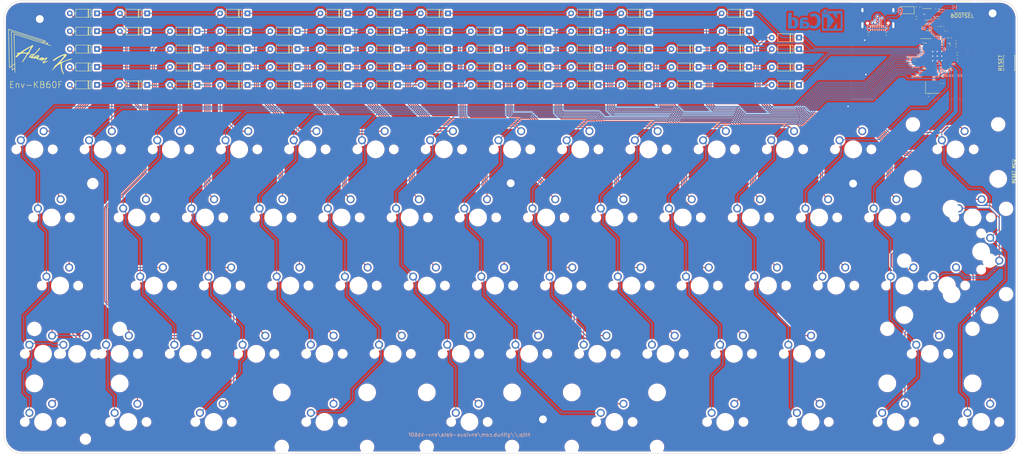
<source format=kicad_pcb>
(kicad_pcb (version 20171130) (host pcbnew "(5.1.10)-1")
  (layers (0 F.Cu signal) (31 B.Cu signal) (34 B.Paste user) (35 F.Paste user) (36 B.SilkS user hide) (37 F.SilkS user) (38 B.Mask user) (39 F.Mask user) (44 Edge.Cuts user))
  (net 0 "")
  (net 1 col0)
  (net 2 col1)
  (net 3 col2)
  (net 4 col3)
  (net 5 col4)
  (net 6 col5)
  (net 7 col6)
  (net 8 col7)
  (net 9 col8)
  (net 10 col9)
  (net 11 col10)
  (net 12 col11)
  (net 13 col12)
  (net 14 col13)
  (net 15 col14)
  (net 16 row0)
  (net 17 row1)
  (net 18 row2)
  (net 19 row3)
  (net 20 row4)
  (net 21 "Net-(D_1-Pad2)")
  (net 22 "Net-(D_2-Pad2)")
  (net 23 "Net-(D_3-Pad2)")
  (net 24 "Net-(D_4-Pad2)")
  (net 25 "Net-(D_5-Pad2)")
  (net 26 "Net-(D_6-Pad2)")
  (net 27 "Net-(D_7-Pad2)")
  (net 28 "Net-(D_8-Pad2)")
  (net 29 "Net-(D_9-Pad2)")
  (net 30 "Net-(D_10-Pad2)")
  (net 31 "Net-(D_11-Pad2)")
  (net 32 "Net-(D_12-Pad2)")
  (net 33 "Net-(D_13-Pad2)")
  (net 34 "Net-(D_14-Pad2)")
  (net 35 "Net-(D_15-Pad2)")
  (net 36 "Net-(D_16-Pad2)")
  (net 37 "Net-(D_17-Pad2)")
  (net 38 "Net-(D_18-Pad2)")
  (net 39 "Net-(D_19-Pad2)")
  (net 40 "Net-(D_20-Pad2)")
  (net 41 "Net-(D_21-Pad2)")
  (net 42 "Net-(D_22-Pad2)")
  (net 43 "Net-(D_23-Pad2)")
  (net 44 "Net-(D_24-Pad2)")
  (net 45 "Net-(D_25-Pad2)")
  (net 46 "Net-(D_26-Pad2)")
  (net 47 "Net-(D_28-Pad2)")
  (net 48 "Net-(D_29-Pad2)")
  (net 49 "Net-(D_30-Pad2)")
  (net 50 "Net-(D_31-Pad2)")
  (net 51 "Net-(D_32-Pad2)")
  (net 52 "Net-(D_33-Pad2)")
  (net 53 "Net-(D_34-Pad2)")
  (net 54 "Net-(D_35-Pad2)")
  (net 55 "Net-(D_36-Pad2)")
  (net 56 "Net-(D_37-Pad2)")
  (net 57 "Net-(D_38-Pad2)")
  (net 58 "Net-(D_39-Pad2)")
  (net 59 "Net-(D_40-Pad2)")
  (net 60 "Net-(D_27-Pad2)")
  (net 61 "Net-(D_41-Pad2)")
  (net 62 "Net-(D_42-Pad2)")
  (net 63 "Net-(D_43-Pad2)")
  (net 64 "Net-(D_44-Pad2)")
  (net 65 "Net-(D_45-Pad2)")
  (net 66 "Net-(D_46-Pad2)")
  (net 67 "Net-(D_47-Pad2)")
  (net 68 "Net-(D_48-Pad2)")
  (net 69 "Net-(D_49-Pad2)")
  (net 70 "Net-(D_50-Pad2)")
  (net 71 "Net-(D_51-Pad2)")
  (net 72 "Net-(D_52-Pad2)")
  (net 73 "Net-(D_53-Pad2)")
  (net 74 "Net-(D_54-Pad2)")
  (net 75 "Net-(D_55-Pad2)")
  (net 76 "Net-(D_56-Pad2)")
  (net 77 "Net-(D_57-Pad2)")
  (net 78 "Net-(D_58-Pad2)")
  (net 79 "Net-(D_59-Pad2)")
  (net 80 "Net-(D_60-Pad2)")
  (net 81 "Net-(D_61-Pad2)")
  (net 82 "Net-(U1-Pad4)")
  (net 83 GND)
  (net 84 "Net-(D_62-Pad2)")
  (net 85 "Net-(D_63-Pad2)")
  (net 86 VBUS)
  (net 87 "Net-(D_590-Pad2)")
  (net 88 "Net-(D_591-Pad2)")
  (net 89 VSYS)
  (net 90 XIN)
  (net 91 +1V1)
  (net 92 +3V3)
  (net 93 XOUT)
  (net 94 "Net-(D3-Pad2)")
  (net 95 "Net-(R6-Pad2)")
  (net 96 "Net-(R5-Pad2)")
  (net 97 USB_D-)
  (net 98 USB_D+)
  (net 99 /QSPI_SD3)
  (net 100 /QSPI_SCLK)
  (net 101 /QSPI_SD0)
  (net 102 /QSPI_SD2)
  (net 103 /QSPI_SD1)
  (net 104 /QSPI_SS)
  (net 105 /RUN)
  (net 106 /~USB_BOOT)
  (net 107 /SWD)
  (net 108 /SWCLK)
  (net 109 "Net-(R3-Pad2)")
  (net 110 "Net-(R4-Pad2)")
  (net 111 3V3_EN)
  (net 112 /GPIO25)
  (module Symbol:KiCad-Logo_6mm_Copper (layer B.Cu) (at 303.493 38.3615 180)
    (fp_text reference REF** hide)
    (fp_text value KiCad-Logo_6mm_Copper hide)
    (fp_poly (pts (xy -5.955743 2.526311) (xy -5.69122 2.526275) (xy -5.568088 2.52627) (xy -3.597189 2.52627) (xy -3.597189 2.41009) (xy -3.584789 2.268709) (xy -3.547364 2.138316) (xy -3.484577 2.018138) (xy -3.396094 1.907398) (xy -3.366157 1.877489) (xy -3.258466 1.792652) (xy -3.139725 1.730779) (xy -3.01346 1.691841) (xy -2.883197 1.67581) (xy -2.752465 1.682658) (xy -2.624788 1.712357) (xy -2.503695 1.76488) (xy -2.392712 1.840197) (xy -2.342868 1.885637) (xy -2.249983 1.997048) (xy -2.181873 2.119565) (xy -2.139129 2.251785) (xy -2.122347 2.392308) (xy -2.122124 2.406133) (xy -2.121244 2.526266) (xy -2.068443 2.526268) (xy -2.021604 2.519911) (xy -1.978817 2.504444) (xy -1.975989 2.502846) (xy -1.966325 2.497832) (xy -1.957451 2.493927) (xy -1.949335 2.489993) (xy -1.941943 2.484894) (xy -1.935245 2.477492) (xy -1.929208 2.466649) (xy -1.923801 2.451228) (xy -1.91899 2.430091) (xy -1.914745 2.402101) (xy -1.911032 2.366121) (xy -1.907821 2.321013) (xy -1.905078 2.26564) (xy -1.902772 2.198863) (xy -1.900871 2.119547) (xy -1.899342 2.026553) (xy -1.898154 1.918743) (xy -1.897274 1.794981) (xy -1.89667 1.654129) (xy -1.896311 1.49505) (xy -1.896165 1.316605) (xy -1.896198 1.117658) (xy -1.89638 0.897071) (xy -1.896677 0.653707) (xy -1.897059 0.386428) (xy -1.897492 0.094097) (xy -1.897945 -0.224424) (xy -1.897998 -0.26323) (xy -1.898404 -0.583782) (xy -1.898749 -0.878012) (xy -1.899069 -1.147056) (xy -1.8994 -1.392052) (xy -1.899779 -1.614137) (xy -1.900243 -1.814447) (xy -1.900828 -1.994119) (xy -1.90157 -2.15429) (xy -1.902506 -2.296098) (xy -1.903673 -2.420679) (xy -1.905107 -2.52917) (xy -1.906844 -2.622707) (xy -1.908922 -2.702429) (xy -1.911376 -2.769472) (xy -1.914244 -2.824973) (xy -1.917561 -2.870068) (xy -1.921364 -2.905895) (xy -1.92569 -2.933591) (xy -1.930575 -2.954293) (xy -1.936055 -2.969137) (xy -1.942168 -2.97926) (xy -1.94895 -2.9858) (xy -1.956437 -2.989893) (xy -1.964666 -2.992676) (xy -1.973673 -2.995287) (xy -1.983495 -2.998862) (xy -1.985894 -2.99995) (xy -1.993435 -3.002396) (xy -2.006056 -3.004642) (xy -2.024859 -3.006698) (xy -2.050947 -3.008572) (xy -2.085422 -3.010271) (xy -2.129385 -3.011803) (xy -2.183939 -3.013177) (xy -2.250185 -3.0144) (xy -2.329226 -3.015481) (xy -2.422163 -3.016427) (xy -2.530099 -3.017247) (xy -2.654136 -3.017947) (xy -2.795376 -3.018538) (xy -2.954921 -3.019025) (xy -3.133872 -3.019419) (xy -3.333332 -3.019725) (xy -3.554404 -3.019953) (xy -3.798188 -3.02011) (xy -4.065787 -3.020205) (xy -4.358303 -3.020245) (xy -4.676839 -3.020238) (xy -4.780021 -3.020228) (xy -5.105623 -3.020176) (xy -5.404881 -3.020091) (xy -5.678909 -3.019963) (xy -5.928824 -3.019785) (xy -6.15574 -3.019548) (xy -6.360773 -3.019242) (xy -6.545038 -3.01886) (xy -6.70965 -3.018392) (xy -6.855725 -3.01783) (xy -6.984376 -3.017165) (xy -7.096721 -3.016388) (xy -7.193874 -3.015491) (xy -7.27695 -3.014465) (xy -7.347064 -3.013301) (xy -7.405332 -3.011991) (xy -7.452869 -3.010525) (xy -7.49079 -3.008896) (xy -7.52021 -3.007093) (xy -7.542245 -3.00511) (xy -7.55801 -3.002936) (xy -7.56862 -3.000563) (xy -7.574404 -2.998391) (xy -7.584684 -2.994056) (xy -7.594122 -2.990859) (xy -7.602755 -2.987665) (xy -7.610619 -2.983338) (xy -7.617748 -2.976744) (xy -7.624179 -2.966747) (xy -7.629947 -2.952212) (xy -7.635089 -2.932003) (xy -7.63964 -2.904985) (xy -7.643635 -2.870023) (xy -7.647111 -2.825981) (xy -7.650102 -2.771724) (xy -7.652646 -2.706117) (xy -7.654777 -2.628024) (xy -7.656532 -2.53631) (xy -7.657945 -2.42984) (xy -7.658315 -2.388973) (xy -7.291884 -2.388973) (xy -5.996734 -2.388973) (xy -6.021655 -2.351217) (xy -6.046447 -2.312417) (xy -6.06744 -2.275469) (xy -6.084935 -2.237788) (xy -6.09923 -2.196788) (xy -6.110623 -2.149883) (xy -6.119413 -2.094487) (xy -6.125898 -2.028016) (xy -6.130377 -1.947883) (xy -6.13315 -1.851502) (xy -6.134513 -1.736289) (xy -6.134767 -1.599657) (xy -6.134209 -1.43902) (xy -6.133893 -1.379382) (xy -6.130325 -0.740041) (xy -5.725298 -1.291449) (xy -5.610554 -1.447876) (xy -5.511143 -1.584088) (xy -5.42599 -1.70189) (xy -5.354022 -1.803084) (xy -5.294166 -1.889477) (xy -5.245348 -1.962874) (xy -5.206495 -2.025077) (xy -5.176534 -2.077893) (xy -5.154391 -2.123125) (xy -5.138993 -2.162578) (xy -5.129266 -2.198058) (xy -5.124137 -2.231368) (xy -5.122532 -2.264313) (xy -5.123379 -2.298697) (xy -5.123595 -2.303019) (xy -5.128054 -2.389031) (xy -3.708692 -2.388973) (xy -3.814265 -2.282522) (xy -3.842913 -2.253406) (xy -3.87009 -2.225076) (xy -3.896989 -2.195968) (xy -3.924803 -2.16452) (xy -3.954725 -2.129169) (xy -3.987946 -2.088354) (xy -4.025661 -2.040511) (xy -4.06906 -1.984079) (xy -4.119338 -1.917494) (xy -4.177688 -1.839195) (xy -4.2453 -1.747619) (xy -4.323369 -1.641204) (xy -4.413088 -1.518387) (xy -4.515648 -1.377605) (xy -4.632242 -1.217297) (xy -4.727809 -1.085798) (xy -4.847749 -0.920596) (xy -4.95238 -0.776152) (xy -5.042648 -0.651094) (xy -5.119503 -0.544052) (xy -5.183891 -0.453654) (xy -5.236761 -0.378529) (xy -5.27906 -0.317304) (xy -5.311736 -0.26861) (xy -5.335738 -0.231074) (xy -5.352013 -0.203325) (xy -5.361508 -0.183992) (xy -5.365173 -0.171703) (xy -5.364071 -0.165242) (xy -5.350724 -0.148048) (xy -5.321866 -0.111655) (xy -5.27924 -0.058224) (xy -5.224585 0.010081) (xy -5.159644 0.091097) (xy -5.086158 0.18266) (xy -5.005868 0.282608) (xy -4.920515 0.388776) (xy -4.83184 0.499003) (xy -4.741586 0.611124) (xy -4.691944 0.672756) (xy -3.459373 0.672756) (xy -3.408146 0.580081) (xy -3.356919 0.487405) (xy -3.356919 -2.203622) (xy -3.408146 -2.296298) (xy -3.459373 -2.388973) (xy -2.853396 -2.388973) (xy -2.708734 -2.388931) (xy -2.589244 -2.388741) (xy -2.492642 -2.388308) (xy -2.416642 -2.387536) (xy -2.358957 -2.38633) (xy -2.317301 -2.384594) (xy -2.289389 -2.382232) (xy -2.272935 -2.37915) (xy -2.265652 -2.375251) (xy -2.265255 -2.37044) (xy -2.269458 -2.364622) (xy -2.269501 -2.364574) (xy -2.286813 -2.339532) (xy -2.309736 -2.298815) (xy -2.329981 -2.258168) (xy -2.368379 -2.176162) (xy -2.376211 0.672756) (xy -3.459373 0.672756) (xy -4.691944 0.672756) (xy -4.651493 0.722976) (xy -4.563302 0.832396) (xy -4.478754 0.937222) (xy -4.399592 1.035289) (xy -4.327556 1.124434) (xy -4.264387 1.202495) (xy -4.211827 1.267308) (xy -4.171617 1.31671) (xy -4.148 1.345513) (xy -4.05629 1.453222) (xy -3.96806 1.55042) (xy -3.886403 1.633924) (xy -3.81441 1.700552) (xy -3.763319 1.741401) (xy -3.702907 1.784865) (xy -5.092298 1.784865) (xy -5.091908 1.703334) (xy -5.095791 1.643394) (xy -5.11039 1.587823) (xy -5.132988 1.535145) (xy -5.147678 1.505385) (xy -5.163472 1.475897) (xy -5.181814 1.444724) (xy -5.204145 1.409907) (xy -5.231909 1.36949) (xy -5.266549 1.321514) (xy -5.309507 1.264022) (xy -5.362227 1.195057) (xy -5.426151 1.112661) (xy -5.502721 1.014876) (xy -5.593381 0.899745) (xy -5.699574 0.76531) (xy -5.711568 0.750141) (xy -6.130325 0.220588) (xy -6.134378 0.807078) (xy -6.135195 0.982749) (xy -6.135021 1.131468) (xy -6.133849 1.253725) (xy -6.131669 1.350011) (xy -6.128474 1.420817) (xy -6.124256 1.466631) (xy -6.122838 1.475321) (xy -6.100591 1.566865) (xy -6.071443 1.649392) (xy -6.038182 1.715747) (xy -6.0182 1.74389) (xy -5.983722 1.784865) (xy -6.637914 1.784865) (xy -6.793969 1.784731) (xy -6.924467 1.784297) (xy -7.03131 1.783511) (xy -7.116398 1.782324) (xy -7.181635 1.780683) (xy -7.228921 1.778539) (xy -7.260157 1.775841) (xy -7.277246 1.772538) (xy -7.282088 1.768579) (xy -7.281753 1.767702) (xy -7.267885 1.746769) (xy -7.244732 1.713588) (xy -7.232754 1.696807) (xy -7.220369 1.68006) (xy -7.209237 1.665085) (xy -7.199288 1.650406) (xy -7.190451 1.634551) (xy -7.182657 1.616045) (xy -7.175835 1.593415) (xy -7.169916 1.565187) (xy -7.164829 1.529887) (xy -7.160504 1.486042) (xy -7.156871 1.432178) (xy -7.15386 1.36682) (xy -7.151401 1.288496) (xy -7.149423 1.195732) (xy -7.147858 1.087053) (xy -7.146634 0.960987) (xy -7.145681 0.816058) (xy -7.14493 0.650794) (xy -7.144311 0.463721) (xy -7.143752 0.253365) (xy -7.143185 0.018252) (xy -7.142655 -0.197741) (xy -7.142155 -0.438535) (xy -7.141895 -0.668274) (xy -7.141868 -0.885493) (xy -7.142067 -1.088722) (xy -7.142486 -1.276496) (xy -7.143118 -1.447345) (xy -7.143956 -1.599803) (xy -7.144992 -1.732403) (xy -7.14622 -1.843676) (xy -7.147633 -1.932156) (xy -7.149225 -1.996375) (xy -7.150987 -2.034865) (xy -7.151321 -2.038933) (xy -7.163466 -2.132248) (xy -7.182427 -2.20719) (xy -7.211302 -2.272594) (xy -7.25319 -2.337293) (xy -7.258429 -2.344352) (xy -7.291884 -2.388973) (xy -7.658315 -2.388973) (xy -7.659054 -2.307479) (xy -7.659893 -2.16809) (xy -7.660498 -2.010539) (xy -7.660905 -1.833691) (xy -7.66115 -1.63641) (xy -7.661267 -1.41756) (xy -7.661295 -1.176007) (xy -7.661267 -0.910615) (xy -7.66122 -0.620249) (xy -7.66119 -0.303773) (xy -7.661189 -0.240946) (xy -7.661172 0.078863) (xy -7.661112 0.372339) (xy -7.661002 0.64061) (xy -7.660833 0.884802) (xy -7.660597 1.106043) (xy -7.660284 1.30546) (xy -7.659885 1.48418) (xy -7.659393 1.643329) (xy -7.658797 1.784034) (xy -7.65809 1.907424) (xy -7.657263 2.014624) (xy -7.656307 2.106762) (xy -7.655213 2.184965) (xy -7.653973 2.250359) (xy -7.652578 2.304072) (xy -7.651018 2.347231) (xy -7.649286 2.380963) (xy -7.647372 2.406395) (xy -7.645268 2.424653) (xy -7.642966 2.436866) (xy -7.640455 2.444159) (xy -7.640363 2.444341) (xy -7.635192 2.455482) (xy -7.630885 2.465569) (xy -7.626121 2.474654) (xy -7.619578 2.482788) (xy -7.609935 2.490024) (xy -7.595871 2.496414) (xy -7.576063 2.502011) (xy -7.549191 2.506867) (xy -7.513933 2.511034) (xy -7.468968 2.514564) (xy -7.412974 2.517509) (xy -7.344629 2.519923) (xy -7.262614 2.521856) (xy -7.165605 2.523362) (xy -7.052282 2.524492) (xy -6.921323 2.525298) (xy -6.771407 2.525834) (xy -6.601213 2.526151) (xy -6.409418 2.526301) (xy -6.194702 2.526337) (xy -5.955743 2.526311)) (layer B.Cu) (width 0.01))
    (fp_poly (pts (xy 0.439962 1.839501) (xy 0.588014 1.823293) (xy 0.731452 1.794282) (xy 0.87611 1.750955) (xy 1.027824 1.691799) (xy 1.192428 1.6153) (xy 1.222071 1.600483) (xy 1.290098 1.566969) (xy 1.354256 1.536792) (xy 1.408215 1.512834) (xy 1.44564 1.497976) (xy 1.451389 1.496105) (xy 1.506486 1.479598) (xy 1.259851 1.120799) (xy 1.199552 1.033107) (xy 1.144422 0.952988) (xy 1.096336 0.883164) (xy 1.057168 0.826353) (xy 1.028794 0.785277) (xy 1.013087 0.762654) (xy 1.010536 0.759072) (xy 1.000171 0.766562) (xy 0.97466 0.789082) (xy 0.938563 0.822539) (xy 0.918642 0.84145) (xy 0.805773 0.931222) (xy 0.679014 0.999439) (xy 0.569783 1.036805) (xy 0.504214 1.04854) (xy 0.422116 1.055692) (xy 0.333144 1.058126) (xy 0.246956 1.055712) (xy 0.173205 1.048317) (xy 0.143776 1.042653) (xy 0.011133 0.997018) (xy -0.108394 0.927337) (xy -0.214717 0.83374) (xy -0.307747 0.716351) (xy -0.387395 0.5753) (xy -0.453574 0.410714) (xy -0.506194 0.22272) (xy -0.537467 0.061783) (xy -0.545626 -0.009263) (xy -0.551185 -0.101046) (xy -0.554198 -0.206968) (xy -0.554719 -0.320434) (xy -0.5528 -0.434849) (xy -0.548497 -0.543617) (xy -0.541863 -0.640143) (xy -0.532951 -0.717831) (xy -0.531021 -0.729817) (xy -0.488501 -0.922892) (xy -0.430567 -1.093773) (xy -0.356867 -1.243224) (xy -0.267049 -1.372011) (xy -0.203293 -1.441639) (xy -0.088714 -1.536173) (xy 0.036942 -1.606246) (xy 0.171557 -1.651477) (xy 0.313011 -1.671484) (xy 0.459183 -1.665885) (xy 0.607955 -1.6343) (xy 0.695911 -1.603394) (xy 0.817629 -1.541506) (xy 0.94308 -1.452729) (xy 1.013353 -1.392694) (xy 1.052811 -1.357947) (xy 1.083812 -1.332454) (xy 1.101458 -1.32017) (xy 1.103648 -1.319795) (xy 1.111524 -1.332347) (xy 1.131932 -1.365516) (xy 1.163132 -1.416458) (xy 1.203386 -1.482331) (xy 1.250957 -1.560289) (xy 1.304104 -1.64749) (xy 1.333687 -1.696067) (xy 1.559648 -2.067215) (xy 1.277527 -2.206639) (xy 1.175522 -2.256719) (xy 1.092889 -2.29621) (xy 1.024578 -2.327073) (xy 0.965537 -2.351268) (xy 0.910714 -2.370758) (xy 0.85506 -2.387503) (xy 0.793523 -2.403465) (xy 0.73454 -2.417482) (xy 0.682115 -2.428329) (xy 0.627288 -2.436526) (xy 0.564572 -2.442528) (xy 0.488477 -2.44679) (xy 0.393516 -2.449767) (xy 0.329513 -2.451052) (xy 0.238192 -2.45193) (xy 0.150627 -2.451487) (xy 0.072612 -2.449852) (xy 0.009942 -2.447149) (xy -0.031587 -2.443505) (xy -0.034048 -2.443142) (xy -0.249697 -2.396487) (xy -0.452207 -2.325729) (xy -0.641505 -2.230914) (xy -0.817521 -2.112089) (xy -0.980184 -1.9693) (xy -1.129422 -1.802594) (xy -1.237504 -1.654433) (xy -1.352566 -1.460502) (xy -1.445577 -1.255699) (xy -1.516987 -1.038383) (xy -1.567244 -0.806912) (xy -1.596799 -0.559643) (xy -1.606111 -0.308559) (xy -1.598452 -0.06567) (xy -1.574387 0.15843) (xy -1.533148 0.367523) (xy -1.473973 0.565387) (xy -1.396096 0.755804) (xy -1.386797 0.775532) (xy -1.284352 0.959941) (xy -1.158528 1.135424) (xy -1.012888 1.29835) (xy -0.850999 1.445086) (xy -0.676424 1.571999) (xy -0.513756 1.665095) (xy -0.349427 1.738009) (xy -0.184749 1.790826) (xy -0.013348 1.824985) (xy 0.171153 1.841922) (xy 0.281459 1.84442) (xy 0.439962 1.839501)) (layer B.Cu) (width 0.01))
    (fp_poly (pts (xy 3.167505 0.735771) (xy 3.235531 0.730622) (xy 3.430163 0.704727) (xy 3.602529 0.663425) (xy 3.75347 0.606147) (xy 3.883825 0.532326) (xy 3.994434 0.441392) (xy 4.086135 0.332778) (xy 4.15977 0.205915) (xy 4.213539 0.068648) (xy 4.227187 0.024863) (xy 4.239073 -0.016141) (xy 4.249334 -0.056569) (xy 4.258113 -0.09863) (xy 4.265548 -0.144531) (xy 4.27178 -0.19648) (xy 4.27695 -0.256685) (xy 4.281196 -0.327352) (xy 4.28466 -0.410689) (xy 4.287481 -0.508905) (xy 4.2898 -0.624205) (xy 4.291757 -0.758799) (xy 4.293491 -0.914893) (xy 4.295143 -1.094695) (xy 4.296324 -1.235676) (xy 4.30427 -2.203622) (xy 4.355756 -2.29677) (xy 4.380137 -2.341645) (xy 4.39828 -2.376501) (xy 4.406935 -2.395054) (xy 4.407243 -2.396311) (xy 4.394014 -2.397749) (xy 4.356326 -2.399074) (xy 4.297183 -2.400249) (xy 4.219586 -2.401237) (xy 4.126536 -2.401999) (xy 4.021035 -2.4025) (xy 3.906084 -2.402701) (xy 3.892378 -2.402703) (xy 3.377513 -2.402703) (xy 3.377513 -2.286) (xy 3.376635 -2.23326) (xy 3.374292 -2.192926) (xy 3.370921 -2.1713) (xy 3.369431 -2.169298) (xy 3.355804 -2.177683) (xy 3.327757 -2.199692) (xy 3.291303 -2.230601) (xy 3.290485 -2.231316) (xy 3.223962 -2.280843) (xy 3.139948 -2.330575) (xy 3.047937 -2.375626) (xy 2.957421 -2.41111) (xy 2.917567 -2.423236) (xy 2.838255 -2.438637) (xy 2.740935 -2.448465) (xy 2.634516 -2.45258) (xy 2.527907 -2.450841) (xy 2.430017 -2.443108) (xy 2.361513 -2.431981) (xy 2.19352 -2.382648) (xy 2.042281 -2.312342) (xy 1.908782 -2.221933) (xy 1.794006 -2.112295) (xy 1.698937 -1.984299) (xy 1.62456 -1.838818) (xy 1.592474 -1.750541) (xy 1.572365 -1.664739) (xy 1.559038 -1.561736) (xy 1.552872 -1.451034) (xy 1.553074 -1.434925) (xy 2.481648 -1.434925) (xy 2.489348 -1.517184) (xy 2.514989 -1.585546) (xy 2.562378 -1.64897) (xy 2.580579 -1.667567) (xy 2.645282 -1.717846) (xy 2.720066 -1.750056) (xy 2.809662 -1.765648) (xy 2.904012 -1.766796) (xy 2.993501 -1.759216) (xy 3.062018 -1.744389) (xy 3.091775 -1.733253) (xy 3.145408 -1.702904) (xy 3.202235 -1.660221) (xy 3.254082 -1.612317) (xy 3.292778 -1.566301) (xy 3.303054 -1.549421) (xy 3.311042 -1.525782) (xy 3.316721 -1.488168) (xy 3.320356 -1.432985) (xy 3.322211 -1.35664) (xy 3.322594 -1.283981) (xy 3.322335 -1.19927) (xy 3.321287 -1.138018) (xy 3.319045 -1.096227) (xy 3.315206 -1.069899) (xy 3.309365 -1.055035) (xy 3.301118 -1.047639) (xy 3.298567 -1.046461) (xy 3.2764 -1.042833) (xy 3.23268 -1.039866) (xy 3.173311 -1.037827) (xy 3.104196 -1.036983) (xy 3.089189 -1.036982) (xy 2.996805 -1.038457) (xy 2.925432 -1.042842) (xy 2.868719 -1.050738) (xy 2.821872 -1.06227) (xy 2.705669 -1.106215) (xy 2.614543 -1.160243) (xy 2.547705 -1.225219) (xy 2.504365 -1.302005) (xy 2.483734 -1.391467) (xy 2.481648 -1.434925) (xy 1.553074 -1.434925) (xy 1.554244 -1.342133) (xy 1.563532 -1.244536) (xy 1.570777 -1.205105) (xy 1.617039 -1.058701) (xy 1.687384 -0.923995) (xy 1.780484 -0.80228) (xy 1.895012 -0.694847) (xy 2.02964 -0.602988) (xy 2.18304 -0.527996) (xy 2.313459 -0.482458) (xy 2.400623 -0.458533) (xy 2.483996 -0.439943) (xy 2.568976 -0.426084) (xy 2.660965 -0.416351) (xy 2.765362 -0.410141) (xy 2.887568 -0.406851) (xy 2.998055 -0.405924) (xy 3.325677 -0.405027) (xy 3.319401 -0.306547) (xy 3.301579 -0.199695) (xy 3.263667 -0.107852) (xy 3.20728 -0.03331) (xy 3.134031 0.021636) (xy 3.069535 0.048448) (xy 2.977123 0.065346) (xy 2.867111 0.067773) (xy 2.744656 0.056622) (xy 2.614914 0.03279) (xy 2.483042 -0.00283) (xy 2.354198 -0.049343) (xy 2.260566 -0.091883) (xy 2.215517 -0.113728) (xy 2.181156 -0.128984) (xy 2.163681 -0.134937) (xy 2.162733 -0.134746) (xy 2.156703 -0.121412) (xy 2.141645 -0.086068) (xy 2.118977 -0.032101) (xy 2.090115 0.037104) (xy 2.056477 0.11816) (xy 2.022284 0.200882) (xy 1.885586 0.532197) (xy 1.98282 0.548167) (xy 2.024964 0.55618) (xy 2.088319 0.569639) (xy 2.167457 0.587321) (xy 2.256951 0.608004) (xy 2.351373 0.630468) (xy 2.388973 0.639597) (xy 2.551637 0.677326) (xy 2.69405 0.705612) (xy 2.821527 0.725028) (xy 2.939384 0.736146) (xy 3.052938 0.739536) (xy 3.167505 0.735771)) (layer B.Cu) (width 0.01))
    (fp_poly (pts (xy 6.84227 2.043175) (xy 6.959041 2.042696) (xy 6.998729 2.042455) (xy 7.544486 2.038865) (xy 7.551351 -0.054919) (xy 7.552258 -0.338842) (xy 7.553062 -0.59664) (xy 7.553815 -0.829646) (xy 7.554569 -1.039194) (xy 7.555375 -1.226618) (xy 7.556285 -1.39325) (xy 7.557351 -1.540425) (xy 7.558624 -1.669477) (xy 7.560156 -1.781739) (xy 7.561998 -1.878544) (xy 7.564203 -1.961226) (xy 7.566822 -2.031119) (xy 7.569906 -2.089557) (xy 7.573508 -2.137872) (xy 7.577678 -2.1774) (xy 7.582469 -2.209473) (xy 7.587931 -2.235424) (xy 7.594118 -2.256589) (xy 7.60108 -2.274299) (xy 7.608869 -2.289889) (xy 7.617537 -2.304693) (xy 7.627135 -2.320044) (xy 7.637715 -2.337276) (xy 7.639884 -2.340946) (xy 7.676268 -2.403031) (xy 7.150431 -2.399434) (xy 6.624594 -2.395838) (xy 6.617729 -2.280331) (xy 6.613992 -2.224899) (xy 6.610097 -2.192851) (xy 6.604811 -2.180135) (xy 6.596903 -2.182696) (xy 6.59027 -2.190024) (xy 6.561374 -2.216714) (xy 6.514279 -2.251021) (xy 6.45562 -2.288846) (xy 6.392031 -2.32609) (xy 6.330149 -2.358653) (xy 6.282634 -2.380077) (xy 6.171316 -2.415283) (xy 6.043596 -2.440222) (xy 5.908901 -2.453941) (xy 5.776663 -2.455486) (xy 5.656308 -2.443906) (xy 5.654326 -2.443574) (xy 5.489641 -2.40225) (xy 5.335479 -2.336412) (xy 5.193328 -2.247474) (xy 5.064675 -2.136852) (xy 4.951007 -2.005961) (xy 4.85381 -1.856216) (xy 4.774572 -1.689033) (xy 4.73143 -1.56519) (xy 4.702979 -1.461581) (xy 4.68188 -1.361252) (xy 4.667488 -1.258109) (xy 4.659158 -1.146057) (xy 4.656245 -1.019001) (xy 4.657535 -0.915252) (xy 5.67065 -0.915252) (xy 5.675444 -1.089222) (xy 5.690568 -1.238895) (xy 5.716485 -1.365597) (xy 5.753663 -1.470658) (xy 5.802565 -1.555406) (xy 5.863658 -1.621169) (xy 5.934177 -1.667659) (xy 5.970871 -1.685014) (xy 6.002696 -1.695419) (xy 6.038177 -1.700179) (xy 6.085841 -1.700601) (xy 6.137189 -1.698748) (xy 6.238169 -1.689841) (xy 6.318035 -1.672398) (xy 6.343135 -1.663661) (xy 6.400448 -1.637857) (xy 6.460897 -1.605453) (xy 6.487297 -1.589233) (xy 6.555946 -1.544205) (xy 6.555946 -0.116982) (xy 6.480432 -0.071718) (xy 6.375121 -0.020572) (xy 6.267525 0.009676) (xy 6.161581 0.019205) (xy 6.061224 0.008193) (xy 5.970387 -0.023181) (xy 5.893007 -0.07474) (xy 5.868039 -0.099488) (xy 5.807856 -0.180577) (xy 5.759145 -0.278734) (xy 5.721499 -0.395643) (xy 5.694512 -0.532985) (xy 5.677775 -0.692444) (xy 5.670883 -0.8757) (xy 5.67065 -0.915252) (xy 4.657535 -0.915252) (xy 4.658073 -0.872067) (xy 4.669647 -0.646053) (xy 4.69292 -0.442192) (xy 4.728504 -0.257513) (xy 4.777013 -0.089048) (xy 4.83906 0.066174) (xy 4.861201 0.112192) (xy 4.950385 0.262261) (xy 5.058159 0.395623) (xy 5.18199 0.510123) (xy 5.319342 0.603611) (xy 5.467683 0.673932) (xy 5.556604 0.70294) (xy 5.643933 0.72016) (xy 5.749011 0.730406) (xy 5.863029 0.733682) (xy 5.977177 0.729991) (xy 6.082648 0.71934) (xy 6.167334 0.70263) (xy 6.268128 0.66986) (xy 6.365822 0.627721) (xy 6.451296 0.580481) (xy 6.496789 0.548419) (xy 6.528169 0.524578) (xy 6.550142 0.510061) (xy 6.555141 0.508) (xy 6.55669 0.521282) (xy 6.558135 0.559337) (xy 6.559443 0.619481) (xy 6.560583 0.699027) (xy 6.561521 0.795289) (xy 6.562226 0.905581) (xy 6.562667 1.027219) (xy 6.562811 1.151115) (xy 6.56273 1.309804) (xy 6.562335 1.443592) (xy 6.561395 1.55504) (xy 6.55968 1.646705) (xy 6.556957 1.721147) (xy 6.552997 1.780925) (xy 6.547569 1.828598) (xy 6.540441 1.866726) (xy 6.531384 1.897866) (xy 6.520167 1.924579) (xy 6.506558 1.949423) (xy 6.490328 1.974957) (xy 6.48824 1.978119) (xy 6.467306 2.01119) (xy 6.454667 2.033931) (xy 6.452973 2.038728) (xy 6.466216 2.040241) (xy 6.504002 2.041472) (xy 6.563416 2.042401) (xy 6.641542 2.043008) (xy 6.735465 2.043273) (xy 6.84227 2.043175)) (layer B.Cu) (width 0.01))
    (fp_poly (pts (xy -2.726079 2.96351) (xy -2.622973 2.927762) (xy -2.526978 2.871493) (xy -2.441247 2.794712) (xy -2.36893 2.697427) (xy -2.336445 2.636108) (xy -2.308332 2.55034) (xy -2.294705 2.451323) (xy -2.296214 2.349529) (xy -2.312969 2.257286) (xy -2.358763 2.144568) (xy -2.425168 2.046793) (xy -2.508809 1.965885) (xy -2.606312 1.903768) (xy -2.7143 1.862366) (xy -2.829399 1.843603) (xy -2.948234 1.849402) (xy -3.006811 1.861794) (xy -3.120972 1.906203) (xy -3.222365 1.973967) (xy -3.308545 2.062999) (xy -3.377066 2.171209) (xy -3.382864 2.183027) (xy -3.402904 2.227372) (xy -3.415487 2.26472) (xy -3.422319 2.30412) (xy -3.425105 2.354619) (xy -3.425568 2.409567) (xy -3.424803 2.475585) (xy -3.421352 2.523311) (xy -3.413477 2.561897) (xy -3.399443 2.600494) (xy -3.38212 2.638574) (xy -3.317505 2.746672) (xy -3.237934 2.834197) (xy -3.14656 2.901159) (xy -3.046536 2.947564) (xy -2.941012 2.973419) (xy -2.833142 2.978732) (xy -2.726079 2.96351)) (layer B.Cu) (width 0.01))
  )
  (module MX_Only:MXOnly-1U-NoLED (layer F.Cu) (at 314.125 74.525)
    (fp_text reference K_13)
    (fp_text value KEYSW)
    (pad 2 thru_hole circle (at 2.54 -5.08) (size 2.25 2.25) (drill 1.47) (layers *.Cu B.Mask) (net 33 "Net-(D_13-Pad2)"))
    (pad "" np_thru_hole circle (at 0 0) (size 3.9878 3.9878) (drill 3.9878) (layers *.Cu *.Mask))
    (pad 1 thru_hole circle (at -3.81 -2.54) (size 2.25 2.25) (drill 1.47) (layers *.Cu B.Mask) (net 13 col12))
    (pad "" np_thru_hole circle (at -5.08 0 48.0996) (size 1.75 1.75) (drill 1.75) (layers *.Cu *.Mask))
    (pad "" np_thru_hole circle (at 5.08 0 48.0996) (size 1.75 1.75) (drill 1.75) (layers *.Cu *.Mask))
  )
  (module Button_Switch_SMD:SW_Push_SPST_NO_Alps_SKRK (layer F.Cu) (at 357.6839 50.3884 90)
    (fp_text reference J1)
    (fp_text value SKRKAEE020)
    (pad 2 smd roundrect (at 2.1 0 90) (size 0.8 2) (layers F.Cu F.Paste F.Mask) (net 83 GND))
    (pad 1 smd roundrect (at -2.1 0 90) (size 0.8 2) (layers F.Cu F.Paste F.Mask) (net 105 /RUN))
  )
  (module Crystal:Crystal_SMD_3225-4Pin_3.2x2.5mm (layer F.Cu) (at 336.3225 57.221)
    (fp_text reference Y1)
    (fp_text value 3225_4P)
    (pad 4 smd rect (at -1.1 -0.85) (size 1.4 1.2) (layers F.Cu F.Paste F.Mask) (net 83 GND))
    (pad 3 smd rect (at 1.1 -0.85) (size 1.4 1.2) (layers F.Cu F.Paste F.Mask) (net 93 XOUT))
    (pad 2 smd rect (at 1.1 0.85) (size 1.4 1.2) (layers F.Cu F.Paste F.Mask) (net 83 GND))
    (pad 1 smd rect (at -1.1 0.85) (size 1.4 1.2) (layers F.Cu F.Paste F.Mask) (net 90 XIN))
  )
  (module Capacitor_SMD:C_0402_1005Metric (layer F.Cu) (at 338.05732 37.72396)
    (fp_text reference cBP1)
    (fp_text value "10uf 0402")
    (pad 2 smd roundrect (at 0.48 0) (size 0.56 0.62) (layers F.Cu F.Paste F.Mask) (net 83 GND))
    (pad 1 smd roundrect (at -0.48 0) (size 0.56 0.62) (layers F.Cu F.Paste F.Mask) (net 82 "Net-(U1-Pad4)"))
  )
  (module Package_SON:SON-8-1EP_3x2mm_P0.5mm_EP1.4x1.6mm (layer F.Cu) (at 334.4104 42.4572)
    (fp_text reference FLASH1)
    (fp_text value W25Q16)
    (pad 9 smd rect (at 0 0) (size 1.4 1.6) (layers F.Cu F.Mask) (net 83 GND))
    (pad 8 smd roundrect (at 1.2875 -0.75) (size 0.525 0.35) (layers F.Cu F.Paste F.Mask) (net 92 +3V3))
    (pad 7 smd roundrect (at 1.2875 -0.25) (size 0.525 0.35) (layers F.Cu F.Paste F.Mask) (net 99 /QSPI_SD3))
    (pad 6 smd roundrect (at 1.2875 0.25) (size 0.525 0.35) (layers F.Cu F.Paste F.Mask) (net 100 /QSPI_SCLK))
    (pad 5 smd roundrect (at 1.2875 0.75) (size 0.525 0.35) (layers F.Cu F.Paste F.Mask) (net 101 /QSPI_SD0))
    (pad 4 smd roundrect (at -1.2875 0.75) (size 0.525 0.35) (layers F.Cu F.Paste F.Mask) (net 83 GND))
    (pad 3 smd roundrect (at -1.2875 0.25) (size 0.525 0.35) (layers F.Cu F.Paste F.Mask) (net 102 /QSPI_SD2))
    (pad 2 smd roundrect (at -1.2875 -0.25) (size 0.525 0.35) (layers F.Cu F.Paste F.Mask) (net 103 /QSPI_SD1))
    (pad 1 smd roundrect (at -1.2875 -0.75) (size 0.525 0.35) (layers F.Cu F.Paste F.Mask) (net 104 /QSPI_SS))
  )
  (module RP2040_minimal:RP2040-QFN-56 (layer F.Cu) (at 337.5925 48.458)
    (fp_text reference U3)
    (fp_text value RP2040)
    (pad 56 smd roundrect (at -2.6 -3.4375) (size 0.2 0.875) (layers F.Cu F.Paste F.Mask) (net 104 /QSPI_SS))
    (pad 55 smd roundrect (at -2.2 -3.4375) (size 0.2 0.875) (layers F.Cu F.Paste F.Mask) (net 103 /QSPI_SD1))
    (pad 54 smd roundrect (at -1.8 -3.4375) (size 0.2 0.875) (layers F.Cu F.Paste F.Mask) (net 102 /QSPI_SD2))
    (pad 53 smd roundrect (at -1.4 -3.4375) (size 0.2 0.875) (layers F.Cu F.Paste F.Mask) (net 101 /QSPI_SD0))
    (pad 52 smd roundrect (at -1 -3.4375) (size 0.2 0.875) (layers F.Cu F.Paste F.Mask) (net 100 /QSPI_SCLK))
    (pad 51 smd roundrect (at -0.6 -3.4375) (size 0.2 0.875) (layers F.Cu F.Paste F.Mask) (net 99 /QSPI_SD3))
    (pad 50 smd roundrect (at -0.2 -3.4375) (size 0.2 0.875) (layers F.Cu F.Paste F.Mask) (net 91 +1V1))
    (pad 49 smd roundrect (at 0.2 -3.4375) (size 0.2 0.875) (layers F.Cu F.Paste F.Mask) (net 92 +3V3))
    (pad 48 smd roundrect (at 0.6 -3.4375) (size 0.2 0.875) (layers F.Cu F.Paste F.Mask) (net 92 +3V3))
    (pad 47 smd roundrect (at 1 -3.4375) (size 0.2 0.875) (layers F.Cu F.Paste F.Mask) (net 109 "Net-(R3-Pad2)"))
    (pad 46 smd roundrect (at 1.4 -3.4375) (size 0.2 0.875) (layers F.Cu F.Paste F.Mask) (net 110 "Net-(R4-Pad2)"))
    (pad 45 smd roundrect (at 1.8 -3.4375) (size 0.2 0.875) (layers F.Cu F.Paste F.Mask) (net 91 +1V1))
    (pad 44 smd roundrect (at 2.2 -3.4375) (size 0.2 0.875) (layers F.Cu F.Paste F.Mask) (net 92 +3V3))
    (pad 43 smd roundrect (at 2.6 -3.4375) (size 0.2 0.875) (layers F.Cu F.Paste F.Mask) (net 92 +3V3))
    (pad 42 smd roundrect (at 3.4375 -2.6) (size 0.875 0.2) (layers F.Cu F.Paste F.Mask) (net 92 +3V3))
    (pad 41 smd roundrect (at 3.4375 -2.2) (size 0.875 0.2) (layers F.Cu F.Paste F.Mask))
    (pad 40 smd roundrect (at 3.4375 -1.8) (size 0.875 0.2) (layers F.Cu F.Paste F.Mask))
    (pad 39 smd roundrect (at 3.4375 -1.4) (size 0.875 0.2) (layers F.Cu F.Paste F.Mask))
    (pad 38 smd roundrect (at 3.4375 -1) (size 0.875 0.2) (layers F.Cu F.Paste F.Mask))
    (pad 37 smd roundrect (at 3.4375 -0.6) (size 0.875 0.2) (layers F.Cu F.Paste F.Mask) (net 112 /GPIO25))
    (pad 36 smd roundrect (at 3.4375 -0.2) (size 0.875 0.2) (layers F.Cu F.Paste F.Mask))
    (pad 35 smd roundrect (at 3.4375 0.2) (size 0.875 0.2) (layers F.Cu F.Paste F.Mask))
    (pad 34 smd roundrect (at 3.4375 0.6) (size 0.875 0.2) (layers F.Cu F.Paste F.Mask))
    (pad 33 smd roundrect (at 3.4375 1) (size 0.875 0.2) (layers F.Cu F.Paste F.Mask) (net 92 +3V3))
    (pad 32 smd roundrect (at 3.4375 1.4) (size 0.875 0.2) (layers F.Cu F.Paste F.Mask))
    (pad 31 smd roundrect (at 3.4375 1.8) (size 0.875 0.2) (layers F.Cu F.Paste F.Mask))
    (pad 30 smd roundrect (at 3.4375 2.2) (size 0.875 0.2) (layers F.Cu F.Paste F.Mask) (net 15 col14))
    (pad 29 smd roundrect (at 3.4375 2.6) (size 0.875 0.2) (layers F.Cu F.Paste F.Mask) (net 14 col13))
    (pad 28 smd roundrect (at 2.6 3.4375) (size 0.2 0.875) (layers F.Cu F.Paste F.Mask) (net 13 col12))
    (pad 27 smd roundrect (at 2.2 3.4375) (size 0.2 0.875) (layers F.Cu F.Paste F.Mask) (net 12 col11))
    (pad 26 smd roundrect (at 1.8 3.4375) (size 0.2 0.875) (layers F.Cu F.Paste F.Mask) (net 105 /RUN))
    (pad 25 smd roundrect (at 1.4 3.4375) (size 0.2 0.875) (layers F.Cu F.Paste F.Mask) (net 107 /SWD))
    (pad 24 smd roundrect (at 1 3.4375) (size 0.2 0.875) (layers F.Cu F.Paste F.Mask) (net 108 /SWCLK))
    (pad 23 smd roundrect (at 0.6 3.4375) (size 0.2 0.875) (layers F.Cu F.Paste F.Mask) (net 91 +1V1))
    (pad 22 smd roundrect (at 0.2 3.4375) (size 0.2 0.875) (layers F.Cu F.Paste F.Mask) (net 92 +3V3))
    (pad 21 smd roundrect (at -0.2 3.4375) (size 0.2 0.875) (layers F.Cu F.Paste F.Mask) (net 93 XOUT))
    (pad 20 smd roundrect (at -0.6 3.4375) (size 0.2 0.875) (layers F.Cu F.Paste F.Mask) (net 90 XIN))
    (pad 19 smd roundrect (at -1 3.4375) (size 0.2 0.875) (layers F.Cu F.Paste F.Mask) (net 83 GND))
    (pad 18 smd roundrect (at -1.4 3.4375) (size 0.2 0.875) (layers F.Cu F.Paste F.Mask) (net 11 col10))
    (pad 17 smd roundrect (at -1.8 3.4375) (size 0.2 0.875) (layers F.Cu F.Paste F.Mask) (net 10 col9))
    (pad 16 smd roundrect (at -2.2 3.4375) (size 0.2 0.875) (layers F.Cu F.Paste F.Mask) (net 9 col8))
    (pad 15 smd roundrect (at -2.6 3.4375) (size 0.2 0.875) (layers F.Cu F.Paste F.Mask) (net 8 col7))
    (pad 14 smd roundrect (at -3.4375 2.6) (size 0.875 0.2) (layers F.Cu F.Paste F.Mask) (net 7 col6))
    (pad 13 smd roundrect (at -3.4375 2.2) (size 0.875 0.2) (layers F.Cu F.Paste F.Mask) (net 6 col5))
    (pad 12 smd roundrect (at -3.4375 1.8) (size 0.875 0.2) (layers F.Cu F.Paste F.Mask) (net 5 col4))
    (pad 11 smd roundrect (at -3.4375 1.4) (size 0.875 0.2) (layers F.Cu F.Paste F.Mask) (net 4 col3))
    (pad 10 smd roundrect (at -3.4375 1) (size 0.875 0.2) (layers F.Cu F.Paste F.Mask) (net 92 +3V3))
    (pad 9 smd roundrect (at -3.4375 0.6) (size 0.875 0.2) (layers F.Cu F.Paste F.Mask) (net 3 col2))
    (pad 8 smd roundrect (at -3.4375 0.2) (size 0.875 0.2) (layers F.Cu F.Paste F.Mask) (net 2 col1))
    (pad 7 smd roundrect (at -3.4375 -0.2) (size 0.875 0.2) (layers F.Cu F.Paste F.Mask) (net 1 col0))
    (pad 6 smd roundrect (at -3.4375 -0.6) (size 0.875 0.2) (layers F.Cu F.Paste F.Mask) (net 16 row0))
    (pad 5 smd roundrect (at -3.4375 -1) (size 0.875 0.2) (layers F.Cu F.Paste F.Mask) (net 17 row1))
    (pad 4 smd roundrect (at -3.4375 -1.4) (size 0.875 0.2) (layers F.Cu F.Paste F.Mask) (net 18 row2))
    (pad 3 smd roundrect (at -3.4375 -1.8) (size 0.875 0.2) (layers F.Cu F.Paste F.Mask) (net 19 row3))
    (pad 2 smd roundrect (at -3.4375 -2.2) (size 0.875 0.2) (layers F.Cu F.Paste F.Mask) (net 20 row4))
    (pad 1 smd roundrect (at -3.4375 -2.6) (size 0.875 0.2) (layers F.Cu F.Paste F.Mask) (net 92 +3V3))
    (pad 57 thru_hole circle (at 1.275 1.275) (size 0.6 0.6) (drill 0.35) (layers *.Cu) (net 83 GND))
    (pad 57 thru_hole circle (at 0 1.275) (size 0.6 0.6) (drill 0.35) (layers *.Cu) (net 83 GND))
    (pad 57 thru_hole circle (at -1.275 1.275) (size 0.6 0.6) (drill 0.35) (layers *.Cu) (net 83 GND))
    (pad 57 thru_hole circle (at 1.275 0) (size 0.6 0.6) (drill 0.35) (layers *.Cu) (net 83 GND))
    (pad 57 thru_hole circle (at 0 0) (size 0.6 0.6) (drill 0.35) (layers *.Cu) (net 83 GND))
    (pad 57 thru_hole circle (at -1.275 0) (size 0.6 0.6) (drill 0.35) (layers *.Cu) (net 83 GND))
    (pad 57 thru_hole circle (at 1.275 -1.275) (size 0.6 0.6) (drill 0.35) (layers *.Cu) (net 83 GND))
    (pad 57 thru_hole circle (at 0 -1.275) (size 0.6 0.6) (drill 0.35) (layers *.Cu) (net 83 GND))
    (pad 57 thru_hole circle (at -1.275 -1.275) (size 0.6 0.6) (drill 0.35) (layers *.Cu) (net 83 GND))
    (pad 57 smd roundrect (at 0 0) (size 3.2 3.2) (layers F.Cu F.Mask) (roundrect_rratio 0.045) (net 83 GND))
  )
  (module Package_TO_SOT_SMD:SOT-23-5 (layer F.Cu) (at 335.0525 36.774)
    (fp_text reference U1)
    (fp_text value TLV75533PDBVR)
    (pad 5 smd rect (at 1.1 -0.95) (size 1.06 0.65) (layers F.Cu F.Paste F.Mask) (net 92 +3V3))
    (pad 4 smd rect (at 1.1 0.95) (size 1.06 0.65) (layers F.Cu F.Paste F.Mask) (net 82 "Net-(U1-Pad4)"))
    (pad 3 smd rect (at -1.1 0.95) (size 1.06 0.65) (layers F.Cu F.Paste F.Mask) (net 111 3V3_EN))
    (pad 2 smd rect (at -1.1 0) (size 1.06 0.65) (layers F.Cu F.Paste F.Mask) (net 83 GND))
    (pad 1 smd rect (at -1.1 -0.95) (size 1.06 0.65) (layers F.Cu F.Paste F.Mask) (net 89 VSYS))
  )
  (module Resistor_SMD:R_0402_1005Metric (layer F.Cu) (at 343.16272 47.85856 180)
    (fp_text reference R8)
    (fp_text value "470R 0402 Resistor")
    (pad 2 smd roundrect (at 0.51 0 180) (size 0.54 0.64) (layers F.Cu F.Paste F.Mask) (net 112 /GPIO25))
    (pad 1 smd roundrect (at -0.51 0 180) (size 0.54 0.64) (layers F.Cu F.Paste F.Mask) (net 94 "Net-(D3-Pad2)"))
  )
  (module Resistor_SMD:R_0402_1005Metric (layer F.Cu) (at 331.7505 37.7265 180)
    (fp_text reference R7)
    (fp_text value "100R 0402 resistor")
    (pad 2 smd roundrect (at 0.51 0 180) (size 0.54 0.64) (layers F.Cu F.Paste F.Mask) (net 86 VBUS))
    (pad 1 smd roundrect (at -0.51 0 180) (size 0.54 0.64) (layers F.Cu F.Paste F.Mask) (net 111 3V3_EN))
  )
  (module Resistor_SMD:R_0402_1005Metric (layer F.Cu) (at 318.352 42.235)
    (fp_text reference R6)
    (fp_text value 5.1K)
    (pad 2 smd roundrect (at 0.51 0) (size 0.54 0.64) (layers F.Cu F.Paste F.Mask) (net 95 "Net-(R6-Pad2)"))
    (pad 1 smd roundrect (at -0.51 0) (size 0.54 0.64) (layers F.Cu F.Paste F.Mask) (net 83 GND))
  )
  (module Resistor_SMD:R_0402_1005Metric (layer F.Cu) (at 323.3304 42.2096 180)
    (fp_text reference R5)
    (fp_text value 5.1K)
    (pad 2 smd roundrect (at 0.51 0 180) (size 0.54 0.64) (layers F.Cu F.Paste F.Mask) (net 96 "Net-(R5-Pad2)"))
    (pad 1 smd roundrect (at -0.51 0 180) (size 0.54 0.64) (layers F.Cu F.Paste F.Mask) (net 83 GND))
  )
  (module Capacitor_SMD:C_0402_1005Metric (layer F.Cu) (at 339.1292 40.1522 270)
    (fp_text reference R4)
    (fp_text value "27R 0402 Resistor")
    (pad 2 smd roundrect (at 0.48 0 270) (size 0.56 0.62) (layers F.Cu F.Paste F.Mask) (net 110 "Net-(R4-Pad2)"))
    (pad 1 smd roundrect (at -0.48 0 270) (size 0.56 0.62) (layers F.Cu F.Paste F.Mask) (net 97 USB_D-))
  )
  (module Capacitor_SMD:C_0402_1005Metric (layer F.Cu) (at 338.1386 40.1522 270)
    (fp_text reference R3)
    (fp_text value "27R 0402 Resistor")
    (pad 2 smd roundrect (at 0.48 0 270) (size 0.56 0.62) (layers F.Cu F.Paste F.Mask) (net 109 "Net-(R3-Pad2)"))
    (pad 1 smd roundrect (at -0.48 0 270) (size 0.56 0.62) (layers F.Cu F.Paste F.Mask) (net 98 USB_D+))
  )
  (module Capacitor_SMD:C_0402_1005Metric (layer F.Cu) (at 333.6047 45.1052 180)
    (fp_text reference R2)
    (fp_text value DNF)
    (pad 2 smd roundrect (at 0.48 0 180) (size 0.56 0.62) (layers F.Cu F.Paste F.Mask) (net 104 /QSPI_SS))
    (pad 1 smd roundrect (at -0.48 0 180) (size 0.56 0.62) (layers F.Cu F.Paste F.Mask) (net 92 +3V3))
  )
  (module Capacitor_SMD:C_0402_1005Metric (layer F.Cu) (at 333.4269 40.6729)
    (fp_text reference R1)
    (fp_text value "1kR 0402 Resistor")
    (pad 2 smd roundrect (at 0.48 0) (size 0.56 0.62) (layers F.Cu F.Paste F.Mask) (net 106 /~USB_BOOT))
    (pad 1 smd roundrect (at -0.48 0) (size 0.56 0.62) (layers F.Cu F.Paste F.Mask) (net 104 /QSPI_SS))
  )
  (module Button_Switch_SMD:SW_Push_SPST_NO_Alps_SKRK (layer F.Cu) (at 344.5648 34.7801)
    (fp_text reference J2)
    (fp_text value SKRKAEE020)
    (pad 2 smd roundrect (at 2.1 0) (size 0.8 2) (layers F.Cu F.Paste F.Mask) (net 83 GND))
    (pad 1 smd roundrect (at -2.1 0) (size 0.8 2) (layers F.Cu F.Paste F.Mask) (net 106 /~USB_BOOT))
  )
  (module HRO-TYPE-C31-M-12:HRO-TYPE-C-31-M-12 (layer F.Cu) (at 321.019 33.0275 180)
    (fp_text reference e1)
    (fp_text value TYPE-C-31-M-12)
    (pad 12 smd rect (at 3.225 -7.695 180) (size 0.6 1.45) (layers F.Cu F.Paste F.Mask) (net 83 GND))
    (pad 1 smd rect (at -3.225 -7.695 180) (size 0.6 1.45) (layers F.Cu F.Paste F.Mask) (net 83 GND))
    (pad 11 smd rect (at 2.45 -7.695 180) (size 0.6 1.45) (layers F.Cu F.Paste F.Mask) (net 86 VBUS))
    (pad 2 smd rect (at -2.45 -7.695 180) (size 0.6 1.45) (layers F.Cu F.Paste F.Mask) (net 86 VBUS))
    (pad 3 smd rect (at -1.75 -7.695 180) (size 0.3 1.45) (layers F.Cu F.Paste F.Mask))
    (pad 10 smd rect (at 1.75 -7.695 180) (size 0.3 1.45) (layers F.Cu F.Paste F.Mask) (net 95 "Net-(R6-Pad2)"))
    (pad 4 smd rect (at -1.25 -7.695 180) (size 0.3 1.45) (layers F.Cu F.Paste F.Mask) (net 96 "Net-(R5-Pad2)"))
    (pad 9 smd rect (at 1.25 -7.695 180) (size 0.3 1.45) (layers F.Cu F.Paste F.Mask))
    (pad 5 smd rect (at -0.75 -7.695 180) (size 0.3 1.45) (layers F.Cu F.Paste F.Mask) (net 97 USB_D-))
    (pad 8 smd rect (at 0.75 -7.695 180) (size 0.3 1.45) (layers F.Cu F.Paste F.Mask) (net 98 USB_D+))
    (pad 7 smd rect (at 0.25 -7.695 180) (size 0.3 1.45) (layers F.Cu F.Paste F.Mask) (net 97 USB_D-))
    (pad 6 smd rect (at -0.25 -7.695 180) (size 0.3 1.45) (layers F.Cu F.Paste F.Mask) (net 98 USB_D+))
    (pad "" np_thru_hole circle (at 2.89 -6.25 180) (size 0.65 0.65) (drill 0.65) (layers *.Cu *.Mask))
    (pad "" np_thru_hole circle (at -2.89 -6.25 180) (size 0.65 0.65) (drill 0.65) (layers *.Cu *.Mask))
    (pad 13 thru_hole oval (at -4.32 -6.78 180) (size 1 2.1) (drill oval 0.6 1.7) (layers *.Cu B.Mask) (net 83 GND))
    (pad 13 thru_hole oval (at 4.32 -6.78 180) (size 1 2.1) (drill oval 0.6 1.7) (layers *.Cu B.Mask) (net 83 GND))
    (pad 13 thru_hole oval (at -4.32 -2.6 180) (size 1 1.6) (drill oval 0.6 1.2) (layers *.Cu B.Mask) (net 83 GND))
    (pad 13 thru_hole oval (at 4.32 -2.6 180) (size 1 1.6) (drill oval 0.6 1.2) (layers *.Cu B.Mask) (net 83 GND))
  )
  (module LED_SMD:LED_0402_1005Metric (layer F.Cu) (at 345.08804 47.85856 180)
    (fp_text reference D3)
    (fp_text value "LED 0402")
    (pad 2 smd roundrect (at 0.485 0 180) (size 0.59 0.64) (layers F.Cu F.Paste F.Mask) (net 94 "Net-(D3-Pad2)"))
    (pad 1 smd roundrect (at -0.485 0 180) (size 0.59 0.64) (layers F.Cu F.Paste F.Mask) (net 83 GND))
  )
  (module Diode_SMD:D_SOD-123 (layer F.Cu) (at 328.893 35.631 180)
    (fp_text reference D1)
    (fp_text value 1N4002W)
    (pad 2 smd rect (at 1.65 0 180) (size 0.9 1.2) (layers F.Cu F.Paste F.Mask) (net 86 VBUS))
    (pad 1 smd rect (at -1.65 0 180) (size 0.9 1.2) (layers F.Cu F.Paste F.Mask) (net 89 VSYS))
  )
  (module Capacitor_SMD:C_0402_1005Metric (layer F.Cu) (at 338.9895 56.1135 90)
    (fp_text reference C19)
    (fp_text value "22pf 0402")
    (pad 2 smd roundrect (at 0.48 0 90) (size 0.56 0.62) (layers F.Cu F.Paste F.Mask) (net 93 XOUT))
    (pad 1 smd roundrect (at -0.48 0 90) (size 0.56 0.62) (layers F.Cu F.Paste F.Mask) (net 83 GND))
  )
  (module Capacitor_SMD:C_0402_1005Metric (layer F.Cu) (at 342.7995 44.5464)
    (fp_text reference C18)
    (fp_text value "100nf 0402")
    (pad 2 smd roundrect (at 0.48 0) (size 0.56 0.62) (layers F.Cu F.Paste F.Mask) (net 83 GND))
    (pad 1 smd roundrect (at -0.48 0) (size 0.56 0.62) (layers F.Cu F.Paste F.Mask) (net 92 +3V3))
  )
  (module Capacitor_SMD:C_0402_1005Metric (layer F.Cu) (at 338.5831 35.3109 90)
    (fp_text reference C17)
    (fp_text value "10uf 0402")
    (pad 2 smd roundrect (at 0.48 0 90) (size 0.56 0.62) (layers F.Cu F.Paste F.Mask) (net 83 GND))
    (pad 1 smd roundrect (at -0.48 0 90) (size 0.56 0.62) (layers F.Cu F.Paste F.Mask) (net 92 +3V3))
  )
  (module Capacitor_SMD:C_0402_1005Metric (layer F.Cu) (at 341.0977 43.378 90)
    (fp_text reference C16)
    (fp_text value "100nf 0402")
    (pad 2 smd roundrect (at 0.48 0 90) (size 0.56 0.62) (layers F.Cu F.Paste F.Mask) (net 83 GND))
    (pad 1 smd roundrect (at -0.48 0 90) (size 0.56 0.62) (layers F.Cu F.Paste F.Mask) (net 92 +3V3))
  )
  (module Capacitor_SMD:C_0402_1005Metric (layer F.Cu) (at 343.244 49.4486)
    (fp_text reference C15)
    (fp_text value "100nf 0402")
    (pad 2 smd roundrect (at 0.48 0) (size 0.56 0.62) (layers F.Cu F.Paste F.Mask) (net 83 GND))
    (pad 1 smd roundrect (at -0.48 0) (size 0.56 0.62) (layers F.Cu F.Paste F.Mask) (net 92 +3V3))
  )
  (module Capacitor_SMD:C_0402_1005Metric (layer F.Cu) (at 342.7995 45.5243)
    (fp_text reference C14)
    (fp_text value "100nf 0402")
    (pad 2 smd roundrect (at 0.48 0) (size 0.56 0.62) (layers F.Cu F.Paste F.Mask) (net 83 GND))
    (pad 1 smd roundrect (at -0.48 0) (size 0.56 0.62) (layers F.Cu F.Paste F.Mask) (net 92 +3V3))
  )
  (module Capacitor_SMD:C_0402_1005Metric (layer F.Cu) (at 331.43808 49.52988 180)
    (fp_text reference C13)
    (fp_text value "100nf 0402")
    (pad 2 smd roundrect (at 0.48 0 180) (size 0.56 0.62) (layers F.Cu F.Paste F.Mask) (net 83 GND))
    (pad 1 smd roundrect (at -0.48 0 180) (size 0.56 0.62) (layers F.Cu F.Paste F.Mask) (net 92 +3V3))
  )
  (module Capacitor_SMD:C_0402_1005Metric (layer F.Cu) (at 338.164 42.7684 90)
    (fp_text reference C11)
    (fp_text value "100nf 0402")
    (pad 2 smd roundrect (at 0.48 0 90) (size 0.56 0.62) (layers F.Cu F.Paste F.Mask) (net 83 GND))
    (pad 1 smd roundrect (at -0.48 0 90) (size 0.56 0.62) (layers F.Cu F.Paste F.Mask) (net 92 +3V3))
  )
  (module Capacitor_SMD:C_0402_1005Metric (layer F.Cu) (at 340.0944 43.378 90)
    (fp_text reference C10)
    (fp_text value "1uf 0402")
    (pad 2 smd roundrect (at 0.48 0 90) (size 0.56 0.62) (layers F.Cu F.Paste F.Mask) (net 83 GND))
    (pad 1 smd roundrect (at -0.48 0 90) (size 0.56 0.62) (layers F.Cu F.Paste F.Mask) (net 92 +3V3))
  )
  (module Capacitor_SMD:C_0402_1005Metric (layer F.Cu) (at 337.5036 54.1984 270)
    (fp_text reference C8)
    (fp_text value "100nf 0402")
    (pad 2 smd roundrect (at 0.48 0 270) (size 0.56 0.62) (layers F.Cu F.Paste F.Mask) (net 83 GND))
    (pad 1 smd roundrect (at -0.48 0 270) (size 0.56 0.62) (layers F.Cu F.Paste F.Mask) (net 92 +3V3))
  )
  (module Capacitor_SMD:C_0402_1005Metric (layer F.Cu) (at 340.0944 41.4476 270)
    (fp_text reference C7)
    (fp_text value "100nf 0402")
    (pad 2 smd roundrect (at 0.48 0 270) (size 0.56 0.62) (layers F.Cu F.Paste F.Mask) (net 83 GND))
    (pad 1 smd roundrect (at -0.48 0 270) (size 0.56 0.62) (layers F.Cu F.Paste F.Mask) (net 91 +1V1))
  )
  (module Capacitor_SMD:C_0402_1005Metric (layer F.Cu) (at 338.4942 54.1984 270)
    (fp_text reference C6)
    (fp_text value "100nf 0402")
    (pad 2 smd roundrect (at 0.48 0 270) (size 0.56 0.62) (layers F.Cu F.Paste F.Mask) (net 83 GND))
    (pad 1 smd roundrect (at -0.48 0 270) (size 0.56 0.62) (layers F.Cu F.Paste F.Mask) (net 91 +1V1))
  )
  (module Capacitor_SMD:C_0402_1005Metric (layer F.Cu) (at 335.3192 40.6729 180)
    (fp_text reference C5)
    (fp_text value "100nf 0402")
    (pad 2 smd roundrect (at 0.48 0 180) (size 0.56 0.62) (layers F.Cu F.Paste F.Mask) (net 83 GND))
    (pad 1 smd roundrect (at -0.48 0 180) (size 0.56 0.62) (layers F.Cu F.Paste F.Mask) (net 92 +3V3))
  )
  (module Capacitor_SMD:C_0402_1005Metric (layer F.Cu) (at 337.529 35.3135 90)
    (fp_text reference C4)
    (fp_text value "10uf 0402")
    (pad 2 smd roundrect (at 0.48 0 90) (size 0.56 0.62) (layers F.Cu F.Paste F.Mask) (net 83 GND))
    (pad 1 smd roundrect (at -0.48 0 90) (size 0.56 0.62) (layers F.Cu F.Paste F.Mask) (net 92 +3V3))
  )
  (module Capacitor_SMD:C_0402_1005Metric (layer F.Cu) (at 337.148 42.7684 90)
    (fp_text reference C3)
    (fp_text value "1uf 0402")
    (pad 2 smd roundrect (at 0.48 0 90) (size 0.56 0.62) (layers F.Cu F.Paste F.Mask) (net 83 GND))
    (pad 1 smd roundrect (at -0.48 0 90) (size 0.56 0.62) (layers F.Cu F.Paste F.Mask) (net 91 +1V1))
  )
  (module Capacitor_SMD:C_0402_1005Metric (layer F.Cu) (at 335.116 59.4435)
    (fp_text reference C2)
    (fp_text value "22pf 0402")
    (pad 2 smd roundrect (at 0.48 0) (size 0.56 0.62) (layers F.Cu F.Paste F.Mask) (net 90 XIN))
    (pad 1 smd roundrect (at -0.48 0) (size 0.56 0.62) (layers F.Cu F.Paste F.Mask) (net 83 GND))
  )
  (module Capacitor_SMD:C_0603_1608Metric (layer F.Cu) (at 332.2585 34.742 90)
    (fp_text reference C1)
    (fp_text value "10uf 0603 6.3V")
    (pad 2 smd roundrect (at 0.775 0 90) (size 0.9 0.95) (layers F.Cu F.Paste F.Mask) (net 83 GND))
    (pad 1 smd roundrect (at -0.775 0 90) (size 0.9 0.95) (layers F.Cu F.Paste F.Mask) (net 89 VSYS))
  )
  (module Diode_THT:D_DO-35_SOD27_P7.62mm_Horizontal (layer F.Cu) (at 201.004 36.5073 180)
    (fp_text reference D_591)
    (fp_text value D)
    (pad 2 thru_hole oval (at 7.62 0 180) (size 1.6 1.6) (drill 0.8) (layers *.Cu *.Mask) (net 88 "Net-(D_591-Pad2)"))
    (pad 1 thru_hole rect (at 0 0 180) (size 1.6 1.6) (drill 0.8) (layers *.Cu *.Mask) (net 20 row4))
  )
  (module Diode_THT:D_DO-35_SOD27_P7.62mm_Horizontal (layer F.Cu) (at 173.0005 36.5073 180)
    (fp_text reference D_590)
    (fp_text value D)
    (pad 2 thru_hole oval (at 7.62 0 180) (size 1.6 1.6) (drill 0.8) (layers *.Cu *.Mask) (net 87 "Net-(D_590-Pad2)"))
    (pad 1 thru_hole rect (at 0 0 180) (size 1.6 1.6) (drill 0.8) (layers *.Cu *.Mask) (net 20 row4))
  )
  (module MX_Only:MXOnly-2U-ReversedStabilizers-NoLED (layer F.Cu) (at 247.4498 150.725)
    (fp_text reference K_612)
    (fp_text value KEYSW)
    (pad 2 thru_hole circle (at 2.54 -5.08) (size 2.25 2.25) (drill 1.47) (layers *.Cu B.Mask) (net 88 "Net-(D_591-Pad2)"))
    (pad "" np_thru_hole circle (at 0 0) (size 3.9878 3.9878) (drill 3.9878) (layers *.Cu *.Mask))
    (pad 1 thru_hole circle (at -3.81 -2.54) (size 2.25 2.25) (drill 1.47) (layers *.Cu B.Mask) (net 8 col7))
    (pad "" np_thru_hole circle (at -5.08 0 48.0996) (size 1.75 1.75) (drill 1.75) (layers *.Cu *.Mask))
    (pad "" np_thru_hole circle (at 5.08 0 48.0996) (size 1.75 1.75) (drill 1.75) (layers *.Cu *.Mask))
    (pad "" np_thru_hole circle (at -11.90625 6.985) (size 3.048 3.048) (drill 3.048) (layers *.Cu *.Mask))
    (pad "" np_thru_hole circle (at 11.90625 6.985) (size 3.048 3.048) (drill 3.048) (layers *.Cu *.Mask))
    (pad "" np_thru_hole circle (at -11.90625 -8.255) (size 3.9878 3.9878) (drill 3.9878) (layers *.Cu *.Mask))
    (pad "" np_thru_hole circle (at 11.90625 -8.255) (size 3.9878 3.9878) (drill 3.9878) (layers *.Cu *.Mask))
  )
  (module MX_Only:MXOnly-2U-ReversedStabilizers-NoLED (layer F.Cu) (at 166.4875 150.725)
    (fp_text reference K_610)
    (fp_text value KEYSW)
    (pad 2 thru_hole circle (at 2.54 -5.08) (size 2.25 2.25) (drill 1.47) (layers *.Cu B.Mask) (net 87 "Net-(D_590-Pad2)"))
    (pad "" np_thru_hole circle (at 0 0) (size 3.9878 3.9878) (drill 3.9878) (layers *.Cu *.Mask))
    (pad 1 thru_hole circle (at -3.81 -2.54) (size 2.25 2.25) (drill 1.47) (layers *.Cu B.Mask) (net 6 col5))
    (pad "" np_thru_hole circle (at -5.08 0 48.0996) (size 1.75 1.75) (drill 1.75) (layers *.Cu *.Mask))
    (pad "" np_thru_hole circle (at 5.08 0 48.0996) (size 1.75 1.75) (drill 1.75) (layers *.Cu *.Mask))
    (pad "" np_thru_hole circle (at -11.90625 6.985) (size 3.048 3.048) (drill 3.048) (layers *.Cu *.Mask))
    (pad "" np_thru_hole circle (at 11.90625 6.985) (size 3.048 3.048) (drill 3.048) (layers *.Cu *.Mask))
    (pad "" np_thru_hole circle (at -11.90625 -8.255) (size 3.9878 3.9878) (drill 3.9878) (layers *.Cu *.Mask))
    (pad "" np_thru_hole circle (at 11.90625 -8.255) (size 3.9878 3.9878) (drill 3.9878) (layers *.Cu *.Mask))
  )
  (module MX_Only:MXOnly-2.25U-ReversedStabilizers-NoLED (layer F.Cu) (at 206.96875 150.725)
    (fp_text reference K_61)
    (fp_text value KEYSW)
    (pad 2 thru_hole circle (at 2.54 -5.08) (size 2.25 2.25) (drill 1.47) (layers *.Cu B.Mask) (net 79 "Net-(D_59-Pad2)"))
    (pad "" np_thru_hole circle (at 0 0) (size 3.9878 3.9878) (drill 3.9878) (layers *.Cu *.Mask))
    (pad 1 thru_hole circle (at -3.81 -2.54) (size 2.25 2.25) (drill 1.47) (layers *.Cu B.Mask) (net 7 col6))
    (pad "" np_thru_hole circle (at -5.08 0 48.0996) (size 1.75 1.75) (drill 1.75) (layers *.Cu *.Mask))
    (pad "" np_thru_hole circle (at 5.08 0 48.0996) (size 1.75 1.75) (drill 1.75) (layers *.Cu *.Mask))
    (pad "" np_thru_hole circle (at -11.90625 6.985) (size 3.048 3.048) (drill 3.048) (layers *.Cu *.Mask))
    (pad "" np_thru_hole circle (at 11.90625 6.985) (size 3.048 3.048) (drill 3.048) (layers *.Cu *.Mask))
    (pad "" np_thru_hole circle (at -11.90625 -8.255) (size 3.9878 3.9878) (drill 3.9878) (layers *.Cu *.Mask))
    (pad "" np_thru_hole circle (at 11.90625 -8.255) (size 3.9878 3.9878) (drill 3.9878) (layers *.Cu *.Mask))
  )
  (module AKLogo:MountingHole_2.2mm_M2-MODIFIED (layer F.Cu) (at 353.05 36.5)
    (fp_text reference H11)
    (fp_text value MountingHole)
    (pad 1 np_thru_hole circle (at 0 0) (size 2.2 2.2) (drill 2.2) (layers *.Cu *.Mask) (net 83 GND))
  )
  (module AKLogo:MountingHole_2.2mm_M2-MODIFIED (layer F.Cu) (at 314.1 84.1)
    (fp_text reference H10)
    (fp_text value MountingHole)
    (pad 1 np_thru_hole circle (at 0 0) (size 2.2 2.2) (drill 2.2) (layers *.Cu *.Mask) (net 83 GND))
  )
  (module AKLogo:MountingHole_2.2mm_M2-MODIFIED (layer F.Cu) (at 218.5 84)
    (fp_text reference H9)
    (fp_text value MountingHole)
    (pad 1 np_thru_hole circle (at 0 0) (size 2.2 2.2) (drill 2.2) (layers *.Cu *.Mask) (net 83 GND))
  )
  (module AKLogo:MountingHole_2.2mm_M2-MODIFIED (layer F.Cu) (at 338 155.5)
    (fp_text reference H6)
    (fp_text value MountingHole)
    (pad 1 np_thru_hole circle (at 0 0) (size 2.2 2.2) (drill 2.2) (layers *.Cu *.Mask))
  )
  (module AKLogo:MountingHole_2.2mm_M2-MODIFIED (layer F.Cu) (at 101.8 84.1)
    (fp_text reference H4)
    (fp_text value MountingHole)
    (pad 1 np_thru_hole circle (at 0 0) (size 2.2 2.2) (drill 2.2) (layers *.Cu *.Mask))
  )
  (module AKLogo:MountingHole_2.2mm_M2-MODIFIED (layer F.Cu) (at 87 38.1)
    (fp_text reference H3)
    (fp_text value MountingHole)
    (pad 1 np_thru_hole circle (at 0 0) (size 2.2 2.2) (drill 2.2) (layers *.Cu *.Mask) (net 83 GND))
  )
  (module AKLogo:MountingHole_2.2mm_M2-MODIFIED (layer F.Cu) (at 99.75 155.5)
    (fp_text reference H2)
    (fp_text value MountingHole)
    (pad 1 np_thru_hole circle (at 0 0) (size 2.2 2.2) (drill 2.2) (layers *.Cu *.Mask))
  )
  (module AKLogo:MountingHole_2.2mm_M2-MODIFIED (layer F.Cu) (at 227.5 150)
    (fp_text reference H1)
    (fp_text value MountingHole)
    (pad 1 np_thru_hole circle (at 0 0) (size 2.2 2.2) (drill 2.2) (layers *.Cu *.Mask) (net 83 GND))
  )
  (module Diode_THT:D_DO-35_SOD27_P7.62mm_Horizontal (layer F.Cu) (at 103 56.5 180)
    (fp_text reference D_1)
    (fp_text value D)
    (pad 2 thru_hole oval (at 7.62 0 180) (size 1.6 1.6) (drill 0.8) (layers *.Cu *.Mask) (net 21 "Net-(D_1-Pad2)"))
    (pad 1 thru_hole rect (at 0 0 180) (size 1.6 1.6) (drill 0.8) (layers *.Cu *.Mask) (net 16 row0))
  )
  (module Diode_THT:D_DO-35_SOD27_P7.62mm_Horizontal (layer F.Cu) (at 117 56.5 180)
    (fp_text reference D_2)
    (fp_text value D)
    (pad 2 thru_hole oval (at 7.62 0 180) (size 1.6 1.6) (drill 0.8) (layers *.Cu *.Mask) (net 22 "Net-(D_2-Pad2)"))
    (pad 1 thru_hole rect (at 0 0 180) (size 1.6 1.6) (drill 0.8) (layers *.Cu *.Mask) (net 16 row0))
  )
  (module Diode_THT:D_DO-35_SOD27_P7.62mm_Horizontal (layer F.Cu) (at 131 56.5 180)
    (fp_text reference D_3)
    (fp_text value D)
    (pad 2 thru_hole oval (at 7.62 0 180) (size 1.6 1.6) (drill 0.8) (layers *.Cu *.Mask) (net 23 "Net-(D_3-Pad2)"))
    (pad 1 thru_hole rect (at 0 0 180) (size 1.6 1.6) (drill 0.8) (layers *.Cu *.Mask) (net 16 row0))
  )
  (module Diode_THT:D_DO-35_SOD27_P7.62mm_Horizontal (layer F.Cu) (at 145 56.5 180)
    (fp_text reference D_4)
    (fp_text value D)
    (pad 2 thru_hole oval (at 7.62 0 180) (size 1.6 1.6) (drill 0.8) (layers *.Cu *.Mask) (net 24 "Net-(D_4-Pad2)"))
    (pad 1 thru_hole rect (at 0 0 180) (size 1.6 1.6) (drill 0.8) (layers *.Cu *.Mask) (net 16 row0))
  )
  (module Diode_THT:D_DO-35_SOD27_P7.62mm_Horizontal (layer F.Cu) (at 159 56.5 180)
    (fp_text reference D_5)
    (fp_text value D)
    (pad 2 thru_hole oval (at 7.62 0 180) (size 1.6 1.6) (drill 0.8) (layers *.Cu *.Mask) (net 25 "Net-(D_5-Pad2)"))
    (pad 1 thru_hole rect (at 0 0 180) (size 1.6 1.6) (drill 0.8) (layers *.Cu *.Mask) (net 16 row0))
  )
  (module Diode_THT:D_DO-35_SOD27_P7.62mm_Horizontal (layer F.Cu) (at 173 56.5 180)
    (fp_text reference D_6)
    (fp_text value D)
    (pad 2 thru_hole oval (at 7.62 0 180) (size 1.6 1.6) (drill 0.8) (layers *.Cu *.Mask) (net 26 "Net-(D_6-Pad2)"))
    (pad 1 thru_hole rect (at 0 0 180) (size 1.6 1.6) (drill 0.8) (layers *.Cu *.Mask) (net 16 row0))
  )
  (module Diode_THT:D_DO-35_SOD27_P7.62mm_Horizontal (layer F.Cu) (at 187 56.5 180)
    (fp_text reference D_7)
    (fp_text value D)
    (pad 2 thru_hole oval (at 7.62 0 180) (size 1.6 1.6) (drill 0.8) (layers *.Cu *.Mask) (net 27 "Net-(D_7-Pad2)"))
    (pad 1 thru_hole rect (at 0 0 180) (size 1.6 1.6) (drill 0.8) (layers *.Cu *.Mask) (net 16 row0))
  )
  (module Diode_THT:D_DO-35_SOD27_P7.62mm_Horizontal (layer F.Cu) (at 201 56.5 180)
    (fp_text reference D_8)
    (fp_text value D)
    (pad 2 thru_hole oval (at 7.62 0 180) (size 1.6 1.6) (drill 0.8) (layers *.Cu *.Mask) (net 28 "Net-(D_8-Pad2)"))
    (pad 1 thru_hole rect (at 0 0 180) (size 1.6 1.6) (drill 0.8) (layers *.Cu *.Mask) (net 16 row0))
  )
  (module Diode_THT:D_DO-35_SOD27_P7.62mm_Horizontal (layer F.Cu) (at 215 56.5 180)
    (fp_text reference D_9)
    (fp_text value D)
    (pad 2 thru_hole oval (at 7.62 0 180) (size 1.6 1.6) (drill 0.8) (layers *.Cu *.Mask) (net 29 "Net-(D_9-Pad2)"))
    (pad 1 thru_hole rect (at 0 0 180) (size 1.6 1.6) (drill 0.8) (layers *.Cu *.Mask) (net 16 row0))
  )
  (module Diode_THT:D_DO-35_SOD27_P7.62mm_Horizontal (layer F.Cu) (at 229 56.5 180)
    (fp_text reference D_10)
    (fp_text value D)
    (pad 1 thru_hole rect (at 0 0 180) (size 1.6 1.6) (drill 0.8) (layers *.Cu *.Mask) (net 16 row0))
    (pad 2 thru_hole oval (at 7.62 0 180) (size 1.6 1.6) (drill 0.8) (layers *.Cu *.Mask) (net 30 "Net-(D_10-Pad2)"))
  )
  (module Diode_THT:D_DO-35_SOD27_P7.62mm_Horizontal (layer F.Cu) (at 243 56.5 180)
    (fp_text reference D_11)
    (fp_text value D)
    (pad 2 thru_hole oval (at 7.62 0 180) (size 1.6 1.6) (drill 0.8) (layers *.Cu *.Mask) (net 31 "Net-(D_11-Pad2)"))
    (pad 1 thru_hole rect (at 0 0 180) (size 1.6 1.6) (drill 0.8) (layers *.Cu *.Mask) (net 16 row0))
  )
  (module Diode_THT:D_DO-35_SOD27_P7.62mm_Horizontal (layer F.Cu) (at 257 56.5 180)
    (fp_text reference D_12)
    (fp_text value D)
    (pad 2 thru_hole oval (at 7.62 0 180) (size 1.6 1.6) (drill 0.8) (layers *.Cu *.Mask) (net 32 "Net-(D_12-Pad2)"))
    (pad 1 thru_hole rect (at 0 0 180) (size 1.6 1.6) (drill 0.8) (layers *.Cu *.Mask) (net 16 row0))
  )
  (module Diode_THT:D_DO-35_SOD27_P7.62mm_Horizontal (layer F.Cu) (at 271 56.5 180)
    (fp_text reference D_13)
    (fp_text value D)
    (pad 2 thru_hole oval (at 7.62 0 180) (size 1.6 1.6) (drill 0.8) (layers *.Cu *.Mask) (net 33 "Net-(D_13-Pad2)"))
    (pad 1 thru_hole rect (at 0 0 180) (size 1.6 1.6) (drill 0.8) (layers *.Cu *.Mask) (net 16 row0))
  )
  (module Diode_THT:D_DO-35_SOD27_P7.62mm_Horizontal (layer F.Cu) (at 299 56.5 180)
    (fp_text reference D_14)
    (fp_text value D)
    (pad 2 thru_hole oval (at 7.62 0 180) (size 1.6 1.6) (drill 0.8) (layers *.Cu *.Mask) (net 34 "Net-(D_14-Pad2)"))
    (pad 1 thru_hole rect (at 0 0 180) (size 1.6 1.6) (drill 0.8) (layers *.Cu *.Mask) (net 16 row0))
  )
  (module Diode_THT:D_DO-35_SOD27_P7.62mm_Horizontal (layer F.Cu) (at 103 51.5 180)
    (fp_text reference D_15)
    (fp_text value D)
    (pad 2 thru_hole oval (at 7.62 0 180) (size 1.6 1.6) (drill 0.8) (layers *.Cu *.Mask) (net 35 "Net-(D_15-Pad2)"))
    (pad 1 thru_hole rect (at 0 0 180) (size 1.6 1.6) (drill 0.8) (layers *.Cu *.Mask) (net 17 row1))
  )
  (module Diode_THT:D_DO-35_SOD27_P7.62mm_Horizontal (layer F.Cu) (at 131 51.5 180)
    (fp_text reference D_16)
    (fp_text value D)
    (pad 2 thru_hole oval (at 7.62 0 180) (size 1.6 1.6) (drill 0.8) (layers *.Cu *.Mask) (net 36 "Net-(D_16-Pad2)"))
    (pad 1 thru_hole rect (at 0 0 180) (size 1.6 1.6) (drill 0.8) (layers *.Cu *.Mask) (net 17 row1))
  )
  (module Diode_THT:D_DO-35_SOD27_P7.62mm_Horizontal (layer F.Cu) (at 145 51.5 180)
    (fp_text reference D_17)
    (fp_text value D)
    (pad 2 thru_hole oval (at 7.62 0 180) (size 1.6 1.6) (drill 0.8) (layers *.Cu *.Mask) (net 37 "Net-(D_17-Pad2)"))
    (pad 1 thru_hole rect (at 0 0 180) (size 1.6 1.6) (drill 0.8) (layers *.Cu *.Mask) (net 17 row1))
  )
  (module Diode_THT:D_DO-35_SOD27_P7.62mm_Horizontal (layer F.Cu) (at 159 51.5 180)
    (fp_text reference D_18)
    (fp_text value D)
    (pad 2 thru_hole oval (at 7.62 0 180) (size 1.6 1.6) (drill 0.8) (layers *.Cu *.Mask) (net 38 "Net-(D_18-Pad2)"))
    (pad 1 thru_hole rect (at 0 0 180) (size 1.6 1.6) (drill 0.8) (layers *.Cu *.Mask) (net 17 row1))
  )
  (module Diode_THT:D_DO-35_SOD27_P7.62mm_Horizontal (layer F.Cu) (at 173 51.5 180)
    (fp_text reference D_19)
    (fp_text value D)
    (pad 2 thru_hole oval (at 7.62 0 180) (size 1.6 1.6) (drill 0.8) (layers *.Cu *.Mask) (net 39 "Net-(D_19-Pad2)"))
    (pad 1 thru_hole rect (at 0 0 180) (size 1.6 1.6) (drill 0.8) (layers *.Cu *.Mask) (net 17 row1))
  )
  (module Diode_THT:D_DO-35_SOD27_P7.62mm_Horizontal (layer F.Cu) (at 187 51.5 180)
    (fp_text reference D_20)
    (fp_text value D)
    (pad 2 thru_hole oval (at 7.62 0 180) (size 1.6 1.6) (drill 0.8) (layers *.Cu *.Mask) (net 40 "Net-(D_20-Pad2)"))
    (pad 1 thru_hole rect (at 0 0 180) (size 1.6 1.6) (drill 0.8) (layers *.Cu *.Mask) (net 17 row1))
  )
  (module Diode_THT:D_DO-35_SOD27_P7.62mm_Horizontal (layer F.Cu) (at 201 51.5 180)
    (fp_text reference D_21)
    (fp_text value D)
    (pad 2 thru_hole oval (at 7.62 0 180) (size 1.6 1.6) (drill 0.8) (layers *.Cu *.Mask) (net 41 "Net-(D_21-Pad2)"))
    (pad 1 thru_hole rect (at 0 0 180) (size 1.6 1.6) (drill 0.8) (layers *.Cu *.Mask) (net 17 row1))
  )
  (module Diode_THT:D_DO-35_SOD27_P7.62mm_Horizontal (layer F.Cu) (at 215 51.5 180)
    (fp_text reference D_22)
    (fp_text value D)
    (pad 2 thru_hole oval (at 7.62 0 180) (size 1.6 1.6) (drill 0.8) (layers *.Cu *.Mask) (net 42 "Net-(D_22-Pad2)"))
    (pad 1 thru_hole rect (at 0 0 180) (size 1.6 1.6) (drill 0.8) (layers *.Cu *.Mask) (net 17 row1))
  )
  (module Diode_THT:D_DO-35_SOD27_P7.62mm_Horizontal (layer F.Cu) (at 229 51.5 180)
    (fp_text reference D_23)
    (fp_text value D)
    (pad 1 thru_hole rect (at 0 0 180) (size 1.6 1.6) (drill 0.8) (layers *.Cu *.Mask) (net 17 row1))
    (pad 2 thru_hole oval (at 7.62 0 180) (size 1.6 1.6) (drill 0.8) (layers *.Cu *.Mask) (net 43 "Net-(D_23-Pad2)"))
  )
  (module Diode_THT:D_DO-35_SOD27_P7.62mm_Horizontal (layer F.Cu) (at 243 51.5 180)
    (fp_text reference D_24)
    (fp_text value D)
    (pad 2 thru_hole oval (at 7.62 0 180) (size 1.6 1.6) (drill 0.8) (layers *.Cu *.Mask) (net 44 "Net-(D_24-Pad2)"))
    (pad 1 thru_hole rect (at 0 0 180) (size 1.6 1.6) (drill 0.8) (layers *.Cu *.Mask) (net 17 row1))
  )
  (module Diode_THT:D_DO-35_SOD27_P7.62mm_Horizontal (layer F.Cu) (at 257 51.5 180)
    (fp_text reference D_25)
    (fp_text value D)
    (pad 2 thru_hole oval (at 7.62 0 180) (size 1.6 1.6) (drill 0.8) (layers *.Cu *.Mask) (net 45 "Net-(D_25-Pad2)"))
    (pad 1 thru_hole rect (at 0 0 180) (size 1.6 1.6) (drill 0.8) (layers *.Cu *.Mask) (net 17 row1))
  )
  (module Diode_THT:D_DO-35_SOD27_P7.62mm_Horizontal (layer F.Cu) (at 271 51.5 180)
    (fp_text reference D_26)
    (fp_text value D)
    (pad 2 thru_hole oval (at 7.62 0 180) (size 1.6 1.6) (drill 0.8) (layers *.Cu *.Mask) (net 46 "Net-(D_26-Pad2)"))
    (pad 1 thru_hole rect (at 0 0 180) (size 1.6 1.6) (drill 0.8) (layers *.Cu *.Mask) (net 17 row1))
  )
  (module Diode_THT:D_DO-35_SOD27_P7.62mm_Horizontal (layer F.Cu) (at 285 51.5 180)
    (fp_text reference D_27)
    (fp_text value D)
    (pad 2 thru_hole oval (at 7.62 0 180) (size 1.6 1.6) (drill 0.8) (layers *.Cu *.Mask) (net 60 "Net-(D_27-Pad2)"))
    (pad 1 thru_hole rect (at 0 0 180) (size 1.6 1.6) (drill 0.8) (layers *.Cu *.Mask) (net 17 row1))
  )
  (module Diode_THT:D_DO-35_SOD27_P7.62mm_Horizontal (layer F.Cu) (at 299.0088 51.562 180)
    (fp_text reference D_28)
    (fp_text value D)
    (pad 2 thru_hole oval (at 7.62 0 180) (size 1.6 1.6) (drill 0.8) (layers *.Cu *.Mask) (net 47 "Net-(D_28-Pad2)"))
    (pad 1 thru_hole rect (at 0 0 180) (size 1.6 1.6) (drill 0.8) (layers *.Cu *.Mask) (net 17 row1))
  )
  (module Diode_THT:D_DO-35_SOD27_P7.62mm_Horizontal (layer F.Cu) (at 103 46.5 180)
    (fp_text reference D_29)
    (fp_text value D)
    (pad 2 thru_hole oval (at 7.62 0 180) (size 1.6 1.6) (drill 0.8) (layers *.Cu *.Mask) (net 48 "Net-(D_29-Pad2)"))
    (pad 1 thru_hole rect (at 0 0 180) (size 1.6 1.6) (drill 0.8) (layers *.Cu *.Mask) (net 18 row2))
  )
  (module Diode_THT:D_DO-35_SOD27_P7.62mm_Horizontal (layer F.Cu) (at 131 46.5 180)
    (fp_text reference D_30)
    (fp_text value D)
    (pad 2 thru_hole oval (at 7.62 0 180) (size 1.6 1.6) (drill 0.8) (layers *.Cu *.Mask) (net 49 "Net-(D_30-Pad2)"))
    (pad 1 thru_hole rect (at 0 0 180) (size 1.6 1.6) (drill 0.8) (layers *.Cu *.Mask) (net 18 row2))
  )
  (module Diode_THT:D_DO-35_SOD27_P7.62mm_Horizontal (layer F.Cu) (at 145 46.5 180)
    (fp_text reference D_31)
    (fp_text value D)
    (pad 2 thru_hole oval (at 7.62 0 180) (size 1.6 1.6) (drill 0.8) (layers *.Cu *.Mask) (net 50 "Net-(D_31-Pad2)"))
    (pad 1 thru_hole rect (at 0 0 180) (size 1.6 1.6) (drill 0.8) (layers *.Cu *.Mask) (net 18 row2))
  )
  (module Diode_THT:D_DO-35_SOD27_P7.62mm_Horizontal (layer F.Cu) (at 159 46.5 180)
    (fp_text reference D_32)
    (fp_text value D)
    (pad 2 thru_hole oval (at 7.62 0 180) (size 1.6 1.6) (drill 0.8) (layers *.Cu *.Mask) (net 51 "Net-(D_32-Pad2)"))
    (pad 1 thru_hole rect (at 0 0 180) (size 1.6 1.6) (drill 0.8) (layers *.Cu *.Mask) (net 18 row2))
  )
  (module Diode_THT:D_DO-35_SOD27_P7.62mm_Horizontal (layer F.Cu) (at 173 46.5 180)
    (fp_text reference D_33)
    (fp_text value D)
    (pad 2 thru_hole oval (at 7.62 0 180) (size 1.6 1.6) (drill 0.8) (layers *.Cu *.Mask) (net 52 "Net-(D_33-Pad2)"))
    (pad 1 thru_hole rect (at 0 0 180) (size 1.6 1.6) (drill 0.8) (layers *.Cu *.Mask) (net 18 row2))
  )
  (module Diode_THT:D_DO-35_SOD27_P7.62mm_Horizontal (layer F.Cu) (at 187 46.5 180)
    (fp_text reference D_34)
    (fp_text value D)
    (pad 2 thru_hole oval (at 7.62 0 180) (size 1.6 1.6) (drill 0.8) (layers *.Cu *.Mask) (net 53 "Net-(D_34-Pad2)"))
    (pad 1 thru_hole rect (at 0 0 180) (size 1.6 1.6) (drill 0.8) (layers *.Cu *.Mask) (net 18 row2))
  )
  (module Diode_THT:D_DO-35_SOD27_P7.62mm_Horizontal (layer F.Cu) (at 201 46.5 180)
    (fp_text reference D_35)
    (fp_text value D)
    (pad 2 thru_hole oval (at 7.62 0 180) (size 1.6 1.6) (drill 0.8) (layers *.Cu *.Mask) (net 54 "Net-(D_35-Pad2)"))
    (pad 1 thru_hole rect (at 0 0 180) (size 1.6 1.6) (drill 0.8) (layers *.Cu *.Mask) (net 18 row2))
  )
  (module Diode_THT:D_DO-35_SOD27_P7.62mm_Horizontal (layer F.Cu) (at 215 46.5 180)
    (fp_text reference D_36)
    (fp_text value D)
    (pad 2 thru_hole oval (at 7.62 0 180) (size 1.6 1.6) (drill 0.8) (layers *.Cu *.Mask) (net 55 "Net-(D_36-Pad2)"))
    (pad 1 thru_hole rect (at 0 0 180) (size 1.6 1.6) (drill 0.8) (layers *.Cu *.Mask) (net 18 row2))
  )
  (module Diode_THT:D_DO-35_SOD27_P7.62mm_Horizontal (layer F.Cu) (at 229 46.5 180)
    (fp_text reference D_37)
    (fp_text value D)
    (pad 1 thru_hole rect (at 0 0 180) (size 1.6 1.6) (drill 0.8) (layers *.Cu *.Mask) (net 18 row2))
    (pad 2 thru_hole oval (at 7.62 0 180) (size 1.6 1.6) (drill 0.8) (layers *.Cu *.Mask) (net 56 "Net-(D_37-Pad2)"))
  )
  (module Diode_THT:D_DO-35_SOD27_P7.62mm_Horizontal (layer F.Cu) (at 243 46.5 180)
    (fp_text reference D_38)
    (fp_text value D)
    (pad 2 thru_hole oval (at 7.62 0 180) (size 1.6 1.6) (drill 0.8) (layers *.Cu *.Mask) (net 57 "Net-(D_38-Pad2)"))
    (pad 1 thru_hole rect (at 0 0 180) (size 1.6 1.6) (drill 0.8) (layers *.Cu *.Mask) (net 18 row2))
  )
  (module Diode_THT:D_DO-35_SOD27_P7.62mm_Horizontal (layer F.Cu) (at 257 46.5 180)
    (fp_text reference D_39)
    (fp_text value D)
    (pad 2 thru_hole oval (at 7.62 0 180) (size 1.6 1.6) (drill 0.8) (layers *.Cu *.Mask) (net 58 "Net-(D_39-Pad2)"))
    (pad 1 thru_hole rect (at 0 0 180) (size 1.6 1.6) (drill 0.8) (layers *.Cu *.Mask) (net 18 row2))
  )
  (module Diode_THT:D_DO-35_SOD27_P7.62mm_Horizontal (layer F.Cu) (at 271 46.5 180)
    (fp_text reference D_40)
    (fp_text value D)
    (pad 2 thru_hole oval (at 7.62 0 180) (size 1.6 1.6) (drill 0.8) (layers *.Cu *.Mask) (net 59 "Net-(D_40-Pad2)"))
    (pad 1 thru_hole rect (at 0 0 180) (size 1.6 1.6) (drill 0.8) (layers *.Cu *.Mask) (net 18 row2))
  )
  (module Diode_THT:D_DO-35_SOD27_P7.62mm_Horizontal (layer F.Cu) (at 285 46.5 180)
    (fp_text reference D_41)
    (fp_text value D)
    (pad 2 thru_hole oval (at 7.62 0 180) (size 1.6 1.6) (drill 0.8) (layers *.Cu *.Mask) (net 61 "Net-(D_41-Pad2)"))
    (pad 1 thru_hole rect (at 0 0 180) (size 1.6 1.6) (drill 0.8) (layers *.Cu *.Mask) (net 18 row2))
  )
  (module Diode_THT:D_DO-35_SOD27_P7.62mm_Horizontal (layer F.Cu) (at 299 46.5 180)
    (fp_text reference D_42)
    (fp_text value D)
    (pad 2 thru_hole oval (at 7.62 0 180) (size 1.6 1.6) (drill 0.8) (layers *.Cu *.Mask) (net 62 "Net-(D_42-Pad2)"))
    (pad 1 thru_hole rect (at 0 0 180) (size 1.6 1.6) (drill 0.8) (layers *.Cu *.Mask) (net 18 row2))
  )
  (module Diode_THT:D_DO-35_SOD27_P7.62mm_Horizontal (layer F.Cu) (at 103 41.5 180)
    (fp_text reference D_43)
    (fp_text value D)
    (pad 2 thru_hole oval (at 7.62 0 180) (size 1.6 1.6) (drill 0.8) (layers *.Cu *.Mask) (net 63 "Net-(D_43-Pad2)"))
    (pad 1 thru_hole rect (at 0 0 180) (size 1.6 1.6) (drill 0.8) (layers *.Cu *.Mask) (net 19 row3))
  )
  (module Diode_THT:D_DO-35_SOD27_P7.62mm_Horizontal (layer F.Cu) (at 117 41.5 180)
    (fp_text reference D_44)
    (fp_text value D)
    (pad 2 thru_hole oval (at 7.62 0 180) (size 1.6 1.6) (drill 0.8) (layers *.Cu *.Mask) (net 64 "Net-(D_44-Pad2)"))
    (pad 1 thru_hole rect (at 0 0 180) (size 1.6 1.6) (drill 0.8) (layers *.Cu *.Mask) (net 19 row3))
  )
  (module Diode_THT:D_DO-35_SOD27_P7.62mm_Horizontal (layer F.Cu) (at 131 41.5 180)
    (fp_text reference D_45)
    (fp_text value D)
    (pad 2 thru_hole oval (at 7.62 0 180) (size 1.6 1.6) (drill 0.8) (layers *.Cu *.Mask) (net 65 "Net-(D_45-Pad2)"))
    (pad 1 thru_hole rect (at 0 0 180) (size 1.6 1.6) (drill 0.8) (layers *.Cu *.Mask) (net 19 row3))
  )
  (module Diode_THT:D_DO-35_SOD27_P7.62mm_Horizontal (layer F.Cu) (at 145 41.5 180)
    (fp_text reference D_46)
    (fp_text value D)
    (pad 2 thru_hole oval (at 7.62 0 180) (size 1.6 1.6) (drill 0.8) (layers *.Cu *.Mask) (net 66 "Net-(D_46-Pad2)"))
    (pad 1 thru_hole rect (at 0 0 180) (size 1.6 1.6) (drill 0.8) (layers *.Cu *.Mask) (net 19 row3))
  )
  (module Diode_THT:D_DO-35_SOD27_P7.62mm_Horizontal (layer F.Cu) (at 159 41.5 180)
    (fp_text reference D_47)
    (fp_text value D)
    (pad 2 thru_hole oval (at 7.62 0 180) (size 1.6 1.6) (drill 0.8) (layers *.Cu *.Mask) (net 67 "Net-(D_47-Pad2)"))
    (pad 1 thru_hole rect (at 0 0 180) (size 1.6 1.6) (drill 0.8) (layers *.Cu *.Mask) (net 19 row3))
  )
  (module Diode_THT:D_DO-35_SOD27_P7.62mm_Horizontal (layer F.Cu) (at 173 41.5 180)
    (fp_text reference D_48)
    (fp_text value D)
    (pad 2 thru_hole oval (at 7.62 0 180) (size 1.6 1.6) (drill 0.8) (layers *.Cu *.Mask) (net 68 "Net-(D_48-Pad2)"))
    (pad 1 thru_hole rect (at 0 0 180) (size 1.6 1.6) (drill 0.8) (layers *.Cu *.Mask) (net 19 row3))
  )
  (module Diode_THT:D_DO-35_SOD27_P7.62mm_Horizontal (layer F.Cu) (at 187 41.5 180)
    (fp_text reference D_49)
    (fp_text value D)
    (pad 2 thru_hole oval (at 7.62 0 180) (size 1.6 1.6) (drill 0.8) (layers *.Cu *.Mask) (net 69 "Net-(D_49-Pad2)"))
    (pad 1 thru_hole rect (at 0 0 180) (size 1.6 1.6) (drill 0.8) (layers *.Cu *.Mask) (net 19 row3))
  )
  (module Diode_THT:D_DO-35_SOD27_P7.62mm_Horizontal (layer F.Cu) (at 201 41.5 180)
    (fp_text reference D_50)
    (fp_text value D)
    (pad 2 thru_hole oval (at 7.62 0 180) (size 1.6 1.6) (drill 0.8) (layers *.Cu *.Mask) (net 70 "Net-(D_50-Pad2)"))
    (pad 1 thru_hole rect (at 0 0 180) (size 1.6 1.6) (drill 0.8) (layers *.Cu *.Mask) (net 19 row3))
  )
  (module Diode_THT:D_DO-35_SOD27_P7.62mm_Horizontal (layer F.Cu) (at 215 41.5 180)
    (fp_text reference D_51)
    (fp_text value D)
    (pad 2 thru_hole oval (at 7.62 0 180) (size 1.6 1.6) (drill 0.8) (layers *.Cu *.Mask) (net 71 "Net-(D_51-Pad2)"))
    (pad 1 thru_hole rect (at 0 0 180) (size 1.6 1.6) (drill 0.8) (layers *.Cu *.Mask) (net 19 row3))
  )
  (module Diode_THT:D_DO-35_SOD27_P7.62mm_Horizontal (layer F.Cu) (at 229 41.5 180)
    (fp_text reference D_52)
    (fp_text value D)
    (pad 1 thru_hole rect (at 0 0 180) (size 1.6 1.6) (drill 0.8) (layers *.Cu *.Mask) (net 19 row3))
    (pad 2 thru_hole oval (at 7.62 0 180) (size 1.6 1.6) (drill 0.8) (layers *.Cu *.Mask) (net 72 "Net-(D_52-Pad2)"))
  )
  (module Diode_THT:D_DO-35_SOD27_P7.62mm_Horizontal (layer F.Cu) (at 243 41.5 180)
    (fp_text reference D_53)
    (fp_text value D)
    (pad 2 thru_hole oval (at 7.62 0 180) (size 1.6 1.6) (drill 0.8) (layers *.Cu *.Mask) (net 73 "Net-(D_53-Pad2)"))
    (pad 1 thru_hole rect (at 0 0 180) (size 1.6 1.6) (drill 0.8) (layers *.Cu *.Mask) (net 19 row3))
  )
  (module Diode_THT:D_DO-35_SOD27_P7.62mm_Horizontal (layer F.Cu) (at 257 41.5 180)
    (fp_text reference D_54)
    (fp_text value D)
    (pad 2 thru_hole oval (at 7.62 0 180) (size 1.6 1.6) (drill 0.8) (layers *.Cu *.Mask) (net 74 "Net-(D_54-Pad2)"))
    (pad 1 thru_hole rect (at 0 0 180) (size 1.6 1.6) (drill 0.8) (layers *.Cu *.Mask) (net 19 row3))
  )
  (module Diode_THT:D_DO-35_SOD27_P7.62mm_Horizontal (layer F.Cu) (at 285 41.5 180)
    (fp_text reference D_55)
    (fp_text value D)
    (pad 2 thru_hole oval (at 7.62 0 180) (size 1.6 1.6) (drill 0.8) (layers *.Cu *.Mask) (net 75 "Net-(D_55-Pad2)"))
    (pad 1 thru_hole rect (at 0 0 180) (size 1.6 1.6) (drill 0.8) (layers *.Cu *.Mask) (net 19 row3))
  )
  (module Diode_THT:D_DO-35_SOD27_P7.62mm_Horizontal (layer F.Cu) (at 103 36.5 180)
    (fp_text reference D_56)
    (fp_text value D)
    (pad 2 thru_hole oval (at 7.62 0 180) (size 1.6 1.6) (drill 0.8) (layers *.Cu *.Mask) (net 76 "Net-(D_56-Pad2)"))
    (pad 1 thru_hole rect (at 0 0 180) (size 1.6 1.6) (drill 0.8) (layers *.Cu *.Mask) (net 20 row4))
  )
  (module Diode_THT:D_DO-35_SOD27_P7.62mm_Horizontal (layer F.Cu) (at 117 36.5 180)
    (fp_text reference D_57)
    (fp_text value D)
    (pad 2 thru_hole oval (at 7.62 0 180) (size 1.6 1.6) (drill 0.8) (layers *.Cu *.Mask) (net 77 "Net-(D_57-Pad2)"))
    (pad 1 thru_hole rect (at 0 0 180) (size 1.6 1.6) (drill 0.8) (layers *.Cu *.Mask) (net 20 row4))
  )
  (module Diode_THT:D_DO-35_SOD27_P7.62mm_Horizontal (layer F.Cu) (at 145 36.5 180)
    (fp_text reference D_58)
    (fp_text value D)
    (pad 2 thru_hole oval (at 7.62 0 180) (size 1.6 1.6) (drill 0.8) (layers *.Cu *.Mask) (net 78 "Net-(D_58-Pad2)"))
    (pad 1 thru_hole rect (at 0 0 180) (size 1.6 1.6) (drill 0.8) (layers *.Cu *.Mask) (net 20 row4))
  )
  (module Diode_THT:D_DO-35_SOD27_P7.62mm_Horizontal (layer F.Cu) (at 187 36.5 180)
    (fp_text reference D_59)
    (fp_text value D)
    (pad 2 thru_hole oval (at 7.62 0 180) (size 1.6 1.6) (drill 0.8) (layers *.Cu *.Mask) (net 79 "Net-(D_59-Pad2)"))
    (pad 1 thru_hole rect (at 0 0 180) (size 1.6 1.6) (drill 0.8) (layers *.Cu *.Mask) (net 20 row4))
  )
  (module Diode_THT:D_DO-35_SOD27_P7.62mm_Horizontal (layer F.Cu) (at 243 36.5 180)
    (fp_text reference D_60)
    (fp_text value D)
    (pad 2 thru_hole oval (at 7.62 0 180) (size 1.6 1.6) (drill 0.8) (layers *.Cu *.Mask) (net 80 "Net-(D_60-Pad2)"))
    (pad 1 thru_hole rect (at 0 0 180) (size 1.6 1.6) (drill 0.8) (layers *.Cu *.Mask) (net 20 row4))
  )
  (module Diode_THT:D_DO-35_SOD27_P7.62mm_Horizontal (layer F.Cu) (at 257 36.5 180)
    (fp_text reference D_61)
    (fp_text value D)
    (pad 2 thru_hole oval (at 7.62 0 180) (size 1.6 1.6) (drill 0.8) (layers *.Cu *.Mask) (net 81 "Net-(D_61-Pad2)"))
    (pad 1 thru_hole rect (at 0 0 180) (size 1.6 1.6) (drill 0.8) (layers *.Cu *.Mask) (net 20 row4))
  )
  (module Diode_THT:D_DO-35_SOD27_P7.62mm_Horizontal (layer F.Cu) (at 285 36.5 180)
    (fp_text reference D_62)
    (fp_text value D)
    (pad 2 thru_hole oval (at 7.62 0 180) (size 1.6 1.6) (drill 0.8) (layers *.Cu *.Mask) (net 84 "Net-(D_62-Pad2)"))
    (pad 1 thru_hole rect (at 0 0 180) (size 1.6 1.6) (drill 0.8) (layers *.Cu *.Mask) (net 20 row4))
  )
  (module Diode_THT:D_DO-35_SOD27_P7.62mm_Horizontal (layer F.Cu) (at 299 43.3 180)
    (fp_text reference D_63)
    (fp_text value D)
    (pad 2 thru_hole oval (at 7.62 0 180) (size 1.6 1.6) (drill 0.8) (layers *.Cu *.Mask) (net 85 "Net-(D_63-Pad2)"))
    (pad 1 thru_hole rect (at 0 0 180) (size 1.6 1.6) (drill 0.8) (layers *.Cu *.Mask) (net 20 row4))
  )
  (module MX_Only:MXOnly-2.25U-NoLED (layer F.Cu) (at 97.4 131.7)
    (fp_text reference K_44)
    (fp_text value KEYSW)
    (pad 2 thru_hole circle (at 2.54 -5.08) (size 2.25 2.25) (drill 1.47) (layers *.Cu B.Mask) (net 63 "Net-(D_43-Pad2)"))
    (pad "" np_thru_hole circle (at 0 0) (size 3.9878 3.9878) (drill 3.9878) (layers *.Cu *.Mask))
    (pad 1 thru_hole circle (at -3.81 -2.54) (size 2.25 2.25) (drill 1.47) (layers *.Cu B.Mask) (net 1 col0))
    (pad "" np_thru_hole circle (at -5.08 0 48.0996) (size 1.75 1.75) (drill 1.75) (layers *.Cu *.Mask))
    (pad "" np_thru_hole circle (at 5.08 0 48.0996) (size 1.75 1.75) (drill 1.75) (layers *.Cu *.Mask))
    (pad "" np_thru_hole circle (at -11.90625 -6.985) (size 3.048 3.048) (drill 3.048) (layers *.Cu *.Mask))
    (pad "" np_thru_hole circle (at 11.90625 -6.985) (size 3.048 3.048) (drill 3.048) (layers *.Cu *.Mask))
    (pad "" np_thru_hole circle (at -11.90625 8.255) (size 3.9878 3.9878) (drill 3.9878) (layers *.Cu *.Mask))
    (pad "" np_thru_hole circle (at 11.90625 8.255) (size 3.9878 3.9878) (drill 3.9878) (layers *.Cu *.Mask))
  )
  (module MX_Only:MXOnly-2.25U-NoLED (layer F.Cu) (at 340.3 112.6)
    (fp_text reference K_29)
    (fp_text value KEYSW)
    (pad 2 thru_hole circle (at 2.54 -5.08) (size 2.25 2.25) (drill 1.47) (layers *.Cu B.Mask) (net 62 "Net-(D_42-Pad2)"))
    (pad "" np_thru_hole circle (at 0 0) (size 3.9878 3.9878) (drill 3.9878) (layers *.Cu *.Mask))
    (pad 1 thru_hole circle (at -3.81 -2.54) (size 2.25 2.25) (drill 1.47) (layers *.Cu B.Mask) (net 15 col14))
    (pad "" np_thru_hole circle (at -5.08 0 48.0996) (size 1.75 1.75) (drill 1.75) (layers *.Cu *.Mask))
    (pad "" np_thru_hole circle (at 5.08 0 48.0996) (size 1.75 1.75) (drill 1.75) (layers *.Cu *.Mask))
    (pad "" np_thru_hole circle (at -11.90625 -6.985) (size 3.048 3.048) (drill 3.048) (layers *.Cu *.Mask))
    (pad "" np_thru_hole circle (at 11.90625 -6.985) (size 3.048 3.048) (drill 3.048) (layers *.Cu *.Mask))
    (pad "" np_thru_hole circle (at -11.90625 8.255) (size 3.9878 3.9878) (drill 3.9878) (layers *.Cu *.Mask))
    (pad "" np_thru_hole circle (at 11.90625 8.255) (size 3.9878 3.9878) (drill 3.9878) (layers *.Cu *.Mask))
  )
  (module MX_Only:MXOnly-1.5U-NoLED (layer F.Cu) (at 347.45 93.55)
    (fp_text reference K_28)
    (fp_text value KEYSW)
    (pad 2 thru_hole circle (at 2.54 -5.08) (size 2.25 2.25) (drill 1.47) (layers *.Cu B.Mask) (net 47 "Net-(D_28-Pad2)"))
    (pad "" np_thru_hole circle (at 0 0) (size 3.9878 3.9878) (drill 3.9878) (layers *.Cu *.Mask))
    (pad 1 thru_hole circle (at -3.81 -2.54) (size 2.25 2.25) (drill 1.47) (layers *.Cu B.Mask) (net 15 col14))
    (pad "" np_thru_hole circle (at -5.08 0 48.0996) (size 1.75 1.75) (drill 1.75) (layers *.Cu *.Mask))
    (pad "" np_thru_hole circle (at 5.08 0 48.0996) (size 1.75 1.75) (drill 1.75) (layers *.Cu *.Mask))
  )
  (module AKLogo:logo (layer F.Cu) (at 87.25 47.5)
    (fp_text reference G*** hide)
    (fp_text value LOGO hide)
  )
  (module MX_Only:MXOnly-1U-NoLED (layer F.Cu) (at 218.875 74.525)
    (fp_text reference K_8)
    (fp_text value KEYSW)
    (pad 2 thru_hole circle (at 2.54 -5.08) (size 2.25 2.25) (drill 1.47) (layers *.Cu B.Mask) (net 28 "Net-(D_8-Pad2)"))
    (pad "" np_thru_hole circle (at 0 0) (size 3.9878 3.9878) (drill 3.9878) (layers *.Cu *.Mask))
    (pad 1 thru_hole circle (at -3.81 -2.54) (size 2.25 2.25) (drill 1.47) (layers *.Cu B.Mask) (net 8 col7))
    (pad "" np_thru_hole circle (at -5.08 0 48.0996) (size 1.75 1.75) (drill 1.75) (layers *.Cu *.Mask))
    (pad "" np_thru_hole circle (at 5.08 0 48.0996) (size 1.75 1.75) (drill 1.75) (layers *.Cu *.Mask))
  )
  (module MX_Only:MXOnly-2U-NoLED (layer F.Cu) (at 342.7 74.525)
    (fp_text reference K_14)
    (fp_text value KEYSW)
    (pad 2 thru_hole circle (at 2.54 -5.08) (size 2.25 2.25) (drill 1.47) (layers *.Cu B.Mask) (net 34 "Net-(D_14-Pad2)"))
    (pad "" np_thru_hole circle (at 0 0) (size 3.9878 3.9878) (drill 3.9878) (layers *.Cu *.Mask))
    (pad 1 thru_hole circle (at -3.81 -2.54) (size 2.25 2.25) (drill 1.47) (layers *.Cu B.Mask) (net 15 col14))
    (pad "" np_thru_hole circle (at -5.08 0 48.0996) (size 1.75 1.75) (drill 1.75) (layers *.Cu *.Mask))
    (pad "" np_thru_hole circle (at 5.08 0 48.0996) (size 1.75 1.75) (drill 1.75) (layers *.Cu *.Mask))
    (pad "" np_thru_hole circle (at -11.90625 -6.985) (size 3.048 3.048) (drill 3.048) (layers *.Cu *.Mask))
    (pad "" np_thru_hole circle (at 11.90625 -6.985) (size 3.048 3.048) (drill 3.048) (layers *.Cu *.Mask))
    (pad "" np_thru_hole circle (at -11.90625 8.255) (size 3.9878 3.9878) (drill 3.9878) (layers *.Cu *.Mask))
    (pad "" np_thru_hole circle (at 11.90625 8.255) (size 3.9878 3.9878) (drill 3.9878) (layers *.Cu *.Mask))
  )
  (module MX_Only:MXOnly-1.5U-NoLED (layer F.Cu) (at 90.2875 93.575)
    (fp_text reference K_15)
    (fp_text value KEYSW)
    (pad 2 thru_hole circle (at 2.54 -5.08) (size 2.25 2.25) (drill 1.47) (layers *.Cu B.Mask) (net 35 "Net-(D_15-Pad2)"))
    (pad "" np_thru_hole circle (at 0 0) (size 3.9878 3.9878) (drill 3.9878) (layers *.Cu *.Mask))
    (pad 1 thru_hole circle (at -3.81 -2.54) (size 2.25 2.25) (drill 1.47) (layers *.Cu B.Mask) (net 1 col0))
    (pad "" np_thru_hole circle (at -5.08 0 48.0996) (size 1.75 1.75) (drill 1.75) (layers *.Cu *.Mask))
    (pad "" np_thru_hole circle (at 5.08 0 48.0996) (size 1.75 1.75) (drill 1.75) (layers *.Cu *.Mask))
  )
  (module MX_Only:MXOnly-1U-NoLED (layer F.Cu) (at 114.1 93.575)
    (fp_text reference K_16)
    (fp_text value KEYSW)
    (pad 2 thru_hole circle (at 2.54 -5.08) (size 2.25 2.25) (drill 1.47) (layers *.Cu B.Mask) (net 36 "Net-(D_16-Pad2)"))
    (pad "" np_thru_hole circle (at 0 0) (size 3.9878 3.9878) (drill 3.9878) (layers *.Cu *.Mask))
    (pad 1 thru_hole circle (at -3.81 -2.54) (size 2.25 2.25) (drill 1.47) (layers *.Cu B.Mask) (net 3 col2))
    (pad "" np_thru_hole circle (at -5.08 0 48.0996) (size 1.75 1.75) (drill 1.75) (layers *.Cu *.Mask))
    (pad "" np_thru_hole circle (at 5.08 0 48.0996) (size 1.75 1.75) (drill 1.75) (layers *.Cu *.Mask))
  )
  (module MX_Only:MXOnly-ISO-ROTATED-ReversedStabilizers-NoLED (layer F.Cu) (at 349.84375 103.075)
    (fp_text reference K_43)
    (fp_text value KEYSW)
    (pad "" np_thru_hole circle (at -8.255 -11.938) (size 3.9878 3.9878) (drill 3.9878) (layers *.Cu *.Mask))
    (pad "" np_thru_hole circle (at -8.255 11.938) (size 3.9878 3.9878) (drill 3.9878) (layers *.Cu *.Mask))
    (pad "" np_thru_hole circle (at 6.985 -11.938) (size 3.048 3.048) (drill 3.048) (layers *.Cu *.Mask))
    (pad "" np_thru_hole circle (at 6.985 11.938) (size 3.048 3.048) (drill 3.048) (layers *.Cu *.Mask))
    (pad "" np_thru_hole circle (at 0 5.08 48.0996) (size 1.75 1.75) (drill 1.75) (layers *.Cu *.Mask))
    (pad "" np_thru_hole circle (at 0 -5.08 48.0996) (size 1.75 1.75) (drill 1.75) (layers *.Cu *.Mask))
    (pad 1 thru_hole circle (at 2.54 -3.81) (size 2.25 2.25) (drill 1.47) (layers *.Cu B.Mask) (net 15 col14))
    (pad "" np_thru_hole circle (at 0 0) (size 3.9878 3.9878) (drill 3.9878) (layers *.Cu *.Mask))
    (pad 2 thru_hole circle (at 5.08 2.54) (size 2.25 2.25) (drill 1.47) (layers *.Cu B.Mask) (net 62 "Net-(D_42-Pad2)"))
  )
  (module MX_Only:MXOnly-1.25U-NoLED (layer F.Cu) (at 87.90625 131.675)
    (fp_text reference K_45)
    (fp_text value KEYSW)
    (pad 2 thru_hole circle (at 2.54 -5.08) (size 2.25 2.25) (drill 1.47) (layers *.Cu B.Mask) (net 63 "Net-(D_43-Pad2)"))
    (pad "" np_thru_hole circle (at 0 0) (size 3.9878 3.9878) (drill 3.9878) (layers *.Cu *.Mask))
    (pad 1 thru_hole circle (at -3.81 -2.54) (size 2.25 2.25) (drill 1.47) (layers *.Cu B.Mask) (net 1 col0))
    (pad "" np_thru_hole circle (at -5.08 0 48.0996) (size 1.75 1.75) (drill 1.75) (layers *.Cu *.Mask))
    (pad "" np_thru_hole circle (at 5.08 0 48.0996) (size 1.75 1.75) (drill 1.75) (layers *.Cu *.Mask))
  )
  (module MX_Only:MXOnly-1U-NoLED (layer F.Cu) (at 109.3375 131.675)
    (fp_text reference K_46)
    (fp_text value KEYSW)
    (pad 2 thru_hole circle (at 2.54 -5.08) (size 2.25 2.25) (drill 1.47) (layers *.Cu B.Mask) (net 64 "Net-(D_44-Pad2)"))
    (pad "" np_thru_hole circle (at 0 0) (size 3.9878 3.9878) (drill 3.9878) (layers *.Cu *.Mask))
    (pad 1 thru_hole circle (at -3.81 -2.54) (size 2.25 2.25) (drill 1.47) (layers *.Cu B.Mask) (net 2 col1))
    (pad "" np_thru_hole circle (at -5.08 0 48.0996) (size 1.75 1.75) (drill 1.75) (layers *.Cu *.Mask))
    (pad "" np_thru_hole circle (at 5.08 0 48.0996) (size 1.75 1.75) (drill 1.75) (layers *.Cu *.Mask))
  )
  (module MX_Only:MXOnly-2.75U-NoLED (layer F.Cu) (at 335.55625 131.675)
    (fp_text reference K_57)
    (fp_text value KEYSW)
    (pad 2 thru_hole circle (at 2.54 -5.08) (size 2.25 2.25) (drill 1.47) (layers *.Cu B.Mask) (net 75 "Net-(D_55-Pad2)"))
    (pad "" np_thru_hole circle (at 0 0) (size 3.9878 3.9878) (drill 3.9878) (layers *.Cu *.Mask))
    (pad 1 thru_hole circle (at -3.81 -2.54) (size 2.25 2.25) (drill 1.47) (layers *.Cu B.Mask) (net 14 col13))
    (pad "" np_thru_hole circle (at -5.08 0 48.0996) (size 1.75 1.75) (drill 1.75) (layers *.Cu *.Mask))
    (pad "" np_thru_hole circle (at 5.08 0 48.0996) (size 1.75 1.75) (drill 1.75) (layers *.Cu *.Mask))
    (pad "" np_thru_hole circle (at -11.90625 -6.985) (size 3.048 3.048) (drill 3.048) (layers *.Cu *.Mask))
    (pad "" np_thru_hole circle (at 11.90625 -6.985) (size 3.048 3.048) (drill 3.048) (layers *.Cu *.Mask))
    (pad "" np_thru_hole circle (at -11.90625 8.255) (size 3.9878 3.9878) (drill 3.9878) (layers *.Cu *.Mask))
    (pad "" np_thru_hole circle (at 11.90625 8.255) (size 3.9878 3.9878) (drill 3.9878) (layers *.Cu *.Mask))
  )
  (module MX_Only:MXOnly-1.25U-NoLED (layer F.Cu) (at 87.90625 150.725)
    (fp_text reference K_58)
    (fp_text value KEYSW)
    (pad 2 thru_hole circle (at 2.54 -5.08) (size 2.25 2.25) (drill 1.47) (layers *.Cu B.Mask) (net 76 "Net-(D_56-Pad2)"))
    (pad "" np_thru_hole circle (at 0 0) (size 3.9878 3.9878) (drill 3.9878) (layers *.Cu *.Mask))
    (pad 1 thru_hole circle (at -3.81 -2.54) (size 2.25 2.25) (drill 1.47) (layers *.Cu B.Mask) (net 1 col0))
    (pad "" np_thru_hole circle (at -5.08 0 48.0996) (size 1.75 1.75) (drill 1.75) (layers *.Cu *.Mask))
    (pad "" np_thru_hole circle (at 5.08 0 48.0996) (size 1.75 1.75) (drill 1.75) (layers *.Cu *.Mask))
  )
  (module MX_Only:MXOnly-1.25U-NoLED (layer F.Cu) (at 278.40625 150.725)
    (fp_text reference K_62)
    (fp_text value KEYSW)
    (pad 2 thru_hole circle (at 2.54 -5.08) (size 2.25 2.25) (drill 1.47) (layers *.Cu B.Mask) (net 80 "Net-(D_60-Pad2)"))
    (pad "" np_thru_hole circle (at 0 0) (size 3.9878 3.9878) (drill 3.9878) (layers *.Cu *.Mask))
    (pad 1 thru_hole circle (at -3.81 -2.54) (size 2.25 2.25) (drill 1.47) (layers *.Cu B.Mask) (net 11 col10))
    (pad "" np_thru_hole circle (at -5.08 0 48.0996) (size 1.75 1.75) (drill 1.75) (layers *.Cu *.Mask))
    (pad "" np_thru_hole circle (at 5.08 0 48.0996) (size 1.75 1.75) (drill 1.75) (layers *.Cu *.Mask))
  )
  (module MX_Only:MXOnly-1U-NoLED (layer F.Cu) (at 85.525 74.525)
    (fp_text reference K_1)
    (fp_text value KEYSW)
    (pad 2 thru_hole circle (at 2.54 -5.08) (size 2.25 2.25) (drill 1.47) (layers *.Cu B.Mask) (net 21 "Net-(D_1-Pad2)"))
    (pad "" np_thru_hole circle (at 0 0) (size 3.9878 3.9878) (drill 3.9878) (layers *.Cu *.Mask))
    (pad 1 thru_hole circle (at -3.81 -2.54) (size 2.25 2.25) (drill 1.47) (layers *.Cu B.Mask) (net 1 col0))
    (pad "" np_thru_hole circle (at -5.08 0 48.0996) (size 1.75 1.75) (drill 1.75) (layers *.Cu *.Mask))
    (pad "" np_thru_hole circle (at 5.08 0 48.0996) (size 1.75 1.75) (drill 1.75) (layers *.Cu *.Mask))
  )
  (module MX_Only:MXOnly-1.25U-NoLED (layer F.Cu) (at 349.84375 150.725)
    (fp_text reference K_65)
    (fp_text value KEYSW)
    (pad 2 thru_hole circle (at 2.54 -5.08) (size 2.25 2.25) (drill 1.47) (layers *.Cu B.Mask) (net 85 "Net-(D_63-Pad2)"))
    (pad "" np_thru_hole circle (at 0 0) (size 3.9878 3.9878) (drill 3.9878) (layers *.Cu *.Mask))
    (pad 1 thru_hole circle (at -3.81 -2.54) (size 2.25 2.25) (drill 1.47) (layers *.Cu B.Mask) (net 15 col14))
    (pad "" np_thru_hole circle (at -5.08 0 48.0996) (size 1.75 1.75) (drill 1.75) (layers *.Cu *.Mask))
    (pad "" np_thru_hole circle (at 5.08 0 48.0996) (size 1.75 1.75) (drill 1.75) (layers *.Cu *.Mask))
  )
  (module MX_Only:MXOnly-1.25U-NoLED (layer F.Cu) (at 326.03125 150.725)
    (fp_text reference K_64)
    (fp_text value KEYSW)
    (pad 2 thru_hole circle (at 2.54 -5.08) (size 2.25 2.25) (drill 1.47) (layers *.Cu B.Mask) (net 84 "Net-(D_62-Pad2)"))
    (pad "" np_thru_hole circle (at 0 0) (size 3.9878 3.9878) (drill 3.9878) (layers *.Cu *.Mask))
    (pad 1 thru_hole circle (at -3.81 -2.54) (size 2.25 2.25) (drill 1.47) (layers *.Cu B.Mask) (net 14 col13))
    (pad "" np_thru_hole circle (at -5.08 0 48.0996) (size 1.75 1.75) (drill 1.75) (layers *.Cu *.Mask))
    (pad "" np_thru_hole circle (at 5.08 0 48.0996) (size 1.75 1.75) (drill 1.75) (layers *.Cu *.Mask))
  )
  (module MX_Only:MXOnly-1.25U-NoLED (layer F.Cu) (at 302.21875 150.725)
    (fp_text reference K_63)
    (fp_text value KEYSW)
    (pad 2 thru_hole circle (at 2.54 -5.08) (size 2.25 2.25) (drill 1.47) (layers *.Cu B.Mask) (net 81 "Net-(D_61-Pad2)"))
    (pad "" np_thru_hole circle (at 0 0) (size 3.9878 3.9878) (drill 3.9878) (layers *.Cu *.Mask))
    (pad 1 thru_hole circle (at -3.81 -2.54) (size 2.25 2.25) (drill 1.47) (layers *.Cu B.Mask) (net 12 col11))
    (pad "" np_thru_hole circle (at -5.08 0 48.0996) (size 1.75 1.75) (drill 1.75) (layers *.Cu *.Mask))
    (pad "" np_thru_hole circle (at 5.08 0 48.0996) (size 1.75 1.75) (drill 1.75) (layers *.Cu *.Mask))
  )
  (module MX_Only:MXOnly-1.25U-NoLED (layer F.Cu) (at 135.53125 150.725)
    (fp_text reference K_60)
    (fp_text value KEYSW)
    (pad 2 thru_hole circle (at 2.54 -5.08) (size 2.25 2.25) (drill 1.47) (layers *.Cu B.Mask) (net 78 "Net-(D_58-Pad2)"))
    (pad "" np_thru_hole circle (at 0 0) (size 3.9878 3.9878) (drill 3.9878) (layers *.Cu *.Mask))
    (pad 1 thru_hole circle (at -3.81 -2.54) (size 2.25 2.25) (drill 1.47) (layers *.Cu B.Mask) (net 4 col3))
    (pad "" np_thru_hole circle (at -5.08 0 48.0996) (size 1.75 1.75) (drill 1.75) (layers *.Cu *.Mask))
    (pad "" np_thru_hole circle (at 5.08 0 48.0996) (size 1.75 1.75) (drill 1.75) (layers *.Cu *.Mask))
  )
  (module MX_Only:MXOnly-1.25U-NoLED (layer F.Cu) (at 111.71875 150.725)
    (fp_text reference K_59)
    (fp_text value KEYSW)
    (pad 2 thru_hole circle (at 2.54 -5.08) (size 2.25 2.25) (drill 1.47) (layers *.Cu B.Mask) (net 77 "Net-(D_57-Pad2)"))
    (pad "" np_thru_hole circle (at 0 0) (size 3.9878 3.9878) (drill 3.9878) (layers *.Cu *.Mask))
    (pad 1 thru_hole circle (at -3.81 -2.54) (size 2.25 2.25) (drill 1.47) (layers *.Cu B.Mask) (net 2 col1))
    (pad "" np_thru_hole circle (at -5.08 0 48.0996) (size 1.75 1.75) (drill 1.75) (layers *.Cu *.Mask))
    (pad "" np_thru_hole circle (at 5.08 0 48.0996) (size 1.75 1.75) (drill 1.75) (layers *.Cu *.Mask))
  )
  (module MX_Only:MXOnly-1U-NoLED (layer F.Cu) (at 299.8375 131.675)
    (fp_text reference K_56)
    (fp_text value KEYSW)
    (pad 2 thru_hole circle (at 2.54 -5.08) (size 2.25 2.25) (drill 1.47) (layers *.Cu B.Mask) (net 74 "Net-(D_54-Pad2)"))
    (pad "" np_thru_hole circle (at 0 0) (size 3.9878 3.9878) (drill 3.9878) (layers *.Cu *.Mask))
    (pad 1 thru_hole circle (at -3.81 -2.54) (size 2.25 2.25) (drill 1.47) (layers *.Cu B.Mask) (net 12 col11))
    (pad "" np_thru_hole circle (at -5.08 0 48.0996) (size 1.75 1.75) (drill 1.75) (layers *.Cu *.Mask))
    (pad "" np_thru_hole circle (at 5.08 0 48.0996) (size 1.75 1.75) (drill 1.75) (layers *.Cu *.Mask))
  )
  (module MX_Only:MXOnly-1U-NoLED (layer F.Cu) (at 280.7875 131.675)
    (fp_text reference K_55)
    (fp_text value KEYSW)
    (pad 2 thru_hole circle (at 2.54 -5.08) (size 2.25 2.25) (drill 1.47) (layers *.Cu B.Mask) (net 73 "Net-(D_53-Pad2)"))
    (pad "" np_thru_hole circle (at 0 0) (size 3.9878 3.9878) (drill 3.9878) (layers *.Cu *.Mask))
    (pad 1 thru_hole circle (at -3.81 -2.54) (size 2.25 2.25) (drill 1.47) (layers *.Cu B.Mask) (net 11 col10))
    (pad "" np_thru_hole circle (at -5.08 0 48.0996) (size 1.75 1.75) (drill 1.75) (layers *.Cu *.Mask))
    (pad "" np_thru_hole circle (at 5.08 0 48.0996) (size 1.75 1.75) (drill 1.75) (layers *.Cu *.Mask))
  )
  (module MX_Only:MXOnly-1U-NoLED (layer F.Cu) (at 261.7375 131.675)
    (fp_text reference K_54)
    (fp_text value KEYSW)
    (pad 2 thru_hole circle (at 2.54 -5.08) (size 2.25 2.25) (drill 1.47) (layers *.Cu B.Mask) (net 72 "Net-(D_52-Pad2)"))
    (pad "" np_thru_hole circle (at 0 0) (size 3.9878 3.9878) (drill 3.9878) (layers *.Cu *.Mask))
    (pad 1 thru_hole circle (at -3.81 -2.54) (size 2.25 2.25) (drill 1.47) (layers *.Cu B.Mask) (net 10 col9))
    (pad "" np_thru_hole circle (at -5.08 0 48.0996) (size 1.75 1.75) (drill 1.75) (layers *.Cu *.Mask))
    (pad "" np_thru_hole circle (at 5.08 0 48.0996) (size 1.75 1.75) (drill 1.75) (layers *.Cu *.Mask))
  )
  (module MX_Only:MXOnly-1U-NoLED (layer F.Cu) (at 242.6875 131.675)
    (fp_text reference K_53)
    (fp_text value KEYSW)
    (pad 2 thru_hole circle (at 2.54 -5.08) (size 2.25 2.25) (drill 1.47) (layers *.Cu B.Mask) (net 71 "Net-(D_51-Pad2)"))
    (pad "" np_thru_hole circle (at 0 0) (size 3.9878 3.9878) (drill 3.9878) (layers *.Cu *.Mask))
    (pad 1 thru_hole circle (at -3.81 -2.54) (size 2.25 2.25) (drill 1.47) (layers *.Cu B.Mask) (net 9 col8))
    (pad "" np_thru_hole circle (at -5.08 0 48.0996) (size 1.75 1.75) (drill 1.75) (layers *.Cu *.Mask))
    (pad "" np_thru_hole circle (at 5.08 0 48.0996) (size 1.75 1.75) (drill 1.75) (layers *.Cu *.Mask))
  )
  (module MX_Only:MXOnly-1U-NoLED (layer F.Cu) (at 223.6375 131.675)
    (fp_text reference K_52)
    (fp_text value KEYSW)
    (pad 2 thru_hole circle (at 2.54 -5.08) (size 2.25 2.25) (drill 1.47) (layers *.Cu B.Mask) (net 70 "Net-(D_50-Pad2)"))
    (pad "" np_thru_hole circle (at 0 0) (size 3.9878 3.9878) (drill 3.9878) (layers *.Cu *.Mask))
    (pad 1 thru_hole circle (at -3.81 -2.54) (size 2.25 2.25) (drill 1.47) (layers *.Cu B.Mask) (net 8 col7))
    (pad "" np_thru_hole circle (at -5.08 0 48.0996) (size 1.75 1.75) (drill 1.75) (layers *.Cu *.Mask))
    (pad "" np_thru_hole circle (at 5.08 0 48.0996) (size 1.75 1.75) (drill 1.75) (layers *.Cu *.Mask))
  )
  (module MX_Only:MXOnly-1U-NoLED (layer F.Cu) (at 204.5875 131.675)
    (fp_text reference K_51)
    (fp_text value KEYSW)
    (pad 2 thru_hole circle (at 2.54 -5.08) (size 2.25 2.25) (drill 1.47) (layers *.Cu B.Mask) (net 69 "Net-(D_49-Pad2)"))
    (pad "" np_thru_hole circle (at 0 0) (size 3.9878 3.9878) (drill 3.9878) (layers *.Cu *.Mask))
    (pad 1 thru_hole circle (at -3.81 -2.54) (size 2.25 2.25) (drill 1.47) (layers *.Cu B.Mask) (net 7 col6))
    (pad "" np_thru_hole circle (at -5.08 0 48.0996) (size 1.75 1.75) (drill 1.75) (layers *.Cu *.Mask))
    (pad "" np_thru_hole circle (at 5.08 0 48.0996) (size 1.75 1.75) (drill 1.75) (layers *.Cu *.Mask))
  )
  (module MX_Only:MXOnly-1U-NoLED (layer F.Cu) (at 185.5375 131.675)
    (fp_text reference K_50)
    (fp_text value KEYSW)
    (pad 2 thru_hole circle (at 2.54 -5.08) (size 2.25 2.25) (drill 1.47) (layers *.Cu B.Mask) (net 68 "Net-(D_48-Pad2)"))
    (pad "" np_thru_hole circle (at 0 0) (size 3.9878 3.9878) (drill 3.9878) (layers *.Cu *.Mask))
    (pad 1 thru_hole circle (at -3.81 -2.54) (size 2.25 2.25) (drill 1.47) (layers *.Cu B.Mask) (net 6 col5))
    (pad "" np_thru_hole circle (at -5.08 0 48.0996) (size 1.75 1.75) (drill 1.75) (layers *.Cu *.Mask))
    (pad "" np_thru_hole circle (at 5.08 0 48.0996) (size 1.75 1.75) (drill 1.75) (layers *.Cu *.Mask))
  )
  (module MX_Only:MXOnly-1U-NoLED (layer F.Cu) (at 166.4875 131.675)
    (fp_text reference K_49)
    (fp_text value KEYSW)
    (pad 2 thru_hole circle (at 2.54 -5.08) (size 2.25 2.25) (drill 1.47) (layers *.Cu B.Mask) (net 67 "Net-(D_47-Pad2)"))
    (pad "" np_thru_hole circle (at 0 0) (size 3.9878 3.9878) (drill 3.9878) (layers *.Cu *.Mask))
    (pad 1 thru_hole circle (at -3.81 -2.54) (size 2.25 2.25) (drill 1.47) (layers *.Cu B.Mask) (net 5 col4))
    (pad "" np_thru_hole circle (at -5.08 0 48.0996) (size 1.75 1.75) (drill 1.75) (layers *.Cu *.Mask))
    (pad "" np_thru_hole circle (at 5.08 0 48.0996) (size 1.75 1.75) (drill 1.75) (layers *.Cu *.Mask))
  )
  (module MX_Only:MXOnly-1U-NoLED (layer F.Cu) (at 147.4375 131.675)
    (fp_text reference K_48)
    (fp_text value KEYSW)
    (pad 2 thru_hole circle (at 2.54 -5.08) (size 2.25 2.25) (drill 1.47) (layers *.Cu B.Mask) (net 66 "Net-(D_46-Pad2)"))
    (pad "" np_thru_hole circle (at 0 0) (size 3.9878 3.9878) (drill 3.9878) (layers *.Cu *.Mask))
    (pad 1 thru_hole circle (at -3.81 -2.54) (size 2.25 2.25) (drill 1.47) (layers *.Cu B.Mask) (net 4 col3))
    (pad "" np_thru_hole circle (at -5.08 0 48.0996) (size 1.75 1.75) (drill 1.75) (layers *.Cu *.Mask))
    (pad "" np_thru_hole circle (at 5.08 0 48.0996) (size 1.75 1.75) (drill 1.75) (layers *.Cu *.Mask))
  )
  (module MX_Only:MXOnly-1U-NoLED (layer F.Cu) (at 128.3875 131.675)
    (fp_text reference K_47)
    (fp_text value KEYSW)
    (pad 2 thru_hole circle (at 2.54 -5.08) (size 2.25 2.25) (drill 1.47) (layers *.Cu B.Mask) (net 65 "Net-(D_45-Pad2)"))
    (pad "" np_thru_hole circle (at 0 0) (size 3.9878 3.9878) (drill 3.9878) (layers *.Cu *.Mask))
    (pad 1 thru_hole circle (at -3.81 -2.54) (size 2.25 2.25) (drill 1.47) (layers *.Cu B.Mask) (net 3 col2))
    (pad "" np_thru_hole circle (at -5.08 0 48.0996) (size 1.75 1.75) (drill 1.75) (layers *.Cu *.Mask))
    (pad "" np_thru_hole circle (at 5.08 0 48.0996) (size 1.75 1.75) (drill 1.75) (layers *.Cu *.Mask))
  )
  (module MX_Only:MXOnly-1U-NoLED (layer F.Cu) (at 328.4125 112.625)
    (fp_text reference K_42)
    (fp_text value KEYSW)
    (pad 2 thru_hole circle (at 2.54 -5.08) (size 2.25 2.25) (drill 1.47) (layers *.Cu B.Mask) (net 61 "Net-(D_41-Pad2)"))
    (pad "" np_thru_hole circle (at 0 0) (size 3.9878 3.9878) (drill 3.9878) (layers *.Cu *.Mask))
    (pad 1 thru_hole circle (at -3.81 -2.54) (size 2.25 2.25) (drill 1.47) (layers *.Cu B.Mask) (net 14 col13))
    (pad "" np_thru_hole circle (at -5.08 0 48.0996) (size 1.75 1.75) (drill 1.75) (layers *.Cu *.Mask))
    (pad "" np_thru_hole circle (at 5.08 0 48.0996) (size 1.75 1.75) (drill 1.75) (layers *.Cu *.Mask))
  )
  (module MX_Only:MXOnly-1U-NoLED (layer F.Cu) (at 309.3625 112.625)
    (fp_text reference K_41)
    (fp_text value KEYSW)
    (pad 2 thru_hole circle (at 2.54 -5.08) (size 2.25 2.25) (drill 1.47) (layers *.Cu B.Mask) (net 59 "Net-(D_40-Pad2)"))
    (pad "" np_thru_hole circle (at 0 0) (size 3.9878 3.9878) (drill 3.9878) (layers *.Cu *.Mask))
    (pad 1 thru_hole circle (at -3.81 -2.54) (size 2.25 2.25) (drill 1.47) (layers *.Cu B.Mask) (net 13 col12))
    (pad "" np_thru_hole circle (at -5.08 0 48.0996) (size 1.75 1.75) (drill 1.75) (layers *.Cu *.Mask))
    (pad "" np_thru_hole circle (at 5.08 0 48.0996) (size 1.75 1.75) (drill 1.75) (layers *.Cu *.Mask))
  )
  (module MX_Only:MXOnly-1U-NoLED (layer F.Cu) (at 290.3125 112.625)
    (fp_text reference K_40)
    (fp_text value KEYSW)
    (pad 2 thru_hole circle (at 2.54 -5.08) (size 2.25 2.25) (drill 1.47) (layers *.Cu B.Mask) (net 58 "Net-(D_39-Pad2)"))
    (pad "" np_thru_hole circle (at 0 0) (size 3.9878 3.9878) (drill 3.9878) (layers *.Cu *.Mask))
    (pad 1 thru_hole circle (at -3.81 -2.54) (size 2.25 2.25) (drill 1.47) (layers *.Cu B.Mask) (net 12 col11))
    (pad "" np_thru_hole circle (at -5.08 0 48.0996) (size 1.75 1.75) (drill 1.75) (layers *.Cu *.Mask))
    (pad "" np_thru_hole circle (at 5.08 0 48.0996) (size 1.75 1.75) (drill 1.75) (layers *.Cu *.Mask))
  )
  (module MX_Only:MXOnly-1U-NoLED (layer F.Cu) (at 271.2625 112.625)
    (fp_text reference K_39)
    (fp_text value KEYSW)
    (pad 2 thru_hole circle (at 2.54 -5.08) (size 2.25 2.25) (drill 1.47) (layers *.Cu B.Mask) (net 57 "Net-(D_38-Pad2)"))
    (pad "" np_thru_hole circle (at 0 0) (size 3.9878 3.9878) (drill 3.9878) (layers *.Cu *.Mask))
    (pad 1 thru_hole circle (at -3.81 -2.54) (size 2.25 2.25) (drill 1.47) (layers *.Cu B.Mask) (net 11 col10))
    (pad "" np_thru_hole circle (at -5.08 0 48.0996) (size 1.75 1.75) (drill 1.75) (layers *.Cu *.Mask))
    (pad "" np_thru_hole circle (at 5.08 0 48.0996) (size 1.75 1.75) (drill 1.75) (layers *.Cu *.Mask))
  )
  (module MX_Only:MXOnly-1U-NoLED (layer F.Cu) (at 252.2125 112.625)
    (fp_text reference K_38)
    (fp_text value KEYSW)
    (pad 2 thru_hole circle (at 2.54 -5.08) (size 2.25 2.25) (drill 1.47) (layers *.Cu B.Mask) (net 56 "Net-(D_37-Pad2)"))
    (pad "" np_thru_hole circle (at 0 0) (size 3.9878 3.9878) (drill 3.9878) (layers *.Cu *.Mask))
    (pad 1 thru_hole circle (at -3.81 -2.54) (size 2.25 2.25) (drill 1.47) (layers *.Cu B.Mask) (net 10 col9))
    (pad "" np_thru_hole circle (at -5.08 0 48.0996) (size 1.75 1.75) (drill 1.75) (layers *.Cu *.Mask))
    (pad "" np_thru_hole circle (at 5.08 0 48.0996) (size 1.75 1.75) (drill 1.75) (layers *.Cu *.Mask))
  )
  (module MX_Only:MXOnly-1U-NoLED (layer F.Cu) (at 233.1625 112.625)
    (fp_text reference K_37)
    (fp_text value KEYSW)
    (pad 2 thru_hole circle (at 2.54 -5.08) (size 2.25 2.25) (drill 1.47) (layers *.Cu B.Mask) (net 55 "Net-(D_36-Pad2)"))
    (pad "" np_thru_hole circle (at 0 0) (size 3.9878 3.9878) (drill 3.9878) (layers *.Cu *.Mask))
    (pad 1 thru_hole circle (at -3.81 -2.54) (size 2.25 2.25) (drill 1.47) (layers *.Cu B.Mask) (net 9 col8))
    (pad "" np_thru_hole circle (at -5.08 0 48.0996) (size 1.75 1.75) (drill 1.75) (layers *.Cu *.Mask))
    (pad "" np_thru_hole circle (at 5.08 0 48.0996) (size 1.75 1.75) (drill 1.75) (layers *.Cu *.Mask))
  )
  (module MX_Only:MXOnly-1U-NoLED (layer F.Cu) (at 214.1125 112.625)
    (fp_text reference K_36)
    (fp_text value KEYSW)
    (pad 2 thru_hole circle (at 2.54 -5.08) (size 2.25 2.25) (drill 1.47) (layers *.Cu B.Mask) (net 54 "Net-(D_35-Pad2)"))
    (pad "" np_thru_hole circle (at 0 0) (size 3.9878 3.9878) (drill 3.9878) (layers *.Cu *.Mask))
    (pad 1 thru_hole circle (at -3.81 -2.54) (size 2.25 2.25) (drill 1.47) (layers *.Cu B.Mask) (net 8 col7))
    (pad "" np_thru_hole circle (at -5.08 0 48.0996) (size 1.75 1.75) (drill 1.75) (layers *.Cu *.Mask))
    (pad "" np_thru_hole circle (at 5.08 0 48.0996) (size 1.75 1.75) (drill 1.75) (layers *.Cu *.Mask))
  )
  (module MX_Only:MXOnly-1U-NoLED (layer F.Cu) (at 195.0625 112.625)
    (fp_text reference K_35)
    (fp_text value KEYSW)
    (pad 2 thru_hole circle (at 2.54 -5.08) (size 2.25 2.25) (drill 1.47) (layers *.Cu B.Mask) (net 53 "Net-(D_34-Pad2)"))
    (pad "" np_thru_hole circle (at 0 0) (size 3.9878 3.9878) (drill 3.9878) (layers *.Cu *.Mask))
    (pad 1 thru_hole circle (at -3.81 -2.54) (size 2.25 2.25) (drill 1.47) (layers *.Cu B.Mask) (net 7 col6))
    (pad "" np_thru_hole circle (at -5.08 0 48.0996) (size 1.75 1.75) (drill 1.75) (layers *.Cu *.Mask))
    (pad "" np_thru_hole circle (at 5.08 0 48.0996) (size 1.75 1.75) (drill 1.75) (layers *.Cu *.Mask))
  )
  (module MX_Only:MXOnly-1U-NoLED (layer F.Cu) (at 176.0125 112.625)
    (fp_text reference K_34)
    (fp_text value KEYSW)
    (pad 2 thru_hole circle (at 2.54 -5.08) (size 2.25 2.25) (drill 1.47) (layers *.Cu B.Mask) (net 52 "Net-(D_33-Pad2)"))
    (pad "" np_thru_hole circle (at 0 0) (size 3.9878 3.9878) (drill 3.9878) (layers *.Cu *.Mask))
    (pad 1 thru_hole circle (at -3.81 -2.54) (size 2.25 2.25) (drill 1.47) (layers *.Cu B.Mask) (net 6 col5))
    (pad "" np_thru_hole circle (at -5.08 0 48.0996) (size 1.75 1.75) (drill 1.75) (layers *.Cu *.Mask))
    (pad "" np_thru_hole circle (at 5.08 0 48.0996) (size 1.75 1.75) (drill 1.75) (layers *.Cu *.Mask))
  )
  (module MX_Only:MXOnly-1U-NoLED (layer F.Cu) (at 156.9625 112.625)
    (fp_text reference K_33)
    (fp_text value KEYSW)
    (pad 2 thru_hole circle (at 2.54 -5.08) (size 2.25 2.25) (drill 1.47) (layers *.Cu B.Mask) (net 51 "Net-(D_32-Pad2)"))
    (pad "" np_thru_hole circle (at 0 0) (size 3.9878 3.9878) (drill 3.9878) (layers *.Cu *.Mask))
    (pad 1 thru_hole circle (at -3.81 -2.54) (size 2.25 2.25) (drill 1.47) (layers *.Cu B.Mask) (net 5 col4))
    (pad "" np_thru_hole circle (at -5.08 0 48.0996) (size 1.75 1.75) (drill 1.75) (layers *.Cu *.Mask))
    (pad "" np_thru_hole circle (at 5.08 0 48.0996) (size 1.75 1.75) (drill 1.75) (layers *.Cu *.Mask))
  )
  (module MX_Only:MXOnly-1U-NoLED (layer F.Cu) (at 137.9125 112.625)
    (fp_text reference K_32)
    (fp_text value KEYSW)
    (pad 2 thru_hole circle (at 2.54 -5.08) (size 2.25 2.25) (drill 1.47) (layers *.Cu B.Mask) (net 50 "Net-(D_31-Pad2)"))
    (pad "" np_thru_hole circle (at 0 0) (size 3.9878 3.9878) (drill 3.9878) (layers *.Cu *.Mask))
    (pad 1 thru_hole circle (at -3.81 -2.54) (size 2.25 2.25) (drill 1.47) (layers *.Cu B.Mask) (net 4 col3))
    (pad "" np_thru_hole circle (at -5.08 0 48.0996) (size 1.75 1.75) (drill 1.75) (layers *.Cu *.Mask))
    (pad "" np_thru_hole circle (at 5.08 0 48.0996) (size 1.75 1.75) (drill 1.75) (layers *.Cu *.Mask))
  )
  (module MX_Only:MXOnly-1U-NoLED (layer F.Cu) (at 118.8625 112.625)
    (fp_text reference K_31)
    (fp_text value KEYSW)
    (pad 2 thru_hole circle (at 2.54 -5.08) (size 2.25 2.25) (drill 1.47) (layers *.Cu B.Mask) (net 49 "Net-(D_30-Pad2)"))
    (pad "" np_thru_hole circle (at 0 0) (size 3.9878 3.9878) (drill 3.9878) (layers *.Cu *.Mask))
    (pad 1 thru_hole circle (at -3.81 -2.54) (size 2.25 2.25) (drill 1.47) (layers *.Cu B.Mask) (net 3 col2))
    (pad "" np_thru_hole circle (at -5.08 0 48.0996) (size 1.75 1.75) (drill 1.75) (layers *.Cu *.Mask))
    (pad "" np_thru_hole circle (at 5.08 0 48.0996) (size 1.75 1.75) (drill 1.75) (layers *.Cu *.Mask))
  )
  (module MX_Only:MXOnly-1.75U-NoLED (layer F.Cu) (at 92.66875 112.625)
    (fp_text reference K_30)
    (fp_text value KEYSW)
    (pad 2 thru_hole circle (at 2.54 -5.08) (size 2.25 2.25) (drill 1.47) (layers *.Cu B.Mask) (net 48 "Net-(D_29-Pad2)"))
    (pad "" np_thru_hole circle (at 0 0) (size 3.9878 3.9878) (drill 3.9878) (layers *.Cu *.Mask))
    (pad 1 thru_hole circle (at -3.81 -2.54) (size 2.25 2.25) (drill 1.47) (layers *.Cu B.Mask) (net 1 col0))
    (pad "" np_thru_hole circle (at -5.08 0 48.0996) (size 1.75 1.75) (drill 1.75) (layers *.Cu *.Mask))
    (pad "" np_thru_hole circle (at 5.08 0 48.0996) (size 1.75 1.75) (drill 1.75) (layers *.Cu *.Mask))
  )
  (module MX_Only:MXOnly-1U-NoLED (layer F.Cu) (at 323.65 93.575)
    (fp_text reference K_27)
    (fp_text value KEYSW)
    (pad 2 thru_hole circle (at 2.54 -5.08) (size 2.25 2.25) (drill 1.47) (layers *.Cu B.Mask) (net 60 "Net-(D_27-Pad2)"))
    (pad "" np_thru_hole circle (at 0 0) (size 3.9878 3.9878) (drill 3.9878) (layers *.Cu *.Mask))
    (pad 1 thru_hole circle (at -3.81 -2.54) (size 2.25 2.25) (drill 1.47) (layers *.Cu B.Mask) (net 14 col13))
    (pad "" np_thru_hole circle (at -5.08 0 48.0996) (size 1.75 1.75) (drill 1.75) (layers *.Cu *.Mask))
    (pad "" np_thru_hole circle (at 5.08 0 48.0996) (size 1.75 1.75) (drill 1.75) (layers *.Cu *.Mask))
  )
  (module MX_Only:MXOnly-1U-NoLED (layer F.Cu) (at 304.6 93.575)
    (fp_text reference K_26)
    (fp_text value KEYSW)
    (pad 2 thru_hole circle (at 2.54 -5.08) (size 2.25 2.25) (drill 1.47) (layers *.Cu B.Mask) (net 46 "Net-(D_26-Pad2)"))
    (pad "" np_thru_hole circle (at 0 0) (size 3.9878 3.9878) (drill 3.9878) (layers *.Cu *.Mask))
    (pad 1 thru_hole circle (at -3.81 -2.54) (size 2.25 2.25) (drill 1.47) (layers *.Cu B.Mask) (net 13 col12))
    (pad "" np_thru_hole circle (at -5.08 0 48.0996) (size 1.75 1.75) (drill 1.75) (layers *.Cu *.Mask))
    (pad "" np_thru_hole circle (at 5.08 0 48.0996) (size 1.75 1.75) (drill 1.75) (layers *.Cu *.Mask))
  )
  (module MX_Only:MXOnly-1U-NoLED (layer F.Cu) (at 285.55 93.575)
    (fp_text reference K_25)
    (fp_text value KEYSW)
    (pad 2 thru_hole circle (at 2.54 -5.08) (size 2.25 2.25) (drill 1.47) (layers *.Cu B.Mask) (net 45 "Net-(D_25-Pad2)"))
    (pad "" np_thru_hole circle (at 0 0) (size 3.9878 3.9878) (drill 3.9878) (layers *.Cu *.Mask))
    (pad 1 thru_hole circle (at -3.81 -2.54) (size 2.25 2.25) (drill 1.47) (layers *.Cu B.Mask) (net 12 col11))
    (pad "" np_thru_hole circle (at -5.08 0 48.0996) (size 1.75 1.75) (drill 1.75) (layers *.Cu *.Mask))
    (pad "" np_thru_hole circle (at 5.08 0 48.0996) (size 1.75 1.75) (drill 1.75) (layers *.Cu *.Mask))
  )
  (module MX_Only:MXOnly-1U-NoLED (layer F.Cu) (at 266.5 93.575)
    (fp_text reference K_24)
    (fp_text value KEYSW)
    (pad 2 thru_hole circle (at 2.54 -5.08) (size 2.25 2.25) (drill 1.47) (layers *.Cu B.Mask) (net 44 "Net-(D_24-Pad2)"))
    (pad "" np_thru_hole circle (at 0 0) (size 3.9878 3.9878) (drill 3.9878) (layers *.Cu *.Mask))
    (pad 1 thru_hole circle (at -3.81 -2.54) (size 2.25 2.25) (drill 1.47) (layers *.Cu B.Mask) (net 11 col10))
    (pad "" np_thru_hole circle (at -5.08 0 48.0996) (size 1.75 1.75) (drill 1.75) (layers *.Cu *.Mask))
    (pad "" np_thru_hole circle (at 5.08 0 48.0996) (size 1.75 1.75) (drill 1.75) (layers *.Cu *.Mask))
  )
  (module MX_Only:MXOnly-1U-NoLED (layer F.Cu) (at 247.45 93.575)
    (fp_text reference K_23)
    (fp_text value KEYSW)
    (pad 2 thru_hole circle (at 2.54 -5.08) (size 2.25 2.25) (drill 1.47) (layers *.Cu B.Mask) (net 43 "Net-(D_23-Pad2)"))
    (pad "" np_thru_hole circle (at 0 0) (size 3.9878 3.9878) (drill 3.9878) (layers *.Cu *.Mask))
    (pad 1 thru_hole circle (at -3.81 -2.54) (size 2.25 2.25) (drill 1.47) (layers *.Cu B.Mask) (net 10 col9))
    (pad "" np_thru_hole circle (at -5.08 0 48.0996) (size 1.75 1.75) (drill 1.75) (layers *.Cu *.Mask))
    (pad "" np_thru_hole circle (at 5.08 0 48.0996) (size 1.75 1.75) (drill 1.75) (layers *.Cu *.Mask))
  )
  (module MX_Only:MXOnly-1U-NoLED (layer F.Cu) (at 228.4 93.575)
    (fp_text reference K_22)
    (fp_text value KEYSW)
    (pad 2 thru_hole circle (at 2.54 -5.08) (size 2.25 2.25) (drill 1.47) (layers *.Cu B.Mask) (net 42 "Net-(D_22-Pad2)"))
    (pad "" np_thru_hole circle (at 0 0) (size 3.9878 3.9878) (drill 3.9878) (layers *.Cu *.Mask))
    (pad 1 thru_hole circle (at -3.81 -2.54) (size 2.25 2.25) (drill 1.47) (layers *.Cu B.Mask) (net 9 col8))
    (pad "" np_thru_hole circle (at -5.08 0 48.0996) (size 1.75 1.75) (drill 1.75) (layers *.Cu *.Mask))
    (pad "" np_thru_hole circle (at 5.08 0 48.0996) (size 1.75 1.75) (drill 1.75) (layers *.Cu *.Mask))
  )
  (module MX_Only:MXOnly-1U-NoLED (layer F.Cu) (at 209.35 93.575)
    (fp_text reference K_21)
    (fp_text value KEYSW)
    (pad 2 thru_hole circle (at 2.54 -5.08) (size 2.25 2.25) (drill 1.47) (layers *.Cu B.Mask) (net 41 "Net-(D_21-Pad2)"))
    (pad "" np_thru_hole circle (at 0 0) (size 3.9878 3.9878) (drill 3.9878) (layers *.Cu *.Mask))
    (pad 1 thru_hole circle (at -3.81 -2.54) (size 2.25 2.25) (drill 1.47) (layers *.Cu B.Mask) (net 8 col7))
    (pad "" np_thru_hole circle (at -5.08 0 48.0996) (size 1.75 1.75) (drill 1.75) (layers *.Cu *.Mask))
    (pad "" np_thru_hole circle (at 5.08 0 48.0996) (size 1.75 1.75) (drill 1.75) (layers *.Cu *.Mask))
  )
  (module MX_Only:MXOnly-1U-NoLED (layer F.Cu) (at 190.3 93.575)
    (fp_text reference K_20)
    (fp_text value KEYSW)
    (pad 2 thru_hole circle (at 2.54 -5.08) (size 2.25 2.25) (drill 1.47) (layers *.Cu B.Mask) (net 40 "Net-(D_20-Pad2)"))
    (pad "" np_thru_hole circle (at 0 0) (size 3.9878 3.9878) (drill 3.9878) (layers *.Cu *.Mask))
    (pad 1 thru_hole circle (at -3.81 -2.54) (size 2.25 2.25) (drill 1.47) (layers *.Cu B.Mask) (net 7 col6))
    (pad "" np_thru_hole circle (at -5.08 0 48.0996) (size 1.75 1.75) (drill 1.75) (layers *.Cu *.Mask))
    (pad "" np_thru_hole circle (at 5.08 0 48.0996) (size 1.75 1.75) (drill 1.75) (layers *.Cu *.Mask))
  )
  (module MX_Only:MXOnly-1U-NoLED (layer F.Cu) (at 171.25 93.575)
    (fp_text reference K_19)
    (fp_text value KEYSW)
    (pad 2 thru_hole circle (at 2.54 -5.08) (size 2.25 2.25) (drill 1.47) (layers *.Cu B.Mask) (net 39 "Net-(D_19-Pad2)"))
    (pad "" np_thru_hole circle (at 0 0) (size 3.9878 3.9878) (drill 3.9878) (layers *.Cu *.Mask))
    (pad 1 thru_hole circle (at -3.81 -2.54) (size 2.25 2.25) (drill 1.47) (layers *.Cu B.Mask) (net 6 col5))
    (pad "" np_thru_hole circle (at -5.08 0 48.0996) (size 1.75 1.75) (drill 1.75) (layers *.Cu *.Mask))
    (pad "" np_thru_hole circle (at 5.08 0 48.0996) (size 1.75 1.75) (drill 1.75) (layers *.Cu *.Mask))
  )
  (module MX_Only:MXOnly-1U-NoLED (layer F.Cu) (at 152.2 93.575)
    (fp_text reference K_18)
    (fp_text value KEYSW)
    (pad 2 thru_hole circle (at 2.54 -5.08) (size 2.25 2.25) (drill 1.47) (layers *.Cu B.Mask) (net 38 "Net-(D_18-Pad2)"))
    (pad "" np_thru_hole circle (at 0 0) (size 3.9878 3.9878) (drill 3.9878) (layers *.Cu *.Mask))
    (pad 1 thru_hole circle (at -3.81 -2.54) (size 2.25 2.25) (drill 1.47) (layers *.Cu B.Mask) (net 5 col4))
    (pad "" np_thru_hole circle (at -5.08 0 48.0996) (size 1.75 1.75) (drill 1.75) (layers *.Cu *.Mask))
    (pad "" np_thru_hole circle (at 5.08 0 48.0996) (size 1.75 1.75) (drill 1.75) (layers *.Cu *.Mask))
  )
  (module MX_Only:MXOnly-1U-NoLED (layer F.Cu) (at 133.15 93.575)
    (fp_text reference K_17)
    (fp_text value KEYSW)
    (pad 2 thru_hole circle (at 2.54 -5.08) (size 2.25 2.25) (drill 1.47) (layers *.Cu B.Mask) (net 37 "Net-(D_17-Pad2)"))
    (pad "" np_thru_hole circle (at 0 0) (size 3.9878 3.9878) (drill 3.9878) (layers *.Cu *.Mask))
    (pad 1 thru_hole circle (at -3.81 -2.54) (size 2.25 2.25) (drill 1.47) (layers *.Cu B.Mask) (net 4 col3))
    (pad "" np_thru_hole circle (at -5.08 0 48.0996) (size 1.75 1.75) (drill 1.75) (layers *.Cu *.Mask))
    (pad "" np_thru_hole circle (at 5.08 0 48.0996) (size 1.75 1.75) (drill 1.75) (layers *.Cu *.Mask))
  )
  (module MX_Only:MXOnly-1U-NoLED (layer F.Cu) (at 295.075 74.525)
    (fp_text reference K_12)
    (fp_text value KEYSW)
    (pad 2 thru_hole circle (at 2.54 -5.08) (size 2.25 2.25) (drill 1.47) (layers *.Cu B.Mask) (net 32 "Net-(D_12-Pad2)"))
    (pad "" np_thru_hole circle (at 0 0) (size 3.9878 3.9878) (drill 3.9878) (layers *.Cu *.Mask))
    (pad 1 thru_hole circle (at -3.81 -2.54) (size 2.25 2.25) (drill 1.47) (layers *.Cu B.Mask) (net 12 col11))
    (pad "" np_thru_hole circle (at -5.08 0 48.0996) (size 1.75 1.75) (drill 1.75) (layers *.Cu *.Mask))
    (pad "" np_thru_hole circle (at 5.08 0 48.0996) (size 1.75 1.75) (drill 1.75) (layers *.Cu *.Mask))
  )
  (module MX_Only:MXOnly-1U-NoLED (layer F.Cu) (at 276.025 74.525)
    (fp_text reference K_11)
    (fp_text value KEYSW)
    (pad 2 thru_hole circle (at 2.54 -5.08) (size 2.25 2.25) (drill 1.47) (layers *.Cu B.Mask) (net 31 "Net-(D_11-Pad2)"))
    (pad "" np_thru_hole circle (at 0 0) (size 3.9878 3.9878) (drill 3.9878) (layers *.Cu *.Mask))
    (pad 1 thru_hole circle (at -3.81 -2.54) (size 2.25 2.25) (drill 1.47) (layers *.Cu B.Mask) (net 11 col10))
    (pad "" np_thru_hole circle (at -5.08 0 48.0996) (size 1.75 1.75) (drill 1.75) (layers *.Cu *.Mask))
    (pad "" np_thru_hole circle (at 5.08 0 48.0996) (size 1.75 1.75) (drill 1.75) (layers *.Cu *.Mask))
  )
  (module MX_Only:MXOnly-1U-NoLED (layer F.Cu) (at 256.975 74.525)
    (fp_text reference K_10)
    (fp_text value KEYSW)
    (pad 2 thru_hole circle (at 2.54 -5.08) (size 2.25 2.25) (drill 1.47) (layers *.Cu B.Mask) (net 30 "Net-(D_10-Pad2)"))
    (pad "" np_thru_hole circle (at 0 0) (size 3.9878 3.9878) (drill 3.9878) (layers *.Cu *.Mask))
    (pad 1 thru_hole circle (at -3.81 -2.54) (size 2.25 2.25) (drill 1.47) (layers *.Cu B.Mask) (net 10 col9))
    (pad "" np_thru_hole circle (at -5.08 0 48.0996) (size 1.75 1.75) (drill 1.75) (layers *.Cu *.Mask))
    (pad "" np_thru_hole circle (at 5.08 0 48.0996) (size 1.75 1.75) (drill 1.75) (layers *.Cu *.Mask))
  )
  (module MX_Only:MXOnly-1U-NoLED (layer F.Cu) (at 237.925 74.525)
    (fp_text reference K_9)
    (fp_text value KEYSW)
    (pad 2 thru_hole circle (at 2.54 -5.08) (size 2.25 2.25) (drill 1.47) (layers *.Cu B.Mask) (net 29 "Net-(D_9-Pad2)"))
    (pad "" np_thru_hole circle (at 0 0) (size 3.9878 3.9878) (drill 3.9878) (layers *.Cu *.Mask))
    (pad 1 thru_hole circle (at -3.81 -2.54) (size 2.25 2.25) (drill 1.47) (layers *.Cu B.Mask) (net 9 col8))
    (pad "" np_thru_hole circle (at -5.08 0 48.0996) (size 1.75 1.75) (drill 1.75) (layers *.Cu *.Mask))
    (pad "" np_thru_hole circle (at 5.08 0 48.0996) (size 1.75 1.75) (drill 1.75) (layers *.Cu *.Mask))
  )
  (module MX_Only:MXOnly-1U-NoLED (layer F.Cu) (at 199.825 74.525)
    (fp_text reference K_7)
    (fp_text value KEYSW)
    (pad 2 thru_hole circle (at 2.54 -5.08) (size 2.25 2.25) (drill 1.47) (layers *.Cu B.Mask) (net 27 "Net-(D_7-Pad2)"))
    (pad "" np_thru_hole circle (at 0 0) (size 3.9878 3.9878) (drill 3.9878) (layers *.Cu *.Mask))
    (pad 1 thru_hole circle (at -3.81 -2.54) (size 2.25 2.25) (drill 1.47) (layers *.Cu B.Mask) (net 7 col6))
    (pad "" np_thru_hole circle (at -5.08 0 48.0996) (size 1.75 1.75) (drill 1.75) (layers *.Cu *.Mask))
    (pad "" np_thru_hole circle (at 5.08 0 48.0996) (size 1.75 1.75) (drill 1.75) (layers *.Cu *.Mask))
  )
  (module MX_Only:MXOnly-1U-NoLED (layer F.Cu) (at 180.775 74.525)
    (fp_text reference K_6)
    (fp_text value KEYSW)
    (pad 2 thru_hole circle (at 2.54 -5.08) (size 2.25 2.25) (drill 1.47) (layers *.Cu B.Mask) (net 26 "Net-(D_6-Pad2)"))
    (pad "" np_thru_hole circle (at 0 0) (size 3.9878 3.9878) (drill 3.9878) (layers *.Cu *.Mask))
    (pad 1 thru_hole circle (at -3.81 -2.54) (size 2.25 2.25) (drill 1.47) (layers *.Cu B.Mask) (net 6 col5))
    (pad "" np_thru_hole circle (at -5.08 0 48.0996) (size 1.75 1.75) (drill 1.75) (layers *.Cu *.Mask))
    (pad "" np_thru_hole circle (at 5.08 0 48.0996) (size 1.75 1.75) (drill 1.75) (layers *.Cu *.Mask))
  )
  (module MX_Only:MXOnly-1U-NoLED (layer F.Cu) (at 161.725 74.525)
    (fp_text reference K_5)
    (fp_text value KEYSW)
    (pad 2 thru_hole circle (at 2.54 -5.08) (size 2.25 2.25) (drill 1.47) (layers *.Cu B.Mask) (net 25 "Net-(D_5-Pad2)"))
    (pad "" np_thru_hole circle (at 0 0) (size 3.9878 3.9878) (drill 3.9878) (layers *.Cu *.Mask))
    (pad 1 thru_hole circle (at -3.81 -2.54) (size 2.25 2.25) (drill 1.47) (layers *.Cu B.Mask) (net 5 col4))
    (pad "" np_thru_hole circle (at -5.08 0 48.0996) (size 1.75 1.75) (drill 1.75) (layers *.Cu *.Mask))
    (pad "" np_thru_hole circle (at 5.08 0 48.0996) (size 1.75 1.75) (drill 1.75) (layers *.Cu *.Mask))
  )
  (module MX_Only:MXOnly-1U-NoLED (layer F.Cu) (at 142.675 74.525)
    (fp_text reference K_4)
    (fp_text value KEYSW)
    (pad 2 thru_hole circle (at 2.54 -5.08) (size 2.25 2.25) (drill 1.47) (layers *.Cu B.Mask) (net 24 "Net-(D_4-Pad2)"))
    (pad "" np_thru_hole circle (at 0 0) (size 3.9878 3.9878) (drill 3.9878) (layers *.Cu *.Mask))
    (pad 1 thru_hole circle (at -3.81 -2.54) (size 2.25 2.25) (drill 1.47) (layers *.Cu B.Mask) (net 4 col3))
    (pad "" np_thru_hole circle (at -5.08 0 48.0996) (size 1.75 1.75) (drill 1.75) (layers *.Cu *.Mask))
    (pad "" np_thru_hole circle (at 5.08 0 48.0996) (size 1.75 1.75) (drill 1.75) (layers *.Cu *.Mask))
  )
  (module MX_Only:MXOnly-1U-NoLED (layer F.Cu) (at 123.625 74.525)
    (fp_text reference K_3)
    (fp_text value KEYSW)
    (pad 2 thru_hole circle (at 2.54 -5.08) (size 2.25 2.25) (drill 1.47) (layers *.Cu B.Mask) (net 23 "Net-(D_3-Pad2)"))
    (pad "" np_thru_hole circle (at 0 0) (size 3.9878 3.9878) (drill 3.9878) (layers *.Cu *.Mask))
    (pad 1 thru_hole circle (at -3.81 -2.54) (size 2.25 2.25) (drill 1.47) (layers *.Cu B.Mask) (net 3 col2))
    (pad "" np_thru_hole circle (at -5.08 0 48.0996) (size 1.75 1.75) (drill 1.75) (layers *.Cu *.Mask))
    (pad "" np_thru_hole circle (at 5.08 0 48.0996) (size 1.75 1.75) (drill 1.75) (layers *.Cu *.Mask))
  )
  (module MX_Only:MXOnly-1U-NoLED (layer F.Cu) (at 104.575 74.525)
    (fp_text reference K_2)
    (fp_text value KEYSW)
    (pad 2 thru_hole circle (at 2.54 -5.08) (size 2.25 2.25) (drill 1.47) (layers *.Cu B.Mask) (net 22 "Net-(D_2-Pad2)"))
    (pad "" np_thru_hole circle (at 0 0) (size 3.9878 3.9878) (drill 3.9878) (layers *.Cu *.Mask))
    (pad 1 thru_hole circle (at -3.81 -2.54) (size 2.25 2.25) (drill 1.47) (layers *.Cu B.Mask) (net 2 col1))
    (pad "" np_thru_hole circle (at -5.08 0 48.0996) (size 1.75 1.75) (drill 1.75) (layers *.Cu *.Mask))
    (pad "" np_thru_hole circle (at 5.08 0 48.0996) (size 1.75 1.75) (drill 1.75) (layers *.Cu *.Mask))
  )
  (gr_text BOOTSEL (at 344.5648 37.2312) (layer F.SilkS) (effects (font (size 1 1))))
  (gr_text RESET (at 355.2582 50.3884 90) (layer F.SilkS) (effects (font (size 1 1))))
  (gr_line (start 360 45.5) (end 360 38) (layer Edge.Cuts) (width 0.1))
  (gr_line (start 360 45.5) (end 360 52.5) (layer Edge.Cuts) (width 0.1))
  (gr_text http://github.com/envious-data/env-kb60f (at 206.9984 154.2998) (layer B.SilkS) (effects (font (size 1 1)) (justify mirror)))
  (gr_text "RESET MCU" (at 358.975 77.2 90) (layer F.SilkS) (effects (font (size 0.8 0.8) (thickness 0.153)) (justify right)))
  (gr_text Env-KB60F (at 85.9 56.5) (layer F.SilkS) (effects (font (size 1.75 1.75))))
  (gr_arc (start 355 154.5) (end 355 159.5) (angle -90) (layer Edge.Cuts) (width 0.1))
  (gr_arc (start 82 154.5) (end 77 154.5) (angle -90) (layer Edge.Cuts) (width 0.1))
  (gr_arc (start 82 38) (end 82 33) (angle -90) (layer Edge.Cuts) (width 0.1))
  (gr_line (start 355 33) (end 82 33) (layer Edge.Cuts) (width 0.1))
  (gr_line (start 77 38) (end 77 154.5) (layer Edge.Cuts) (width 0.1))
  (gr_line (start 82 159.5) (end 355 159.5) (layer Edge.Cuts) (width 0.1))
  (gr_line (start 360 52.5) (end 360 154.5) (layer Edge.Cuts) (width 0.1))
  (gr_arc (start 355 38) (end 360 38) (angle -90) (layer Edge.Cuts) (width 0.1))
  (segment (start 84.75 129.78875) (end 84.09625 129.135) (width 0.25) (layer B.Cu) (net 1))
  (segment (start 84.75 132.75) (end 84.75 129.78875) (width 0.25) (layer B.Cu) (net 1))
  (segment (start 84.09625 133.40375) (end 84.75 132.75) (width 0.25) (layer B.Cu) (net 1))
  (segment (start 88.85875 110.085) (end 88.85875 97.60875) (width 0.25) (layer B.Cu) (net 1))
  (segment (start 88.85875 97.60875) (end 87 95.75) (width 0.25) (layer B.Cu) (net 1))
  (segment (start 87 91.5575) (end 86.4775 91.035) (width 0.25) (layer B.Cu) (net 1))
  (segment (start 87 95.75) (end 87 91.5575) (width 0.25) (layer B.Cu) (net 1))
  (segment (start 86.4775 91.035) (end 86.4775 80.7275) (width 0.25) (layer B.Cu) (net 1))
  (segment (start 86.4775 80.7275) (end 82.25 76.5) (width 0.25) (layer B.Cu) (net 1))
  (segment (start 82.25 72.52) (end 81.715 71.985) (width 0.25) (layer B.Cu) (net 1))
  (segment (start 82.25 76.5) (end 82.25 72.52) (width 0.25) (layer B.Cu) (net 1))
  (segment (start 93.59 129.16) (end 90.51 129.16) (width 0.25) (layer B.Cu) (net 1))
  (segment (start 90.51 129.16) (end 90.1 128.75) (width 0.25) (layer B.Cu) (net 1))
  (segment (start 84.48125 128.75) (end 84.09625 129.135) (width 0.25) (layer B.Cu) (net 1))
  (segment (start 90.1 128.75) (end 84.48125 128.75) (width 0.25) (layer B.Cu) (net 1))
  (segment (start 84.09625 143.59625) (end 83.59625 143.59625) (width 0.25) (layer B.Cu) (net 1))
  (segment (start 84.09625 148.185) (end 84.09625 143.59625) (width 0.25) (layer B.Cu) (net 1))
  (segment (start 83.59625 143.59625) (end 82.5 142.5) (width 0.25) (layer B.Cu) (net 1))
  (segment (start 82.5 137) (end 84.09625 135.40375) (width 0.25) (layer B.Cu) (net 1))
  (segment (start 82.5 142.5) (end 82.5 137) (width 0.25) (layer B.Cu) (net 1))
  (segment (start 84.09625 135.40375) (end 84.09625 133.40375) (width 0.25) (layer B.Cu) (net 1))
  (segment (start 89.5 110.72625) (end 88.85875 110.085) (width 0.25) (layer B.Cu) (net 1))
  (segment (start 84.09625 129.135) (end 82.5 127.53875) (width 0.25) (layer B.Cu) (net 1))
  (segment (start 82.5 127.53875) (end 82.5 121) (width 0.25) (layer B.Cu) (net 1))
  (segment (start 82.5 121) (end 89.5 114) (width 0.25) (layer B.Cu) (net 1))
  (segment (start 89.5 114) (end 89.5 110.72625) (width 0.25) (layer B.Cu) (net 1))
  (segment (start 304.5 55.8) (end 312.17 55.8) (width 0.25) (layer B.Cu) (net 1))
  (segment (start 297.8001 62.4999) (end 304.5 55.8) (width 0.25) (layer B.Cu) (net 1))
  (segment (start 91.2001 62.4999) (end 297.8001 62.4999) (width 0.25) (layer B.Cu) (net 1))
  (segment (start 81.715 71.985) (end 91.2001 62.4999) (width 0.25) (layer B.Cu) (net 1))
  (segment (start 312.17 55.8) (end 317.35492 55.8) (width 0.25) (layer B.Cu) (net 1))
  (segment (start 317.35492 55.8) (end 324.870661 48.284259) (width 0.25) (layer B.Cu) (net 1))
  (segment (start 324.870661 48.284259) (end 328.873701 48.284259) (width 0.25) (layer B.Cu) (net 1))
  (segment (start 328.873701 48.284259) (end 332.20516 48.284259) (width 0.127) (layer B.Cu) (net 1))
  (segment (start 332.20516 48.284259) (end 332.20516 48.284259) (width 0.127) (layer B.Cu) (net 1))
  (via (at 332.20516 48.284259) (size 0.4) (drill 0.2) (layers F.Cu B.Cu) (net 1))
  (segment (start 332.231419 48.258) (end 332.20516 48.284259) (width 0.127) (layer F.Cu) (net 1))
  (segment (start 334.155 48.258) (end 332.231419 48.258) (width 0.127) (layer F.Cu) (net 1))
  (segment (start 105.5275 129.135) (end 105.5275 81.0275) (width 0.25) (layer B.Cu) (net 2))
  (segment (start 105.5275 81.0275) (end 101.5 77) (width 0.25) (layer B.Cu) (net 2))
  (segment (start 101.5 72.72) (end 100.765 71.985) (width 0.25) (layer B.Cu) (net 2))
  (segment (start 101.5 77) (end 101.5 72.72) (width 0.25) (layer B.Cu) (net 2))
  (segment (start 106 129.6075) (end 105.5275 129.135) (width 0.25) (layer B.Cu) (net 2))
  (segment (start 106 141.5) (end 106 129.6075) (width 0.25) (layer B.Cu) (net 2))
  (segment (start 107.90875 143.40875) (end 106 141.5) (width 0.25) (layer B.Cu) (net 2))
  (segment (start 107.90875 148.185) (end 107.90875 143.40875) (width 0.25) (layer B.Cu) (net 2))
  (segment (start 304.699991 56.250009) (end 312.356401 56.250009) (width 0.25) (layer B.Cu) (net 2))
  (segment (start 298.00009 62.94991) (end 304.699991 56.250009) (width 0.25) (layer B.Cu) (net 2))
  (segment (start 109.80009 62.94991) (end 298.00009 62.94991) (width 0.25) (layer B.Cu) (net 2))
  (segment (start 100.765 71.985) (end 109.80009 62.94991) (width 0.25) (layer B.Cu) (net 2))
  (segment (start 312.356401 56.250009) (end 317.541321 56.250009) (width 0.25) (layer B.Cu) (net 2))
  (segment (start 317.541321 56.250009) (end 325.057061 48.734269) (width 0.25) (layer B.Cu) (net 2))
  (segment (start 325.057061 48.734269) (end 328.809771 48.734269) (width 0.25) (layer B.Cu) (net 2))
  (segment (start 328.809771 48.734269) (end 329.26384 48.734269) (width 0.127) (layer B.Cu) (net 2))
  (segment (start 329.26384 48.734269) (end 329.26384 48.734269) (width 0.127) (layer B.Cu) (net 2))
  (via (at 329.26384 48.734269) (size 0.4) (drill 0.2) (layers F.Cu B.Cu) (net 2))
  (segment (start 329.323349 48.67476) (end 329.26384 48.734269) (width 0.127) (layer F.Cu) (net 2))
  (segment (start 334.13824 48.67476) (end 329.323349 48.67476) (width 0.127) (layer F.Cu) (net 2))
  (segment (start 334.155 48.658) (end 334.13824 48.67476) (width 0.127) (layer F.Cu) (net 2))
  (segment (start 124.5775 129.135) (end 124.5775 123.8275) (width 0.25) (layer B.Cu) (net 3))
  (segment (start 124.5775 123.8275) (end 115.75 115) (width 0.25) (layer B.Cu) (net 3))
  (segment (start 115.75 110.7825) (end 115.0525 110.085) (width 0.25) (layer B.Cu) (net 3))
  (segment (start 115.75 115) (end 115.75 110.7825) (width 0.25) (layer B.Cu) (net 3))
  (segment (start 115.0525 110.085) (end 115.0525 99.5525) (width 0.25) (layer B.Cu) (net 3))
  (segment (start 115.0525 99.5525) (end 111 95.5) (width 0.25) (layer B.Cu) (net 3))
  (segment (start 111 91.745) (end 110.29 91.035) (width 0.25) (layer B.Cu) (net 3))
  (segment (start 111 95.5) (end 111 91.745) (width 0.25) (layer B.Cu) (net 3))
  (segment (start 110.29 91.035) (end 110.29 86.96) (width 0.25) (layer B.Cu) (net 3))
  (segment (start 110.29 86.96) (end 120.5 76.75) (width 0.25) (layer B.Cu) (net 3))
  (segment (start 120.5 72.67) (end 119.815 71.985) (width 0.25) (layer B.Cu) (net 3))
  (segment (start 120.5 76.75) (end 120.5 72.67) (width 0.25) (layer B.Cu) (net 3))
  (segment (start 304.886392 56.700018) (end 312.542802 56.700018) (width 0.25) (layer B.Cu) (net 3))
  (segment (start 298.18649 63.39992) (end 304.886392 56.700018) (width 0.25) (layer B.Cu) (net 3))
  (segment (start 119.815 69.685) (end 126.10008 63.39992) (width 0.25) (layer B.Cu) (net 3))
  (segment (start 126.10008 63.39992) (end 298.18649 63.39992) (width 0.25) (layer B.Cu) (net 3))
  (segment (start 119.815 71.985) (end 119.815 69.685) (width 0.25) (layer B.Cu) (net 3))
  (segment (start 312.542802 56.700018) (end 317.755382 56.700018) (width 0.25) (layer B.Cu) (net 3))
  (segment (start 317.755382 56.700018) (end 325.23032 49.22508) (width 0.25) (layer B.Cu) (net 3))
  (segment (start 325.23032 49.22508) (end 328.73552 49.22508) (width 0.25) (layer B.Cu) (net 3))
  (segment (start 328.73552 49.22508) (end 329.8836 49.22508) (width 0.127) (layer B.Cu) (net 3))
  (segment (start 329.8836 49.22508) (end 329.97504 49.13364) (width 0.127) (layer B.Cu) (net 3))
  (segment (start 329.97504 49.13364) (end 329.97504 49.13364) (width 0.127) (layer B.Cu) (net 3))
  (via (at 329.97504 49.13364) (size 0.4) (drill 0.2) (layers F.Cu B.Cu) (net 3))
  (segment (start 330.14789 48.96079) (end 329.97504 49.13364) (width 0.127) (layer F.Cu) (net 3))
  (segment (start 332.63175 48.96079) (end 330.14789 48.96079) (width 0.127) (layer F.Cu) (net 3))
  (segment (start 332.72896 49.058) (end 332.63175 48.96079) (width 0.127) (layer F.Cu) (net 3))
  (segment (start 334.155 49.058) (end 332.72896 49.058) (width 0.127) (layer F.Cu) (net 3))
  (segment (start 131.72125 148.185) (end 143 136.90625) (width 0.25) (layer B.Cu) (net 4))
  (segment (start 143 136.90625) (end 143 134) (width 0.25) (layer B.Cu) (net 4))
  (segment (start 143 134) (end 144.25 132.75) (width 0.25) (layer B.Cu) (net 4))
  (segment (start 144.25 129.7575) (end 143.6275 129.135) (width 0.25) (layer B.Cu) (net 4))
  (segment (start 144.25 132.75) (end 144.25 129.7575) (width 0.25) (layer B.Cu) (net 4))
  (segment (start 143.6275 129.135) (end 143.6275 124.1275) (width 0.25) (layer B.Cu) (net 4))
  (segment (start 143.6275 124.1275) (end 134.75 115.25) (width 0.25) (layer B.Cu) (net 4))
  (segment (start 134.75 110.7325) (end 134.1025 110.085) (width 0.25) (layer B.Cu) (net 4))
  (segment (start 134.75 115.25) (end 134.75 110.7325) (width 0.25) (layer B.Cu) (net 4))
  (segment (start 134.1025 110.085) (end 134.1025 99.1025) (width 0.25) (layer B.Cu) (net 4))
  (segment (start 134.1025 99.1025) (end 129.75 94.75) (width 0.25) (layer B.Cu) (net 4))
  (segment (start 129.75 91.445) (end 129.34 91.035) (width 0.25) (layer B.Cu) (net 4))
  (segment (start 129.75 94.75) (end 129.75 91.445) (width 0.25) (layer B.Cu) (net 4))
  (segment (start 129.34 91.035) (end 129.34 88.16) (width 0.25) (layer B.Cu) (net 4))
  (segment (start 129.34 88.16) (end 139.5 78) (width 0.25) (layer B.Cu) (net 4))
  (segment (start 139.5 72.62) (end 138.865 71.985) (width 0.25) (layer B.Cu) (net 4))
  (segment (start 139.5 78) (end 139.5 72.62) (width 0.25) (layer B.Cu) (net 4))
  (segment (start 305.079588 57.150027) (end 312.729203 57.150027) (width 0.25) (layer B.Cu) (net 4))
  (segment (start 298.379685 63.84993) (end 305.079588 57.150027) (width 0.25) (layer B.Cu) (net 4))
  (segment (start 144.65007 63.84993) (end 298.379685 63.84993) (width 0.25) (layer B.Cu) (net 4))
  (segment (start 138.865 69.635) (end 144.65007 63.84993) (width 0.25) (layer B.Cu) (net 4))
  (segment (start 138.865 71.985) (end 138.865 69.635) (width 0.25) (layer B.Cu) (net 4))
  (segment (start 312.729203 57.150027) (end 317.950533 57.150027) (width 0.25) (layer B.Cu) (net 4))
  (segment (start 317.950533 57.150027) (end 325.337 49.76356) (width 0.25) (layer B.Cu) (net 4))
  (segment (start 325.337 49.76356) (end 325.34208 49.75848) (width 0.25) (layer B.Cu) (net 4))
  (segment (start 325.34208 49.75848) (end 329.11652 49.75848) (width 0.25) (layer B.Cu) (net 4))
  (segment (start 329.11652 49.75848) (end 329.11652 49.75848) (width 0.25) (layer B.Cu) (net 4))
  (via (at 329.11652 49.75848) (size 0.4) (drill 0.2) (layers F.Cu B.Cu) (net 4))
  (segment (start 334.155 49.858) (end 332.6492 49.858) (width 0.127) (layer F.Cu) (net 4))
  (segment (start 332.6492 49.858) (end 332.35248 50.15472) (width 0.127) (layer F.Cu) (net 4))
  (segment (start 332.35248 50.15472) (end 330.66084 50.15472) (width 0.127) (layer F.Cu) (net 4))
  (segment (start 330.2646 49.75848) (end 329.11652 49.75848) (width 0.127) (layer F.Cu) (net 4))
  (segment (start 330.66084 50.15472) (end 330.2646 49.75848) (width 0.127) (layer F.Cu) (net 4))
  (segment (start 162.6775 129.135) (end 162.6775 125.1775) (width 0.25) (layer B.Cu) (net 5))
  (segment (start 162.6775 125.1775) (end 153.75 116.25) (width 0.25) (layer B.Cu) (net 5))
  (segment (start 153.75 110.6825) (end 153.1525 110.085) (width 0.25) (layer B.Cu) (net 5))
  (segment (start 153.75 116.25) (end 153.75 110.6825) (width 0.25) (layer B.Cu) (net 5))
  (segment (start 153.1525 110.085) (end 153.1525 99.9025) (width 0.25) (layer B.Cu) (net 5))
  (segment (start 153.1525 99.9025) (end 149 95.75) (width 0.25) (layer B.Cu) (net 5))
  (segment (start 149 91.645) (end 148.39 91.035) (width 0.25) (layer B.Cu) (net 5))
  (segment (start 149 95.75) (end 149 91.645) (width 0.25) (layer B.Cu) (net 5))
  (segment (start 148.39 91.035) (end 148.39 87.61) (width 0.25) (layer B.Cu) (net 5))
  (segment (start 148.39 87.61) (end 158.5 77.5) (width 0.25) (layer B.Cu) (net 5))
  (segment (start 158.5 72.57) (end 157.915 71.985) (width 0.25) (layer B.Cu) (net 5))
  (segment (start 158.5 77.5) (end 158.5 72.57) (width 0.25) (layer B.Cu) (net 5))
  (segment (start 157.915 70.085) (end 163.70006 64.29994) (width 0.25) (layer B.Cu) (net 5))
  (segment (start 163.70006 64.29994) (end 298.566086 64.299939) (width 0.25) (layer B.Cu) (net 5))
  (segment (start 298.566086 64.299939) (end 305.265989 57.600036) (width 0.25) (layer B.Cu) (net 5))
  (segment (start 305.265989 57.600036) (end 312.915604 57.600036) (width 0.25) (layer B.Cu) (net 5))
  (segment (start 157.915 71.985) (end 157.915 70.085) (width 0.25) (layer B.Cu) (net 5))
  (segment (start 312.915604 57.600036) (end 318.16912 57.600036) (width 0.25) (layer B.Cu) (net 5))
  (segment (start 318.16912 57.600036) (end 318.171084 57.600036) (width 0.25) (layer B.Cu) (net 5))
  (segment (start 318.171084 57.600036) (end 325.45384 50.31728) (width 0.25) (layer B.Cu) (net 5))
  (segment (start 325.45384 50.31728) (end 325.464 50.30712) (width 0.25) (layer B.Cu) (net 5))
  (segment (start 325.464 50.30712) (end 329.77692 50.30712) (width 0.25) (layer B.Cu) (net 5))
  (segment (start 329.77692 50.30712) (end 329.77692 50.30712) (width 0.25) (layer B.Cu) (net 5))
  (via (at 329.77692 50.30712) (size 0.4) (drill 0.2) (layers F.Cu B.Cu) (net 5))
  (segment (start 332.87912 50.258) (end 334.155 50.258) (width 0.127) (layer F.Cu) (net 5))
  (segment (start 332.72839 50.40873) (end 332.87912 50.258) (width 0.127) (layer F.Cu) (net 5))
  (segment (start 330.555626 50.40873) (end 332.72839 50.40873) (width 0.127) (layer F.Cu) (net 5))
  (segment (start 330.454016 50.30712) (end 330.555626 50.40873) (width 0.127) (layer F.Cu) (net 5))
  (segment (start 329.77692 50.30712) (end 330.454016 50.30712) (width 0.127) (layer F.Cu) (net 5))
  (segment (start 181.7275 129.135) (end 181.7275 124.4775) (width 0.25) (layer B.Cu) (net 6))
  (segment (start 181.7275 124.4775) (end 172.75 115.5) (width 0.25) (layer B.Cu) (net 6))
  (segment (start 172.75 110.6325) (end 172.2025 110.085) (width 0.25) (layer B.Cu) (net 6))
  (segment (start 172.75 115.5) (end 172.75 110.6325) (width 0.25) (layer B.Cu) (net 6))
  (segment (start 172.2025 110.085) (end 172.2025 99.9525) (width 0.25) (layer B.Cu) (net 6))
  (segment (start 172.2025 99.9525) (end 168 95.75) (width 0.25) (layer B.Cu) (net 6))
  (segment (start 168 91.595) (end 167.44 91.035) (width 0.25) (layer B.Cu) (net 6))
  (segment (start 168 95.75) (end 168 91.595) (width 0.25) (layer B.Cu) (net 6))
  (segment (start 167.44 91.035) (end 167.44 88.56) (width 0.25) (layer B.Cu) (net 6))
  (segment (start 167.44 88.56) (end 177.75 78.25) (width 0.25) (layer B.Cu) (net 6))
  (segment (start 177.75 72.77) (end 176.965 71.985) (width 0.25) (layer B.Cu) (net 6))
  (segment (start 177.75 78.25) (end 177.75 72.77) (width 0.25) (layer B.Cu) (net 6))
  (segment (start 176.965 71.985) (end 176.965 68.885) (width 0.25) (layer B.Cu) (net 6))
  (segment (start 176.965 68.885) (end 181.10005 64.74995) (width 0.25) (layer B.Cu) (net 6))
  (segment (start 181.10005 64.74995) (end 296.95005 64.74995) (width 0.25) (layer B.Cu) (net 6))
  (segment (start 296.95005 64.74995) (end 297.05005 64.74995) (width 0.25) (layer B.Cu) (net 6))
  (segment (start 297.050052 64.749948) (end 298.752487 64.749948) (width 0.25) (layer B.Cu) (net 6))
  (segment (start 298.752487 64.749948) (end 305.452389 58.050046) (width 0.25) (layer B.Cu) (net 6))
  (segment (start 297.05005 64.74995) (end 297.050052 64.749948) (width 0.25) (layer B.Cu) (net 6))
  (segment (start 182.2863 129.6938) (end 181.7275 129.135) (width 0.25) (layer B.Cu) (net 6))
  (segment (start 182.2863 133.6816) (end 182.2863 129.6938) (width 0.25) (layer B.Cu) (net 6))
  (segment (start 174.3361 141.6318) (end 182.2863 133.6816) (width 0.25) (layer B.Cu) (net 6))
  (segment (start 174.3361 144.5274) (end 174.3361 141.6318) (width 0.25) (layer B.Cu) (net 6))
  (segment (start 171.1103 147.7532) (end 174.3361 144.5274) (width 0.25) (layer B.Cu) (net 6))
  (segment (start 165.5477 147.7532) (end 171.1103 147.7532) (width 0.25) (layer B.Cu) (net 6))
  (segment (start 165.1159 148.185) (end 165.5477 147.7532) (width 0.25) (layer B.Cu) (net 6))
  (segment (start 162.6775 148.185) (end 165.1159 148.185) (width 0.25) (layer B.Cu) (net 6))
  (segment (start 312.912325 58.050045) (end 318.427195 58.050045) (width 0.25) (layer B.Cu) (net 6))
  (segment (start 305.452389 58.050046) (end 312.912325 58.050045) (width 0.25) (layer B.Cu) (net 6))
  (segment (start 312.912325 58.050045) (end 313.102005 58.050045) (width 0.25) (layer B.Cu) (net 6))
  (segment (start 318.427195 58.050045) (end 325.60116 50.87608) (width 0.25) (layer B.Cu) (net 6))
  (segment (start 325.60116 50.87608) (end 329.97504 50.87608) (width 0.25) (layer B.Cu) (net 6))
  (segment (start 329.97504 50.87608) (end 329.97504 50.87608) (width 0.25) (layer B.Cu) (net 6))
  (via (at 329.97504 50.87608) (size 0.4) (drill 0.2) (layers F.Cu B.Cu) (net 6))
  (segment (start 329.97504 50.87608) (end 332.67252 50.87608) (width 0.127) (layer F.Cu) (net 6))
  (segment (start 332.8906 50.658) (end 334.155 50.658) (width 0.127) (layer F.Cu) (net 6))
  (segment (start 332.67252 50.87608) (end 332.8906 50.658) (width 0.127) (layer F.Cu) (net 6))
  (segment (start 203.15875 148.185) (end 203.15875 135.40875) (width 0.25) (layer B.Cu) (net 7))
  (segment (start 203.15875 135.40875) (end 201.5 133.75) (width 0.25) (layer B.Cu) (net 7))
  (segment (start 201.5 129.8575) (end 200.7775 129.135) (width 0.25) (layer B.Cu) (net 7))
  (segment (start 201.5 133.75) (end 201.5 129.8575) (width 0.25) (layer B.Cu) (net 7))
  (segment (start 200.7775 129.135) (end 200.7775 123.2775) (width 0.25) (layer B.Cu) (net 7))
  (segment (start 200.7775 123.2775) (end 192 114.5) (width 0.25) (layer B.Cu) (net 7))
  (segment (start 192 110.8325) (end 191.2525 110.085) (width 0.25) (layer B.Cu) (net 7))
  (segment (start 192 114.5) (end 192 110.8325) (width 0.25) (layer B.Cu) (net 7))
  (segment (start 187.981099 106.813599) (end 187.981099 96.481099) (width 0.25) (layer B.Cu) (net 7))
  (segment (start 191.2525 110.085) (end 187.981099 106.813599) (width 0.25) (layer B.Cu) (net 7))
  (segment (start 187.981099 96.481099) (end 187.25 95.75) (width 0.25) (layer B.Cu) (net 7))
  (segment (start 187.25 91.795) (end 186.49 91.035) (width 0.25) (layer B.Cu) (net 7))
  (segment (start 187.25 95.75) (end 187.25 91.795) (width 0.25) (layer B.Cu) (net 7))
  (segment (start 186.49 91.035) (end 186.49 86.51) (width 0.25) (layer B.Cu) (net 7))
  (segment (start 186.49 86.51) (end 196.75 76.25) (width 0.25) (layer B.Cu) (net 7))
  (segment (start 196.75 72.72) (end 196.015 71.985) (width 0.25) (layer B.Cu) (net 7))
  (segment (start 196.75 76.25) (end 196.75 72.72) (width 0.25) (layer B.Cu) (net 7))
  (segment (start 330.66084 51.43488) (end 330.66084 51.43488) (width 0.25) (layer B.Cu) (net 7))
  (via (at 330.66084 51.43488) (size 0.4) (drill 0.2) (layers F.Cu B.Cu) (net 7))
  (segment (start 330.66084 51.43488) (end 332.59632 51.43488) (width 0.127) (layer F.Cu) (net 7))
  (segment (start 332.9732 51.058) (end 334.155 51.058) (width 0.127) (layer F.Cu) (net 7))
  (segment (start 332.59632 51.43488) (end 332.9732 51.058) (width 0.127) (layer F.Cu) (net 7))
  (segment (start 196.015 71.985) (end 202.80004 65.19996) (width 0.25) (layer B.Cu) (net 7))
  (segment (start 202.80004 65.19996) (end 298.938883 65.19996) (width 0.25) (layer B.Cu) (net 7))
  (segment (start 305.638795 58.500048) (end 318.718309 58.500048) (width 0.25) (layer B.Cu) (net 7))
  (segment (start 318.718309 58.500048) (end 325.783477 51.43488) (width 0.25) (layer B.Cu) (net 7))
  (segment (start 325.783477 51.43488) (end 330.66084 51.43488) (width 0.25) (layer B.Cu) (net 7))
  (segment (start 298.938883 65.19996) (end 305.638795 58.500048) (width 0.25) (layer B.Cu) (net 7))
  (segment (start 219.8275 129.135) (end 219.8275 124.0775) (width 0.25) (layer B.Cu) (net 8))
  (segment (start 219.8275 124.0775) (end 211 115.25) (width 0.25) (layer B.Cu) (net 8))
  (segment (start 211 110.7825) (end 210.3025 110.085) (width 0.25) (layer B.Cu) (net 8))
  (segment (start 211 115.25) (end 211 110.7825) (width 0.25) (layer B.Cu) (net 8))
  (segment (start 210.3025 110.085) (end 210.3025 100.0525) (width 0.25) (layer B.Cu) (net 8))
  (segment (start 210.3025 100.0525) (end 206.25 96) (width 0.25) (layer B.Cu) (net 8))
  (segment (start 206.25 91.745) (end 205.54 91.035) (width 0.25) (layer B.Cu) (net 8))
  (segment (start 206.25 96) (end 206.25 91.745) (width 0.25) (layer B.Cu) (net 8))
  (segment (start 205.54 91.035) (end 205.54 88.96) (width 0.25) (layer B.Cu) (net 8))
  (segment (start 205.54 88.96) (end 215.75 78.75) (width 0.25) (layer B.Cu) (net 8))
  (segment (start 215.75 72.67) (end 215.065 71.985) (width 0.25) (layer B.Cu) (net 8))
  (segment (start 215.75 78.75) (end 215.75 72.67) (width 0.25) (layer B.Cu) (net 8))
  (segment (start 215.065 71.985) (end 221.40003 65.64997) (width 0.25) (layer B.Cu) (net 8))
  (segment (start 243.6398 148.185) (end 232.7053 148.185) (width 0.25) (layer B.Cu) (net 8))
  (segment (start 232.7053 148.185) (end 220.7673 136.247) (width 0.25) (layer B.Cu) (net 8))
  (segment (start 220.7673 130.0748) (end 219.8275 129.135) (width 0.25) (layer B.Cu) (net 8))
  (segment (start 220.7673 136.247) (end 220.7673 130.0748) (width 0.25) (layer B.Cu) (net 8))
  (segment (start 297.79449 65.64997) (end 299.038311 65.64997) (width 0.127) (layer B.Cu) (net 8))
  (segment (start 221.40003 65.64997) (end 297.79449 65.64997) (width 0.25) (layer B.Cu) (net 8))
  (segment (start 333.6936 51.91748) (end 333.6936 51.91748) (width 0.25) (layer B.Cu) (net 8))
  (via (at 333.6936 51.91748) (size 0.4) (drill 0.2) (layers F.Cu B.Cu) (net 8))
  (segment (start 334.97052 51.91748) (end 334.9925 51.8955) (width 0.127) (layer F.Cu) (net 8))
  (segment (start 333.6936 51.91748) (end 334.97052 51.91748) (width 0.127) (layer F.Cu) (net 8))
  (segment (start 305.825195 58.950059) (end 318.904708 58.950059) (width 0.25) (layer B.Cu) (net 8))
  (segment (start 333.55136 52.05972) (end 333.6936 51.91748) (width 0.25) (layer B.Cu) (net 8))
  (segment (start 299.125284 65.64997) (end 305.825195 58.950059) (width 0.25) (layer B.Cu) (net 8))
  (segment (start 297.79449 65.64997) (end 299.125284 65.64997) (width 0.25) (layer B.Cu) (net 8))
  (segment (start 325.795047 52.05972) (end 333.55136 52.05972) (width 0.25) (layer B.Cu) (net 8))
  (segment (start 318.904708 58.950059) (end 325.795047 52.05972) (width 0.25) (layer B.Cu) (net 8))
  (segment (start 238.8775 129.135) (end 238.8775 124.3775) (width 0.25) (layer B.Cu) (net 9))
  (segment (start 238.8775 124.3775) (end 230 115.5) (width 0.25) (layer B.Cu) (net 9))
  (segment (start 230 110.7325) (end 229.3525 110.085) (width 0.25) (layer B.Cu) (net 9))
  (segment (start 230 115.5) (end 230 110.7325) (width 0.25) (layer B.Cu) (net 9))
  (segment (start 229.3525 110.085) (end 229.3525 99.3525) (width 0.25) (layer B.Cu) (net 9))
  (segment (start 229.3525 99.3525) (end 225.25 95.25) (width 0.25) (layer B.Cu) (net 9))
  (segment (start 225.25 91.695) (end 224.59 91.035) (width 0.25) (layer B.Cu) (net 9))
  (segment (start 225.25 95.25) (end 225.25 91.695) (width 0.25) (layer B.Cu) (net 9))
  (segment (start 224.59 91.035) (end 224.59 85.66) (width 0.25) (layer B.Cu) (net 9))
  (segment (start 224.59 85.66) (end 234.75 75.5) (width 0.25) (layer B.Cu) (net 9))
  (segment (start 234.75 72.62) (end 234.115 71.985) (width 0.25) (layer B.Cu) (net 9))
  (segment (start 234.75 75.5) (end 234.75 72.62) (width 0.25) (layer B.Cu) (net 9))
  (segment (start 325.981448 52.50973) (end 332.36561 52.50973) (width 0.25) (layer B.Cu) (net 9))
  (segment (start 332.36561 52.50973) (end 332.65728 52.8014) (width 0.25) (layer B.Cu) (net 9))
  (segment (start 299.311685 66.09998) (end 306.011595 59.40007) (width 0.25) (layer B.Cu) (net 9))
  (segment (start 319.091108 59.40007) (end 325.981448 52.50973) (width 0.25) (layer B.Cu) (net 9))
  (segment (start 306.011595 59.40007) (end 319.091108 59.40007) (width 0.25) (layer B.Cu) (net 9))
  (segment (start 240.00002 66.09998) (end 299.311685 66.09998) (width 0.25) (layer B.Cu) (net 9))
  (segment (start 234.115 71.985) (end 240.00002 66.09998) (width 0.25) (layer B.Cu) (net 9))
  (segment (start 332.65728 52.8014) (end 332.65728 52.8014) (width 0.25) (layer B.Cu) (net 9))
  (via (at 332.65728 52.8014) (size 0.4) (drill 0.2) (layers F.Cu B.Cu) (net 9))
  (segment (start 332.65728 52.8014) (end 335.2176 52.8014) (width 0.127) (layer F.Cu) (net 9))
  (segment (start 335.3925 52.6265) (end 335.3925 51.8955) (width 0.127) (layer F.Cu) (net 9))
  (segment (start 335.2176 52.8014) (end 335.3925 52.6265) (width 0.127) (layer F.Cu) (net 9))
  (segment (start 257.9275 129.135) (end 257.9275 123.1775) (width 0.25) (layer B.Cu) (net 10))
  (segment (start 257.9275 123.1775) (end 249 114.25) (width 0.25) (layer B.Cu) (net 10))
  (segment (start 249 110.6825) (end 248.4025 110.085) (width 0.25) (layer B.Cu) (net 10))
  (segment (start 249 114.25) (end 249 110.6825) (width 0.25) (layer B.Cu) (net 10))
  (segment (start 248.4025 110.085) (end 248.4025 99.4025) (width 0.25) (layer B.Cu) (net 10))
  (segment (start 248.4025 99.4025) (end 244.25 95.25) (width 0.25) (layer B.Cu) (net 10))
  (segment (start 244.25 91.645) (end 243.64 91.035) (width 0.25) (layer B.Cu) (net 10))
  (segment (start 244.25 95.25) (end 244.25 91.645) (width 0.25) (layer B.Cu) (net 10))
  (segment (start 243.64 91.035) (end 243.64 87.61) (width 0.25) (layer B.Cu) (net 10))
  (segment (start 243.64 87.61) (end 253.75 77.5) (width 0.25) (layer B.Cu) (net 10))
  (segment (start 253.75 72.57) (end 253.165 71.985) (width 0.25) (layer B.Cu) (net 10))
  (segment (start 253.75 77.5) (end 253.75 72.57) (width 0.25) (layer B.Cu) (net 10))
  (segment (start 306.197995 59.850081) (end 319.277508 59.850081) (width 0.25) (layer B.Cu) (net 10))
  (segment (start 253.165 71.985) (end 258.60001 66.54999) (width 0.25) (layer B.Cu) (net 10))
  (segment (start 326.167849 52.95974) (end 331.21542 52.95974) (width 0.25) (layer B.Cu) (net 10))
  (segment (start 299.498086 66.54999) (end 306.197995 59.850081) (width 0.25) (layer B.Cu) (net 10))
  (segment (start 331.21542 52.95974) (end 331.82416 53.56848) (width 0.25) (layer B.Cu) (net 10))
  (segment (start 319.277508 59.850081) (end 326.167849 52.95974) (width 0.25) (layer B.Cu) (net 10))
  (segment (start 258.60001 66.54999) (end 299.498086 66.54999) (width 0.25) (layer B.Cu) (net 10))
  (segment (start 331.82416 53.56848) (end 331.82416 53.56848) (width 0.25) (layer B.Cu) (net 10))
  (via (at 331.82416 53.56848) (size 0.4) (drill 0.2) (layers F.Cu B.Cu) (net 10))
  (segment (start 335.7925 52.688961) (end 335.7925 51.8955) (width 0.127) (layer F.Cu) (net 10))
  (segment (start 335.353052 53.12841) (end 335.7925 52.688961) (width 0.127) (layer F.Cu) (net 10))
  (segment (start 333.55455 53.12841) (end 335.353052 53.12841) (width 0.127) (layer F.Cu) (net 10))
  (segment (start 333.11448 53.56848) (end 333.55455 53.12841) (width 0.127) (layer F.Cu) (net 10))
  (segment (start 331.82416 53.56848) (end 333.11448 53.56848) (width 0.127) (layer F.Cu) (net 10))
  (segment (start 274.59625 148.185) (end 274.59625 137.90375) (width 0.25) (layer B.Cu) (net 11))
  (segment (start 274.59625 137.90375) (end 277.75 134.75) (width 0.25) (layer B.Cu) (net 11))
  (segment (start 277.75 129.9075) (end 276.9775 129.135) (width 0.25) (layer B.Cu) (net 11))
  (segment (start 277.75 134.75) (end 277.75 129.9075) (width 0.25) (layer B.Cu) (net 11))
  (segment (start 276.9775 129.135) (end 276.9775 123.7275) (width 0.25) (layer B.Cu) (net 11))
  (segment (start 276.9775 123.7275) (end 268.25 115) (width 0.25) (layer B.Cu) (net 11))
  (segment (start 268.25 110.8825) (end 267.4525 110.085) (width 0.25) (layer B.Cu) (net 11))
  (segment (start 268.25 115) (end 268.25 110.8825) (width 0.25) (layer B.Cu) (net 11))
  (segment (start 267.4525 110.085) (end 267.4525 100.4525) (width 0.25) (layer B.Cu) (net 11))
  (segment (start 267.4525 100.4525) (end 263.5 96.5) (width 0.25) (layer B.Cu) (net 11))
  (segment (start 263.5 91.845) (end 262.69 91.035) (width 0.25) (layer B.Cu) (net 11))
  (segment (start 263.5 96.5) (end 263.5 91.845) (width 0.25) (layer B.Cu) (net 11))
  (segment (start 262.69 91.035) (end 262.69 87.56) (width 0.25) (layer B.Cu) (net 11))
  (segment (start 262.69 87.56) (end 273 77.25) (width 0.25) (layer B.Cu) (net 11))
  (segment (start 273 72.77) (end 272.215 71.985) (width 0.25) (layer B.Cu) (net 11))
  (segment (start 273 77.25) (end 273 72.77) (width 0.25) (layer B.Cu) (net 11))
  (segment (start 272.215 71.985) (end 277.2 67) (width 0.25) (layer B.Cu) (net 11))
  (segment (start 277.2 67) (end 298.717801 67.000001) (width 0.25) (layer B.Cu) (net 11))
  (segment (start 329.99919 53.40975) (end 330.73704 54.1476) (width 0.25) (layer B.Cu) (net 11))
  (segment (start 326.35481 53.40975) (end 329.99919 53.40975) (width 0.25) (layer B.Cu) (net 11))
  (segment (start 319.464468 60.30009) (end 320.12492 59.639638) (width 0.25) (layer B.Cu) (net 11))
  (segment (start 299.684487 66.999998) (end 306.384394 60.300091) (width 0.25) (layer B.Cu) (net 11))
  (segment (start 320.12548 59.63908) (end 326.35481 53.40975) (width 0.25) (layer B.Cu) (net 11))
  (segment (start 298.717801 67.000001) (end 299.108959 67.000001) (width 0.25) (layer B.Cu) (net 11))
  (segment (start 299.108959 67.000001) (end 299.108962 66.999998) (width 0.25) (layer B.Cu) (net 11))
  (segment (start 306.384394 60.300091) (end 319.464468 60.30009) (width 0.25) (layer B.Cu) (net 11))
  (segment (start 299.108962 66.999998) (end 299.684487 66.999998) (width 0.25) (layer B.Cu) (net 11))
  (segment (start 330.73704 54.1476) (end 330.73704 54.1476) (width 0.25) (layer B.Cu) (net 11))
  (via (at 330.73704 54.1476) (size 0.4) (drill 0.2) (layers F.Cu B.Cu) (net 11))
  (segment (start 332.21532 54.1476) (end 330.73704 54.1476) (width 0.127) (layer F.Cu) (net 11))
  (segment (start 332.99782 54.1476) (end 332.21532 54.1476) (width 0.127) (layer F.Cu) (net 11))
  (segment (start 333.69 53.45542) (end 332.99782 54.1476) (width 0.127) (layer F.Cu) (net 11))
  (segment (start 335.488503 53.45542) (end 333.69 53.45542) (width 0.127) (layer F.Cu) (net 11))
  (segment (start 336.1925 52.751421) (end 335.488503 53.45542) (width 0.127) (layer F.Cu) (net 11))
  (segment (start 336.1925 51.8955) (end 336.1925 52.751421) (width 0.127) (layer F.Cu) (net 11))
  (segment (start 298.40875 148.185) (end 296.75 146.52625) (width 0.25) (layer B.Cu) (net 12))
  (segment (start 296.75 129.8575) (end 296.0275 129.135) (width 0.25) (layer B.Cu) (net 12))
  (segment (start 296.75 146.52625) (end 296.75 129.8575) (width 0.25) (layer B.Cu) (net 12))
  (segment (start 296.0275 129.135) (end 296.0275 124.0275) (width 0.25) (layer B.Cu) (net 12))
  (segment (start 296.0275 124.0275) (end 287 115) (width 0.25) (layer B.Cu) (net 12))
  (segment (start 287 110.5825) (end 286.5025 110.085) (width 0.25) (layer B.Cu) (net 12))
  (segment (start 287 115) (end 287 110.5825) (width 0.25) (layer B.Cu) (net 12))
  (segment (start 286.5025 110.085) (end 286.5025 99.5025) (width 0.25) (layer B.Cu) (net 12))
  (segment (start 286.5025 99.5025) (end 282.5 95.5) (width 0.25) (layer B.Cu) (net 12))
  (segment (start 282.5 91.795) (end 281.74 91.035) (width 0.25) (layer B.Cu) (net 12))
  (segment (start 282.5 95.5) (end 282.5 91.795) (width 0.25) (layer B.Cu) (net 12))
  (segment (start 281.74 91.035) (end 281.74 87.51) (width 0.25) (layer B.Cu) (net 12))
  (segment (start 281.74 87.51) (end 292 77.25) (width 0.25) (layer B.Cu) (net 12))
  (segment (start 292 72.72) (end 291.265 71.985) (width 0.25) (layer B.Cu) (net 12))
  (segment (start 292 77.25) (end 292 72.72) (width 0.25) (layer B.Cu) (net 12))
  (segment (start 329.15716 54.46256) (end 329.15716 54.46256) (width 0.25) (layer B.Cu) (net 12))
  (segment (start 291.265 71.985) (end 295.799989 67.450011) (width 0.25) (layer B.Cu) (net 12))
  (segment (start 295.799989 67.450011) (end 299.613989 67.450011) (width 0.25) (layer B.Cu) (net 12))
  (segment (start 299.613989 67.450011) (end 299.613992 67.450008) (width 0.25) (layer B.Cu) (net 12))
  (segment (start 306.570796 60.750099) (end 319.650869 60.750099) (width 0.25) (layer B.Cu) (net 12))
  (segment (start 299.613992 67.450008) (end 299.870888 67.450007) (width 0.25) (layer B.Cu) (net 12))
  (segment (start 299.870888 67.450007) (end 306.570796 60.750099) (width 0.25) (layer B.Cu) (net 12))
  (segment (start 326.54121 53.85976) (end 328.55436 53.85976) (width 0.25) (layer B.Cu) (net 12))
  (segment (start 319.650869 60.750099) (end 320.311881 60.089089) (width 0.25) (layer B.Cu) (net 12))
  (segment (start 320.311881 60.089089) (end 326.54121 53.85976) (width 0.25) (layer B.Cu) (net 12))
  (segment (start 328.55436 53.85976) (end 329.367201 54.672601) (width 0.25) (layer B.Cu) (net 12))
  (segment (start 339.286902 53.16208) (end 339.80992 53.16208) (width 0.25) (layer B.Cu) (net 12))
  (segment (start 339.80992 53.16208) (end 339.97756 52.99444) (width 0.25) (layer B.Cu) (net 12))
  (segment (start 329.367201 54.672601) (end 337.776381 54.672601) (width 0.25) (layer B.Cu) (net 12))
  (segment (start 337.776381 54.672601) (end 339.286902 53.16208) (width 0.25) (layer B.Cu) (net 12))
  (segment (start 339.97756 52.99444) (end 339.97756 52.99444) (width 0.25) (layer B.Cu) (net 12))
  (via (at 339.97756 52.99444) (size 0.4) (drill 0.2) (layers F.Cu B.Cu) (net 12))
  (segment (start 339.7925 52.80938) (end 339.7925 51.8955) (width 0.127) (layer F.Cu) (net 12))
  (segment (start 339.97756 52.99444) (end 339.7925 52.80938) (width 0.127) (layer F.Cu) (net 12))
  (segment (start 305.5525 110.085) (end 305.5525 100.3025) (width 0.25) (layer B.Cu) (net 13))
  (segment (start 305.5525 100.3025) (end 301.5 96.25) (width 0.25) (layer B.Cu) (net 13))
  (segment (start 301.5 91.745) (end 300.79 91.035) (width 0.25) (layer B.Cu) (net 13))
  (segment (start 301.5 96.25) (end 301.5 91.745) (width 0.25) (layer B.Cu) (net 13))
  (segment (start 300.79 91.035) (end 300.79 86.21) (width 0.25) (layer B.Cu) (net 13))
  (segment (start 300.79 86.21) (end 310.75 76.25) (width 0.25) (layer B.Cu) (net 13))
  (segment (start 310.75 72.42) (end 310.315 71.985) (width 0.25) (layer B.Cu) (net 13))
  (segment (start 310.75 76.25) (end 310.75 72.42) (width 0.25) (layer B.Cu) (net 13))
  (segment (start 340.69892 52.88268) (end 340.69892 52.88268) (width 0.127) (layer B.Cu) (net 13))
  (via (at 340.69892 52.88268) (size 0.4) (drill 0.2) (layers F.Cu B.Cu) (net 13))
  (segment (start 340.69892 57.12956) (end 340.69892 52.88268) (width 0.25) (layer B.Cu) (net 13))
  (segment (start 334.91848 62.91) (end 340.69892 57.12956) (width 0.25) (layer B.Cu) (net 13))
  (segment (start 330.19 62.91) (end 334.91848 62.91) (width 0.25) (layer B.Cu) (net 13))
  (segment (start 321.3 71.8) (end 330.19 62.91) (width 0.25) (layer B.Cu) (net 13))
  (segment (start 310.5 71.8) (end 321.3 71.8) (width 0.25) (layer B.Cu) (net 13))
  (segment (start 310.315 71.985) (end 310.5 71.8) (width 0.25) (layer B.Cu) (net 13))
  (segment (start 340.69892 52.141) (end 340.69892 52.88268) (width 0.127) (layer F.Cu) (net 13))
  (segment (start 340.45342 51.8955) (end 340.69892 52.141) (width 0.127) (layer F.Cu) (net 13))
  (segment (start 340.1925 51.8955) (end 340.45342 51.8955) (width 0.127) (layer F.Cu) (net 13))
  (segment (start 332.25 129.63875) (end 331.74625 129.135) (width 0.25) (layer B.Cu) (net 14))
  (segment (start 332.25 138.15625) (end 332.25 129.63875) (width 0.25) (layer B.Cu) (net 14))
  (segment (start 322.22125 148.185) (end 332.25 138.15625) (width 0.25) (layer B.Cu) (net 14))
  (segment (start 324.6025 110.085) (end 324.6025 99.8525) (width 0.25) (layer B.Cu) (net 14))
  (segment (start 324.6025 99.8525) (end 320.5 95.75) (width 0.25) (layer B.Cu) (net 14))
  (segment (start 320.5 91.695) (end 319.84 91.035) (width 0.25) (layer B.Cu) (net 14))
  (segment (start 320.5 95.75) (end 320.5 91.695) (width 0.25) (layer B.Cu) (net 14))
  (segment (start 324.6025 120.0525) (end 324.6025 110.085) (width 0.25) (layer B.Cu) (net 14))
  (segment (start 324.6025 121.99125) (end 324.6025 120.0525) (width 0.25) (layer B.Cu) (net 14))
  (segment (start 331.74625 129.135) (end 324.6025 121.99125) (width 0.25) (layer B.Cu) (net 14))
  (segment (start 341.5168 52.40008) (end 341.5168 52.40008) (width 0.25) (layer B.Cu) (net 14))
  (via (at 341.5168 52.40008) (size 0.4) (drill 0.2) (layers F.Cu B.Cu) (net 14))
  (segment (start 341.5168 62.48896) (end 341.5168 52.40008) (width 0.25) (layer B.Cu) (net 14))
  (segment (start 341.5168 63.5832) (end 341.5168 62.48896) (width 0.25) (layer B.Cu) (net 14))
  (segment (start 319.84 85.26) (end 341.5168 63.5832) (width 0.25) (layer B.Cu) (net 14))
  (segment (start 319.84 91.035) (end 319.84 85.26) (width 0.25) (layer B.Cu) (net 14))
  (segment (start 341.5168 51.97336) (end 341.5168 52.40008) (width 0.127) (layer F.Cu) (net 14))
  (segment (start 341.03 51.48656) (end 341.5168 51.97336) (width 0.127) (layer F.Cu) (net 14))
  (segment (start 341.03 51.058) (end 341.03 51.48656) (width 0.127) (layer F.Cu) (net 14))
  (segment (start 339.5 72.595) (end 338.89 71.985) (width 0.25) (layer B.Cu) (net 15))
  (segment (start 339.5 78.25) (end 339.5 72.595) (width 0.25) (layer B.Cu) (net 15))
  (segment (start 352.38375 99.265) (end 354.85 96.79875) (width 0.25) (layer B.Cu) (net 15))
  (segment (start 354.85 96.79875) (end 354.85 93.6) (width 0.25) (layer B.Cu) (net 15))
  (segment (start 350.59 91.01) (end 352.26 91.01) (width 0.25) (layer B.Cu) (net 15))
  (segment (start 352.26 91.01) (end 352.575 91.325) (width 0.25) (layer B.Cu) (net 15))
  (segment (start 354.85 93.6) (end 352.575 91.325) (width 0.25) (layer B.Cu) (net 15))
  (segment (start 351.61 91.01) (end 350.59 91.01) (width 0.25) (layer B.Cu) (net 15))
  (segment (start 350.59 91.01) (end 343.907651 91.01) (width 0.25) (layer B.Cu) (net 15))
  (segment (start 346.03375 148.185) (end 346.03375 144.28375) (width 0.25) (layer B.Cu) (net 15))
  (segment (start 346.03375 144.28375) (end 344 142.25) (width 0.25) (layer B.Cu) (net 15))
  (segment (start 344 142.25) (end 344 125.05) (width 0.25) (layer B.Cu) (net 15))
  (segment (start 356.6 103.48125) (end 355.009375 101.890625) (width 0.25) (layer B.Cu) (net 15))
  (segment (start 355.009375 101.890625) (end 352.38375 99.265) (width 0.25) (layer B.Cu) (net 15))
  (segment (start 355.559375 102.440625) (end 355.009375 101.890625) (width 0.25) (layer B.Cu) (net 15))
  (segment (start 356.6 106.1) (end 356.6 111.1) (width 0.25) (layer B.Cu) (net 15))
  (segment (start 356.6 106.1) (end 356.6 103.48125) (width 0.25) (layer B.Cu) (net 15))
  (segment (start 344 123.7) (end 344 124.8) (width 0.25) (layer B.Cu) (net 15))
  (segment (start 356.6 111.1) (end 344 123.7) (width 0.25) (layer B.Cu) (net 15))
  (segment (start 344 125.05) (end 344 124.8) (width 0.25) (layer B.Cu) (net 15))
  (segment (start 355.7 107.3) (end 356.6 106.4) (width 0.25) (layer B.Cu) (net 15))
  (segment (start 354.58641 107.3) (end 355.7 107.3) (width 0.25) (layer B.Cu) (net 15))
  (segment (start 356.6 106.4) (end 356.6 106.1) (width 0.25) (layer B.Cu) (net 15))
  (segment (start 351.336401 110.550009) (end 354.58641 107.3) (width 0.25) (layer B.Cu) (net 15))
  (segment (start 345.2336 110.55001) (end 351.336401 110.550009) (width 0.25) (layer B.Cu) (net 15))
  (segment (start 343.93359 109.25) (end 345.2336 110.55001) (width 0.25) (layer B.Cu) (net 15))
  (segment (start 339.2 109.25) (end 343.93359 109.25) (width 0.25) (layer B.Cu) (net 15))
  (segment (start 338.39 110.06) (end 339.2 109.25) (width 0.25) (layer B.Cu) (net 15))
  (segment (start 336.49 110.06) (end 338.39 110.06) (width 0.25) (layer B.Cu) (net 15))
  (segment (start 352.26 91.01) (end 352.26 87.76) (width 0.25) (layer B.Cu) (net 15))
  (segment (start 352.26 87.76) (end 349.875 85.375) (width 0.25) (layer B.Cu) (net 15))
  (segment (start 349.875 85.375) (end 346.625 85.375) (width 0.25) (layer B.Cu) (net 15))
  (segment (start 346.625 85.375) (end 339.5 78.25) (width 0.25) (layer B.Cu) (net 15))
  (segment (start 338.89 71.985) (end 337.81 70.905) (width 0.25) (layer B.Cu) (net 15))
  (segment (start 342.31182 50.69066) (end 342.28388 50.66272) (width 0.25) (layer B.Cu) (net 15))
  (via (at 342.31182 50.69066) (size 0.4) (drill 0.2) (layers F.Cu B.Cu) (net 15))
  (segment (start 342.27916 50.658) (end 341.03 50.658) (width 0.127) (layer F.Cu) (net 15))
  (segment (start 342.31182 50.69066) (end 342.27916 50.658) (width 0.127) (layer F.Cu) (net 15))
  (segment (start 343.93996 52.3188) (end 342.31182 50.69066) (width 0.25) (layer B.Cu) (net 15))
  (segment (start 343.93996 64.4346) (end 343.93996 52.3188) (width 0.25) (layer B.Cu) (net 15))
  (segment (start 338.89 69.48456) (end 343.93996 64.4346) (width 0.25) (layer B.Cu) (net 15))
  (segment (start 338.89 71.985) (end 338.89 69.48456) (width 0.25) (layer B.Cu) (net 15))
  (segment (start 290.8 55.2) (end 292 55.2) (width 0.25) (layer B.Cu) (net 16))
  (segment (start 289.5 56.5) (end 290.8 55.2) (width 0.25) (layer B.Cu) (net 16))
  (segment (start 292 55.2) (end 293.3 56.5) (width 0.25) (layer B.Cu) (net 16))
  (segment (start 293.3 56.5) (end 299 56.5) (width 0.25) (layer B.Cu) (net 16))
  (segment (start 262.8 55.2) (end 264 55.2) (width 0.25) (layer B.Cu) (net 16))
  (segment (start 261.5 56.5) (end 262.8 55.2) (width 0.25) (layer B.Cu) (net 16))
  (segment (start 257 56.5) (end 261.5 56.5) (width 0.25) (layer B.Cu) (net 16))
  (segment (start 264 55.2) (end 265.3 56.5) (width 0.25) (layer B.Cu) (net 16))
  (segment (start 265.3 56.5) (end 271 56.5) (width 0.25) (layer B.Cu) (net 16))
  (segment (start 248.8 55.2) (end 250 55.2) (width 0.25) (layer B.Cu) (net 16))
  (segment (start 247.5 56.5) (end 248.8 55.2) (width 0.25) (layer B.Cu) (net 16))
  (segment (start 243 56.5) (end 247.5 56.5) (width 0.25) (layer B.Cu) (net 16))
  (segment (start 250 55.2) (end 251.3 56.5) (width 0.25) (layer B.Cu) (net 16))
  (segment (start 251.3 56.5) (end 257 56.5) (width 0.25) (layer B.Cu) (net 16))
  (segment (start 234.8 55.2) (end 236 55.2) (width 0.25) (layer B.Cu) (net 16))
  (segment (start 233.5 56.5) (end 234.8 55.2) (width 0.25) (layer B.Cu) (net 16))
  (segment (start 229 56.5) (end 233.5 56.5) (width 0.25) (layer B.Cu) (net 16))
  (segment (start 236 55.2) (end 237.3 56.5) (width 0.25) (layer B.Cu) (net 16))
  (segment (start 237.3 56.5) (end 243 56.5) (width 0.25) (layer B.Cu) (net 16))
  (segment (start 220.8 55.2) (end 222 55.2) (width 0.25) (layer B.Cu) (net 16))
  (segment (start 219.5 56.5) (end 220.8 55.2) (width 0.25) (layer B.Cu) (net 16))
  (segment (start 215 56.5) (end 219.5 56.5) (width 0.25) (layer B.Cu) (net 16))
  (segment (start 222 55.2) (end 223.3 56.5) (width 0.25) (layer B.Cu) (net 16))
  (segment (start 223.3 56.5) (end 229 56.5) (width 0.25) (layer B.Cu) (net 16))
  (segment (start 206.8 55.2) (end 208 55.2) (width 0.25) (layer B.Cu) (net 16))
  (segment (start 205.5 56.5) (end 206.8 55.2) (width 0.25) (layer B.Cu) (net 16))
  (segment (start 201 56.5) (end 205.5 56.5) (width 0.25) (layer B.Cu) (net 16))
  (segment (start 208 55.2) (end 209.3 56.5) (width 0.25) (layer B.Cu) (net 16))
  (segment (start 209.3 56.5) (end 215 56.5) (width 0.25) (layer B.Cu) (net 16))
  (segment (start 192.8 55.2) (end 194 55.2) (width 0.25) (layer B.Cu) (net 16))
  (segment (start 191.5 56.5) (end 192.8 55.2) (width 0.25) (layer B.Cu) (net 16))
  (segment (start 187 56.5) (end 191.5 56.5) (width 0.25) (layer B.Cu) (net 16))
  (segment (start 194 55.2) (end 195.3 56.5) (width 0.25) (layer B.Cu) (net 16))
  (segment (start 195.3 56.5) (end 201 56.5) (width 0.25) (layer B.Cu) (net 16))
  (segment (start 178.8 55.2) (end 180 55.2) (width 0.25) (layer B.Cu) (net 16))
  (segment (start 177.5 56.5) (end 178.8 55.2) (width 0.25) (layer B.Cu) (net 16))
  (segment (start 173 56.5) (end 177.5 56.5) (width 0.25) (layer B.Cu) (net 16))
  (segment (start 180 55.2) (end 181.3 56.5) (width 0.25) (layer B.Cu) (net 16))
  (segment (start 181.3 56.5) (end 187 56.5) (width 0.25) (layer B.Cu) (net 16))
  (segment (start 164.8 55.2) (end 166 55.2) (width 0.25) (layer B.Cu) (net 16))
  (segment (start 163.5 56.5) (end 164.8 55.2) (width 0.25) (layer B.Cu) (net 16))
  (segment (start 159 56.5) (end 163.5 56.5) (width 0.25) (layer B.Cu) (net 16))
  (segment (start 166 55.2) (end 167.3 56.5) (width 0.25) (layer B.Cu) (net 16))
  (segment (start 167.3 56.5) (end 173 56.5) (width 0.25) (layer B.Cu) (net 16))
  (segment (start 150.8 55.2) (end 152 55.2) (width 0.25) (layer B.Cu) (net 16))
  (segment (start 149.5 56.5) (end 150.8 55.2) (width 0.25) (layer B.Cu) (net 16))
  (segment (start 145 56.5) (end 149.5 56.5) (width 0.25) (layer B.Cu) (net 16))
  (segment (start 152 55.2) (end 153.3 56.5) (width 0.25) (layer B.Cu) (net 16))
  (segment (start 153.3 56.5) (end 159 56.5) (width 0.25) (layer B.Cu) (net 16))
  (segment (start 136.8 55.2) (end 138 55.2) (width 0.25) (layer B.Cu) (net 16))
  (segment (start 135.5 56.5) (end 136.8 55.2) (width 0.25) (layer B.Cu) (net 16))
  (segment (start 131 56.5) (end 135.5 56.5) (width 0.25) (layer B.Cu) (net 16))
  (segment (start 138 55.2) (end 139.3 56.5) (width 0.25) (layer B.Cu) (net 16))
  (segment (start 139.3 56.5) (end 145 56.5) (width 0.25) (layer B.Cu) (net 16))
  (segment (start 122.8 55.3) (end 124 55.3) (width 0.25) (layer B.Cu) (net 16))
  (segment (start 121.5 56.6) (end 122.8 55.3) (width 0.25) (layer B.Cu) (net 16))
  (segment (start 117 56.6) (end 121.5 56.6) (width 0.25) (layer B.Cu) (net 16))
  (segment (start 124 55.3) (end 125.3 56.6) (width 0.25) (layer B.Cu) (net 16))
  (segment (start 125.3 56.6) (end 131 56.6) (width 0.25) (layer B.Cu) (net 16))
  (segment (start 108.7 55.2) (end 109.9 55.2) (width 0.25) (layer B.Cu) (net 16))
  (segment (start 107.4 56.5) (end 108.7 55.2) (width 0.25) (layer B.Cu) (net 16))
  (segment (start 102.9 56.5) (end 107.4 56.5) (width 0.25) (layer B.Cu) (net 16))
  (segment (start 109.9 55.2) (end 111.2 56.5) (width 0.25) (layer B.Cu) (net 16))
  (segment (start 111.2 56.5) (end 116.9 56.5) (width 0.25) (layer B.Cu) (net 16))
  (segment (start 271 56.5) (end 286.5 56.5) (width 0.25) (layer B.Cu) (net 16))
  (segment (start 286.5 56.5) (end 289.5 56.5) (width 0.25) (layer B.Cu) (net 16))
  (segment (start 285 56.5) (end 286.5 56.5) (width 0.25) (layer B.Cu) (net 16))
  (segment (start 299 56.5) (end 307.665749 47.834251) (width 0.25) (layer B.Cu) (net 16))
  (segment (start 307.665749 47.834251) (end 317.531499 47.834251) (width 0.25) (layer B.Cu) (net 16))
  (segment (start 317.531499 47.834251) (end 332.10247 47.83425) (width 0.25) (layer B.Cu) (net 16))
  (segment (start 334.155 47.858) (end 334.12142 47.89158) (width 0.127) (layer F.Cu) (net 16))
  (segment (start 334.12142 47.89158) (end 332.83 47.89158) (width 0.127) (layer F.Cu) (net 16))
  (via (at 332.79698 47.85856) (size 0.4) (drill 0.2) (layers F.Cu B.Cu) (net 16))
  (segment (start 332.83 47.89158) (end 332.79698 47.85856) (width 0.127) (layer F.Cu) (net 16))
  (segment (start 332.77267 47.83425) (end 332.79698 47.85856) (width 0.127) (layer B.Cu) (net 16))
  (segment (start 332.10247 47.83425) (end 332.77267 47.83425) (width 0.127) (layer B.Cu) (net 16))
  (segment (start 285.02 51.55) (end 289.52 51.55) (width 0.25) (layer B.Cu) (net 17))
  (segment (start 290.82 50.25) (end 292.02 50.25) (width 0.25) (layer B.Cu) (net 17))
  (segment (start 292.02 50.25) (end 293.32 51.55) (width 0.25) (layer B.Cu) (net 17))
  (segment (start 289.52 51.55) (end 290.82 50.25) (width 0.25) (layer B.Cu) (net 17))
  (segment (start 293.32 51.55) (end 299.02 51.55) (width 0.25) (layer B.Cu) (net 17))
  (segment (start 276.8 50.2) (end 278 50.2) (width 0.25) (layer B.Cu) (net 17))
  (segment (start 275.5 51.5) (end 276.8 50.2) (width 0.25) (layer B.Cu) (net 17))
  (segment (start 271 51.5) (end 275.5 51.5) (width 0.25) (layer B.Cu) (net 17))
  (segment (start 278 50.2) (end 279.3 51.5) (width 0.25) (layer B.Cu) (net 17))
  (segment (start 279.3 51.5) (end 285 51.5) (width 0.25) (layer B.Cu) (net 17))
  (segment (start 262.8 50.2) (end 264 50.2) (width 0.25) (layer B.Cu) (net 17))
  (segment (start 261.5 51.5) (end 262.8 50.2) (width 0.25) (layer B.Cu) (net 17))
  (segment (start 257 51.5) (end 261.5 51.5) (width 0.25) (layer B.Cu) (net 17))
  (segment (start 264 50.2) (end 265.3 51.5) (width 0.25) (layer B.Cu) (net 17))
  (segment (start 265.3 51.5) (end 271 51.5) (width 0.25) (layer B.Cu) (net 17))
  (segment (start 248.8 50.2) (end 250 50.2) (width 0.25) (layer B.Cu) (net 17))
  (segment (start 247.5 51.5) (end 248.8 50.2) (width 0.25) (layer B.Cu) (net 17))
  (segment (start 243 51.5) (end 247.5 51.5) (width 0.25) (layer B.Cu) (net 17))
  (segment (start 250 50.2) (end 251.3 51.5) (width 0.25) (layer B.Cu) (net 17))
  (segment (start 251.3 51.5) (end 257 51.5) (width 0.25) (layer B.Cu) (net 17))
  (segment (start 234.8 50.2) (end 236 50.2) (width 0.25) (layer B.Cu) (net 17))
  (segment (start 233.5 51.5) (end 234.8 50.2) (width 0.25) (layer B.Cu) (net 17))
  (segment (start 229 51.5) (end 233.5 51.5) (width 0.25) (layer B.Cu) (net 17))
  (segment (start 236 50.2) (end 237.3 51.5) (width 0.25) (layer B.Cu) (net 17))
  (segment (start 237.3 51.5) (end 243 51.5) (width 0.25) (layer B.Cu) (net 17))
  (segment (start 220.8 50.2) (end 222 50.2) (width 0.25) (layer B.Cu) (net 17))
  (segment (start 219.5 51.5) (end 220.8 50.2) (width 0.25) (layer B.Cu) (net 17))
  (segment (start 215 51.5) (end 219.5 51.5) (width 0.25) (layer B.Cu) (net 17))
  (segment (start 222 50.2) (end 223.3 51.5) (width 0.25) (layer B.Cu) (net 17))
  (segment (start 223.3 51.5) (end 229 51.5) (width 0.25) (layer B.Cu) (net 17))
  (segment (start 206.8 50.2) (end 208 50.2) (width 0.25) (layer B.Cu) (net 17))
  (segment (start 205.5 51.5) (end 206.8 50.2) (width 0.25) (layer B.Cu) (net 17))
  (segment (start 201 51.5) (end 205.5 51.5) (width 0.25) (layer B.Cu) (net 17))
  (segment (start 208 50.2) (end 209.3 51.5) (width 0.25) (layer B.Cu) (net 17))
  (segment (start 209.3 51.5) (end 215 51.5) (width 0.25) (layer B.Cu) (net 17))
  (segment (start 192.8 50.2) (end 194 50.2) (width 0.25) (layer B.Cu) (net 17))
  (segment (start 191.5 51.5) (end 192.8 50.2) (width 0.25) (layer B.Cu) (net 17))
  (segment (start 187 51.5) (end 191.5 51.5) (width 0.25) (layer B.Cu) (net 17))
  (segment (start 194 50.2) (end 195.3 51.5) (width 0.25) (layer B.Cu) (net 17))
  (segment (start 195.3 51.5) (end 201 51.5) (width 0.25) (layer B.Cu) (net 17))
  (segment (start 178.8 50.2) (end 180 50.2) (width 0.25) (layer B.Cu) (net 17))
  (segment (start 177.5 51.5) (end 178.8 50.2) (width 0.25) (layer B.Cu) (net 17))
  (segment (start 173 51.5) (end 177.5 51.5) (width 0.25) (layer B.Cu) (net 17))
  (segment (start 180 50.2) (end 181.3 51.5) (width 0.25) (layer B.Cu) (net 17))
  (segment (start 181.3 51.5) (end 187 51.5) (width 0.25) (layer B.Cu) (net 17))
  (segment (start 164.8 50.2) (end 166 50.2) (width 0.25) (layer B.Cu) (net 17))
  (segment (start 163.5 51.5) (end 164.8 50.2) (width 0.25) (layer B.Cu) (net 17))
  (segment (start 159 51.5) (end 163.5 51.5) (width 0.25) (layer B.Cu) (net 17))
  (segment (start 166 50.2) (end 167.3 51.5) (width 0.25) (layer B.Cu) (net 17))
  (segment (start 167.3 51.5) (end 173 51.5) (width 0.25) (layer B.Cu) (net 17))
  (segment (start 150.8 50.2) (end 152 50.2) (width 0.25) (layer B.Cu) (net 17))
  (segment (start 149.5 51.5) (end 150.8 50.2) (width 0.25) (layer B.Cu) (net 17))
  (segment (start 145 51.5) (end 149.5 51.5) (width 0.25) (layer B.Cu) (net 17))
  (segment (start 152 50.2) (end 153.3 51.5) (width 0.25) (layer B.Cu) (net 17))
  (segment (start 153.3 51.5) (end 159 51.5) (width 0.25) (layer B.Cu) (net 17))
  (segment (start 136.8 50.2) (end 138 50.2) (width 0.25) (layer B.Cu) (net 17))
  (segment (start 135.5 51.5) (end 136.8 50.2) (width 0.25) (layer B.Cu) (net 17))
  (segment (start 131 51.5) (end 135.5 51.5) (width 0.25) (layer B.Cu) (net 17))
  (segment (start 138 50.2) (end 139.3 51.5) (width 0.25) (layer B.Cu) (net 17))
  (segment (start 139.3 51.5) (end 145 51.5) (width 0.25) (layer B.Cu) (net 17))
  (segment (start 122.8 50.2) (end 124 50.2) (width 0.25) (layer B.Cu) (net 17))
  (segment (start 121.5 51.5) (end 122.8 50.2) (width 0.25) (layer B.Cu) (net 17))
  (segment (start 124 50.2) (end 125.3 51.5) (width 0.25) (layer B.Cu) (net 17))
  (segment (start 125.3 51.5) (end 131 51.5) (width 0.25) (layer B.Cu) (net 17))
  (segment (start 103 51.5) (end 118 51.5) (width 0.25) (layer B.Cu) (net 17))
  (segment (start 118 51.5) (end 121.5 51.5) (width 0.25) (layer B.Cu) (net 17))
  (segment (start 117 51.5) (end 118 51.5) (width 0.25) (layer B.Cu) (net 17))
  (segment (start 334.155 47.458) (end 333.36264 47.458) (width 0.127) (layer F.Cu) (net 17))
  (segment (start 333.25164 47.458) (end 333.25164 47.458) (width 0.127) (layer F.Cu) (net 17))
  (segment (start 333.36264 47.458) (end 333.25164 47.458) (width 0.127) (layer F.Cu) (net 17))
  (via (at 333.36264 47.458) (size 0.4) (drill 0.2) (layers F.Cu B.Cu) (net 17))
  (segment (start 317.687662 47.45724) (end 332.14674 47.45724) (width 0.25) (layer B.Cu) (net 17))
  (segment (start 299.0088 51.562) (end 303.30159 51.562) (width 0.25) (layer B.Cu) (net 17))
  (segment (start 303.30159 51.562) (end 307.40635 47.45724) (width 0.25) (layer B.Cu) (net 17))
  (segment (start 307.40635 47.45724) (end 317.687662 47.45724) (width 0.25) (layer B.Cu) (net 17))
  (segment (start 333.36188 47.45724) (end 333.36264 47.458) (width 0.127) (layer B.Cu) (net 17))
  (segment (start 332.14674 47.45724) (end 333.36188 47.45724) (width 0.127) (layer B.Cu) (net 17))
  (segment (start 290.8 45.2) (end 292 45.2) (width 0.25) (layer B.Cu) (net 18))
  (segment (start 289.5 46.5) (end 290.8 45.2) (width 0.25) (layer B.Cu) (net 18))
  (segment (start 285 46.5) (end 289.5 46.5) (width 0.25) (layer B.Cu) (net 18))
  (segment (start 292 45.2) (end 293.3 46.5) (width 0.25) (layer B.Cu) (net 18))
  (segment (start 293.3 46.5) (end 299 46.5) (width 0.25) (layer B.Cu) (net 18))
  (segment (start 276.8 45.2) (end 278 45.2) (width 0.25) (layer B.Cu) (net 18))
  (segment (start 275.5 46.5) (end 276.8 45.2) (width 0.25) (layer B.Cu) (net 18))
  (segment (start 271 46.5) (end 275.5 46.5) (width 0.25) (layer B.Cu) (net 18))
  (segment (start 278 45.2) (end 279.3 46.5) (width 0.25) (layer B.Cu) (net 18))
  (segment (start 279.3 46.5) (end 285 46.5) (width 0.25) (layer B.Cu) (net 18))
  (segment (start 262.8 45.2) (end 264 45.2) (width 0.25) (layer B.Cu) (net 18))
  (segment (start 261.5 46.5) (end 262.8 45.2) (width 0.25) (layer B.Cu) (net 18))
  (segment (start 257 46.5) (end 261.5 46.5) (width 0.25) (layer B.Cu) (net 18))
  (segment (start 264 45.2) (end 265.3 46.5) (width 0.25) (layer B.Cu) (net 18))
  (segment (start 265.3 46.5) (end 271 46.5) (width 0.25) (layer B.Cu) (net 18))
  (segment (start 248.8 45.2) (end 250 45.2) (width 0.25) (layer B.Cu) (net 18))
  (segment (start 247.5 46.5) (end 248.8 45.2) (width 0.25) (layer B.Cu) (net 18))
  (segment (start 243 46.5) (end 247.5 46.5) (width 0.25) (layer B.Cu) (net 18))
  (segment (start 250 45.2) (end 251.3 46.5) (width 0.25) (layer B.Cu) (net 18))
  (segment (start 251.3 46.5) (end 257 46.5) (width 0.25) (layer B.Cu) (net 18))
  (segment (start 234.8 45.2) (end 236 45.2) (width 0.25) (layer B.Cu) (net 18))
  (segment (start 233.5 46.5) (end 234.8 45.2) (width 0.25) (layer B.Cu) (net 18))
  (segment (start 229 46.5) (end 233.5 46.5) (width 0.25) (layer B.Cu) (net 18))
  (segment (start 236 45.2) (end 237.3 46.5) (width 0.25) (layer B.Cu) (net 18))
  (segment (start 237.3 46.5) (end 243 46.5) (width 0.25) (layer B.Cu) (net 18))
  (segment (start 220.8 45.2) (end 222 45.2) (width 0.25) (layer B.Cu) (net 18))
  (segment (start 219.5 46.5) (end 220.8 45.2) (width 0.25) (layer B.Cu) (net 18))
  (segment (start 215 46.5) (end 219.5 46.5) (width 0.25) (layer B.Cu) (net 18))
  (segment (start 222 45.2) (end 223.3 46.5) (width 0.25) (layer B.Cu) (net 18))
  (segment (start 223.3 46.5) (end 229 46.5) (width 0.25) (layer B.Cu) (net 18))
  (segment (start 206.8 45.2) (end 208 45.2) (width 0.25) (layer B.Cu) (net 18))
  (segment (start 205.5 46.5) (end 206.8 45.2) (width 0.25) (layer B.Cu) (net 18))
  (segment (start 201 46.5) (end 205.5 46.5) (width 0.25) (layer B.Cu) (net 18))
  (segment (start 208 45.2) (end 209.3 46.5) (width 0.25) (layer B.Cu) (net 18))
  (segment (start 209.3 46.5) (end 215 46.5) (width 0.25) (layer B.Cu) (net 18))
  (segment (start 192.8 45.2) (end 194 45.2) (width 0.25) (layer B.Cu) (net 18))
  (segment (start 191.5 46.5) (end 192.8 45.2) (width 0.25) (layer B.Cu) (net 18))
  (segment (start 187 46.5) (end 191.5 46.5) (width 0.25) (layer B.Cu) (net 18))
  (segment (start 194 45.2) (end 195.3 46.5) (width 0.25) (layer B.Cu) (net 18))
  (segment (start 195.3 46.5) (end 201 46.5) (width 0.25) (layer B.Cu) (net 18))
  (segment (start 178.8 45.2) (end 180 45.2) (width 0.25) (layer B.Cu) (net 18))
  (segment (start 177.5 46.5) (end 178.8 45.2) (width 0.25) (layer B.Cu) (net 18))
  (segment (start 173 46.5) (end 177.5 46.5) (width 0.25) (layer B.Cu) (net 18))
  (segment (start 180 45.2) (end 181.3 46.5) (width 0.25) (layer B.Cu) (net 18))
  (segment (start 181.3 46.5) (end 187 46.5) (width 0.25) (layer B.Cu) (net 18))
  (segment (start 164.8 45.2) (end 166 45.2) (width 0.25) (layer B.Cu) (net 18))
  (segment (start 163.5 46.5) (end 164.8 45.2) (width 0.25) (layer B.Cu) (net 18))
  (segment (start 159 46.5) (end 163.5 46.5) (width 0.25) (layer B.Cu) (net 18))
  (segment (start 166 45.2) (end 167.3 46.5) (width 0.25) (layer B.Cu) (net 18))
  (segment (start 167.3 46.5) (end 173 46.5) (width 0.25) (layer B.Cu) (net 18))
  (segment (start 150.8 45.2) (end 152 45.2) (width 0.25) (layer B.Cu) (net 18))
  (segment (start 149.5 46.5) (end 150.8 45.2) (width 0.25) (layer B.Cu) (net 18))
  (segment (start 145 46.5) (end 149.5 46.5) (width 0.25) (layer B.Cu) (net 18))
  (segment (start 152 45.2) (end 153.3 46.5) (width 0.25) (layer B.Cu) (net 18))
  (segment (start 153.3 46.5) (end 159 46.5) (width 0.25) (layer B.Cu) (net 18))
  (segment (start 136.8 45.2) (end 138 45.2) (width 0.25) (layer B.Cu) (net 18))
  (segment (start 135.5 46.5) (end 136.8 45.2) (width 0.25) (layer B.Cu) (net 18))
  (segment (start 131 46.5) (end 135.5 46.5) (width 0.25) (layer B.Cu) (net 18))
  (segment (start 138 45.2) (end 139.3 46.5) (width 0.25) (layer B.Cu) (net 18))
  (segment (start 139.3 46.5) (end 145 46.5) (width 0.25) (layer B.Cu) (net 18))
  (segment (start 122.8 45.2) (end 124 45.2) (width 0.25) (layer B.Cu) (net 18))
  (segment (start 121.5 46.5) (end 122.8 45.2) (width 0.25) (layer B.Cu) (net 18))
  (segment (start 124 45.2) (end 125.3 46.5) (width 0.25) (layer B.Cu) (net 18))
  (segment (start 125.3 46.5) (end 131 46.5) (width 0.25) (layer B.Cu) (net 18))
  (segment (start 117.5 46.5) (end 121.5 46.5) (width 0.25) (layer B.Cu) (net 18))
  (segment (start 103 46.5) (end 117.5 46.5) (width 0.25) (layer B.Cu) (net 18))
  (segment (start 117 46.5) (end 117.5 46.5) (width 0.25) (layer B.Cu) (net 18))
  (segment (start 332.99556 47.058) (end 332.99556 47.058) (width 0.127) (layer F.Cu) (net 18))
  (via (at 332.99556 47.058) (size 0.4) (drill 0.2) (layers F.Cu B.Cu) (net 18))
  (segment (start 334.155 47.058) (end 332.99556 47.058) (width 0.127) (layer F.Cu) (net 18))
  (via (at 332.99556 47.058) (size 0.4) (drill 0.2) (layers F.Cu B.Cu) (net 18))
  (segment (start 332.99556 47.058) (end 332.96924 47.058) (width 0.127) (layer F.Cu) (net 18))
  (segment (start 332.96924 47.058) (end 332.9062 46.99496) (width 0.127) (layer F.Cu) (net 18))
  (segment (start 332.56538 47.058) (end 332.99556 47.058) (width 0.25) (layer B.Cu) (net 18))
  (segment (start 299.558 47.058) (end 332.56538 47.058) (width 0.25) (layer B.Cu) (net 18))
  (segment (start 299 46.5) (end 299.558 47.058) (width 0.25) (layer B.Cu) (net 18))
  (segment (start 276.8 40.2) (end 278 40.2) (width 0.25) (layer B.Cu) (net 19))
  (segment (start 275.5 41.5) (end 276.8 40.2) (width 0.25) (layer B.Cu) (net 19))
  (segment (start 271 41.5) (end 275.5 41.5) (width 0.25) (layer B.Cu) (net 19))
  (segment (start 278 40.2) (end 279.3 41.5) (width 0.25) (layer B.Cu) (net 19))
  (segment (start 279.3 41.5) (end 285 41.5) (width 0.25) (layer B.Cu) (net 19))
  (segment (start 248.8 40.2) (end 250 40.2) (width 0.25) (layer B.Cu) (net 19))
  (segment (start 247.5 41.5) (end 248.8 40.2) (width 0.25) (layer B.Cu) (net 19))
  (segment (start 243 41.5) (end 247.5 41.5) (width 0.25) (layer B.Cu) (net 19))
  (segment (start 250 40.2) (end 251.3 41.5) (width 0.25) (layer B.Cu) (net 19))
  (segment (start 251.3 41.5) (end 257 41.5) (width 0.25) (layer B.Cu) (net 19))
  (segment (start 234.8 40.2) (end 236 40.2) (width 0.25) (layer B.Cu) (net 19))
  (segment (start 233.5 41.5) (end 234.8 40.2) (width 0.25) (layer B.Cu) (net 19))
  (segment (start 229 41.5) (end 233.5 41.5) (width 0.25) (layer B.Cu) (net 19))
  (segment (start 236 40.2) (end 237.3 41.5) (width 0.25) (layer B.Cu) (net 19))
  (segment (start 237.3 41.5) (end 243 41.5) (width 0.25) (layer B.Cu) (net 19))
  (segment (start 220.8 40.2) (end 222 40.2) (width 0.25) (layer B.Cu) (net 19))
  (segment (start 219.5 41.5) (end 220.8 40.2) (width 0.25) (layer B.Cu) (net 19))
  (segment (start 215 41.5) (end 219.5 41.5) (width 0.25) (layer B.Cu) (net 19))
  (segment (start 222 40.2) (end 223.3 41.5) (width 0.25) (layer B.Cu) (net 19))
  (segment (start 223.3 41.5) (end 229 41.5) (width 0.25) (layer B.Cu) (net 19))
  (segment (start 206.8 40.2) (end 208 40.2) (width 0.25) (layer B.Cu) (net 19))
  (segment (start 205.5 41.5) (end 206.8 40.2) (width 0.25) (layer B.Cu) (net 19))
  (segment (start 201 41.5) (end 205.5 41.5) (width 0.25) (layer B.Cu) (net 19))
  (segment (start 208 40.2) (end 209.3 41.5) (width 0.25) (layer B.Cu) (net 19))
  (segment (start 209.3 41.5) (end 215 41.5) (width 0.25) (layer B.Cu) (net 19))
  (segment (start 192.8 40.2) (end 194 40.2) (width 0.25) (layer B.Cu) (net 19))
  (segment (start 191.5 41.5) (end 192.8 40.2) (width 0.25) (layer B.Cu) (net 19))
  (segment (start 187 41.5) (end 191.5 41.5) (width 0.25) (layer B.Cu) (net 19))
  (segment (start 194 40.2) (end 195.3 41.5) (width 0.25) (layer B.Cu) (net 19))
  (segment (start 195.3 41.5) (end 201 41.5) (width 0.25) (layer B.Cu) (net 19))
  (segment (start 178.8 40.2) (end 180 40.2) (width 0.25) (layer B.Cu) (net 19))
  (segment (start 177.5 41.5) (end 178.8 40.2) (width 0.25) (layer B.Cu) (net 19))
  (segment (start 173 41.5) (end 177.5 41.5) (width 0.25) (layer B.Cu) (net 19))
  (segment (start 180 40.2) (end 181.3 41.5) (width 0.25) (layer B.Cu) (net 19))
  (segment (start 181.3 41.5) (end 187 41.5) (width 0.25) (layer B.Cu) (net 19))
  (segment (start 164.8 40.2) (end 166 40.2) (width 0.25) (layer B.Cu) (net 19))
  (segment (start 163.5 41.5) (end 164.8 40.2) (width 0.25) (layer B.Cu) (net 19))
  (segment (start 159 41.5) (end 163.5 41.5) (width 0.25) (layer B.Cu) (net 19))
  (segment (start 166 40.2) (end 167.3 41.5) (width 0.25) (layer B.Cu) (net 19))
  (segment (start 167.3 41.5) (end 173 41.5) (width 0.25) (layer B.Cu) (net 19))
  (segment (start 150.8 40.2) (end 152 40.2) (width 0.25) (layer B.Cu) (net 19))
  (segment (start 149.5 41.5) (end 150.8 40.2) (width 0.25) (layer B.Cu) (net 19))
  (segment (start 145 41.5) (end 149.5 41.5) (width 0.25) (layer B.Cu) (net 19))
  (segment (start 152 40.2) (end 153.3 41.5) (width 0.25) (layer B.Cu) (net 19))
  (segment (start 153.3 41.5) (end 159 41.5) (width 0.25) (layer B.Cu) (net 19))
  (segment (start 136.8 40.2) (end 138 40.2) (width 0.25) (layer B.Cu) (net 19))
  (segment (start 135.5 41.5) (end 136.8 40.2) (width 0.25) (layer B.Cu) (net 19))
  (segment (start 131 41.5) (end 135.5 41.5) (width 0.25) (layer B.Cu) (net 19))
  (segment (start 138 40.2) (end 139.3 41.5) (width 0.25) (layer B.Cu) (net 19))
  (segment (start 139.3 41.5) (end 145 41.5) (width 0.25) (layer B.Cu) (net 19))
  (segment (start 122.8 40.2) (end 124 40.2) (width 0.25) (layer B.Cu) (net 19))
  (segment (start 121.5 41.5) (end 122.8 40.2) (width 0.25) (layer B.Cu) (net 19))
  (segment (start 117 41.5) (end 121.5 41.5) (width 0.25) (layer B.Cu) (net 19))
  (segment (start 124 40.2) (end 125.3 41.5) (width 0.25) (layer B.Cu) (net 19))
  (segment (start 125.3 41.5) (end 131 41.5) (width 0.25) (layer B.Cu) (net 19))
  (segment (start 108.8 40.2) (end 110 40.2) (width 0.25) (layer B.Cu) (net 19))
  (segment (start 107.5 41.5) (end 108.8 40.2) (width 0.25) (layer B.Cu) (net 19))
  (segment (start 103 41.5) (end 107.5 41.5) (width 0.25) (layer B.Cu) (net 19))
  (segment (start 110 40.2) (end 111.3 41.5) (width 0.25) (layer B.Cu) (net 19))
  (segment (start 111.3 41.5) (end 117 41.5) (width 0.25) (layer B.Cu) (net 19))
  (segment (start 271 41.5) (end 257 41.5) (width 0.25) (layer B.Cu) (net 19))
  (segment (start 332.86048 46.48442) (end 332.86048 46.48442) (width 0.127) (layer F.Cu) (net 19))
  (segment (start 332.86048 46.48442) (end 332.86048 46.48442) (width 0.127) (layer F.Cu) (net 19))
  (segment (start 333.071797 46.658) (end 332.862454 46.448657) (width 0.127) (layer F.Cu) (net 19))
  (via (at 332.862454 46.448657) (size 0.4) (drill 0.2) (layers F.Cu B.Cu) (net 19))
  (segment (start 334.155 46.658) (end 333.071797 46.658) (width 0.127) (layer F.Cu) (net 19))
  (segment (start 332.630121 46.68099) (end 332.862454 46.448657) (width 0.25) (layer B.Cu) (net 19))
  (segment (start 302.08683 46.68099) (end 332.630121 46.68099) (width 0.25) (layer B.Cu) (net 19))
  (segment (start 287.19999 44.74999) (end 300.15583 44.74999) (width 0.25) (layer B.Cu) (net 19))
  (segment (start 285 42.55) (end 287.19999 44.74999) (width 0.25) (layer B.Cu) (net 19))
  (segment (start 300.15583 44.74999) (end 302.08683 46.68099) (width 0.25) (layer B.Cu) (net 19))
  (segment (start 285 41.5) (end 285 42.55) (width 0.25) (layer B.Cu) (net 19))
  (segment (start 194.0081 35.2) (end 195.3081 36.5) (width 0.25) (layer B.Cu) (net 20))
  (segment (start 192.8081 35.2) (end 194.0081 35.2) (width 0.25) (layer B.Cu) (net 20))
  (segment (start 191.5081 36.5) (end 192.8081 35.2) (width 0.25) (layer B.Cu) (net 20))
  (segment (start 166.0046 35.2) (end 167.3046 36.5) (width 0.25) (layer B.Cu) (net 20))
  (segment (start 164.8046 35.2) (end 166.0046 35.2) (width 0.25) (layer B.Cu) (net 20))
  (segment (start 163.5046 36.5) (end 164.8046 35.2) (width 0.25) (layer B.Cu) (net 20))
  (segment (start 276.8 35.2) (end 278 35.2) (width 0.25) (layer B.Cu) (net 20))
  (segment (start 275.5 36.5) (end 276.8 35.2) (width 0.25) (layer B.Cu) (net 20))
  (segment (start 271 36.5) (end 275.5 36.5) (width 0.25) (layer B.Cu) (net 20))
  (segment (start 278 35.2) (end 279.3 36.5) (width 0.25) (layer B.Cu) (net 20))
  (segment (start 279.3 36.5) (end 285 36.5) (width 0.25) (layer B.Cu) (net 20))
  (segment (start 248.8 35.2) (end 250 35.2) (width 0.25) (layer B.Cu) (net 20))
  (segment (start 247.5 36.5) (end 248.8 35.2) (width 0.25) (layer B.Cu) (net 20))
  (segment (start 243 36.5) (end 247.5 36.5) (width 0.25) (layer B.Cu) (net 20))
  (segment (start 250 35.2) (end 251.3 36.5) (width 0.25) (layer B.Cu) (net 20))
  (segment (start 251.3 36.5) (end 257 36.5) (width 0.25) (layer B.Cu) (net 20))
  (segment (start 234.8 35.2) (end 236 35.2) (width 0.25) (layer B.Cu) (net 20))
  (segment (start 233.5 36.5) (end 234.8 35.2) (width 0.25) (layer B.Cu) (net 20))
  (segment (start 236 35.2) (end 237.3 36.5) (width 0.25) (layer B.Cu) (net 20))
  (segment (start 237.3 36.5) (end 243 36.5) (width 0.25) (layer B.Cu) (net 20))
  (segment (start 178.8 35.2) (end 180 35.2) (width 0.25) (layer B.Cu) (net 20))
  (segment (start 177.5 36.5) (end 178.8 35.2) (width 0.25) (layer B.Cu) (net 20))
  (segment (start 180 35.2) (end 181.3 36.5) (width 0.25) (layer B.Cu) (net 20))
  (segment (start 181.3 36.5) (end 187 36.5) (width 0.25) (layer B.Cu) (net 20))
  (segment (start 136.8 35.2) (end 138 35.2) (width 0.25) (layer B.Cu) (net 20))
  (segment (start 135.5 36.5) (end 136.8 35.2) (width 0.25) (layer B.Cu) (net 20))
  (segment (start 131 36.5) (end 135.5 36.5) (width 0.25) (layer B.Cu) (net 20))
  (segment (start 138 35.2) (end 139.3 36.5) (width 0.25) (layer B.Cu) (net 20))
  (segment (start 139.3 36.5) (end 145 36.5) (width 0.25) (layer B.Cu) (net 20))
  (segment (start 103 36.5) (end 107.5 36.5) (width 0.25) (layer B.Cu) (net 20))
  (segment (start 107.5 36.5) (end 108.8 35.2) (width 0.25) (layer B.Cu) (net 20))
  (segment (start 108.8 35.2) (end 110 35.2) (width 0.25) (layer B.Cu) (net 20))
  (segment (start 111.3 36.5) (end 117 36.5) (width 0.25) (layer B.Cu) (net 20))
  (segment (start 110 35.2) (end 111.3 36.5) (width 0.25) (layer B.Cu) (net 20))
  (segment (start 117 36.5) (end 131.5 36.5) (width 0.25) (layer B.Cu) (net 20))
  (segment (start 174 36.5) (end 177.5 36.5) (width 0.25) (layer B.Cu) (net 20))
  (segment (start 173 36.5) (end 174 36.5) (width 0.25) (layer B.Cu) (net 20))
  (segment (start 230 36.5) (end 233.5 36.5) (width 0.25) (layer B.Cu) (net 20))
  (segment (start 229 36.5) (end 230 36.5) (width 0.25) (layer B.Cu) (net 20))
  (segment (start 257 36.5) (end 272 36.5) (width 0.25) (layer B.Cu) (net 20))
  (segment (start 272 36.5) (end 271.5 36.5) (width 0.25) (layer B.Cu) (net 20))
  (segment (start 285 36.5) (end 287.4 36.5) (width 0.25) (layer B.Cu) (net 20))
  (segment (start 294.2 43.3) (end 299 43.3) (width 0.25) (layer B.Cu) (net 20))
  (segment (start 287.4 36.5) (end 294.2 43.3) (width 0.25) (layer B.Cu) (net 20))
  (segment (start 172.9932 36.5) (end 173.0005 36.5073) (width 0.25) (layer B.Cu) (net 20))
  (segment (start 167.3046 36.5) (end 172.9932 36.5) (width 0.25) (layer B.Cu) (net 20))
  (segment (start 162.4395 36.5) (end 163.5046 36.5) (width 0.25) (layer B.Cu) (net 20))
  (segment (start 145 36.5) (end 162.4395 36.5) (width 0.25) (layer B.Cu) (net 20))
  (segment (start 162.4395 36.5) (end 163.4955 36.5) (width 0.25) (layer B.Cu) (net 20))
  (segment (start 196.325 36.5) (end 230 36.5) (width 0.25) (layer B.Cu) (net 20))
  (segment (start 190.7878 36.5) (end 191.5081 36.5) (width 0.25) (layer B.Cu) (net 20))
  (segment (start 187 36.5) (end 190.7878 36.5) (width 0.25) (layer B.Cu) (net 20))
  (segment (start 190.7878 36.5) (end 190.9656 36.5) (width 0.25) (layer B.Cu) (net 20))
  (segment (start 195.3081 36.5) (end 196.325 36.5) (width 0.25) (layer B.Cu) (net 20))
  (segment (start 333.311036 46.258) (end 332.8531 45.800064) (width 0.127) (layer F.Cu) (net 20))
  (segment (start 332.782836 45.800064) (end 332.8531 45.800064) (width 0.127) (layer F.Cu) (net 20))
  (segment (start 332.76142 45.82148) (end 332.782836 45.800064) (width 0.127) (layer F.Cu) (net 20))
  (segment (start 334.155 46.258) (end 333.311036 46.258) (width 0.127) (layer F.Cu) (net 20))
  (via (at 332.8531 45.800064) (size 0.4) (drill 0.2) (layers F.Cu B.Cu) (net 20))
  (segment (start 332.8531 45.800064) (end 332.549156 45.800064) (width 0.25) (layer B.Cu) (net 20))
  (segment (start 332.549156 45.800064) (end 332.04524 46.30398) (width 0.25) (layer B.Cu) (net 20))
  (segment (start 332.04524 46.30398) (end 303.45734 46.30398) (width 0.25) (layer B.Cu) (net 20))
  (segment (start 300.45336 43.3) (end 299 43.3) (width 0.25) (layer B.Cu) (net 20))
  (segment (start 303.45734 46.30398) (end 300.45336 43.3) (width 0.25) (layer B.Cu) (net 20))
  (segment (start 88.065 69.445) (end 90.50936 69.445) (width 0.25) (layer F.Cu) (net 21))
  (segment (start 90.50936 69.445) (end 99.04999 60.90437) (width 0.25) (layer F.Cu) (net 21))
  (segment (start 99.04999 60.16999) (end 95.38 56.5) (width 0.25) (layer F.Cu) (net 21))
  (segment (start 99.04999 60.90437) (end 99.04999 60.16999) (width 0.25) (layer F.Cu) (net 21))
  (segment (start 107.115 58.765) (end 109.38 56.5) (width 0.25) (layer F.Cu) (net 22))
  (segment (start 107.115 69.445) (end 107.115 58.765) (width 0.25) (layer F.Cu) (net 22))
  (segment (start 126.165 59.285) (end 123.38 56.5) (width 0.25) (layer F.Cu) (net 23))
  (segment (start 126.165 69.445) (end 126.165 59.285) (width 0.25) (layer F.Cu) (net 23))
  (segment (start 145.215 69.445) (end 141.945 69.445) (width 0.25) (layer F.Cu) (net 24))
  (segment (start 137.38 64.88) (end 137.38 56.5) (width 0.25) (layer F.Cu) (net 24))
  (segment (start 141.945 69.445) (end 137.38 64.88) (width 0.25) (layer F.Cu) (net 24))
  (segment (start 151.38 60.88) (end 151.38 56.5) (width 0.25) (layer F.Cu) (net 25))
  (segment (start 151.38 61.38) (end 151.38 60.88) (width 0.25) (layer F.Cu) (net 25))
  (segment (start 159.445 69.445) (end 151.38 61.38) (width 0.25) (layer F.Cu) (net 25))
  (segment (start 164.265 69.445) (end 159.445 69.445) (width 0.25) (layer F.Cu) (net 25))
  (segment (start 165.38 60.47077) (end 165.38 56.5) (width 0.25) (layer F.Cu) (net 26))
  (segment (start 174.35423 69.445) (end 165.38 60.47077) (width 0.25) (layer F.Cu) (net 26))
  (segment (start 183.315 69.445) (end 174.35423 69.445) (width 0.25) (layer F.Cu) (net 26))
  (segment (start 193.345 69.445) (end 188.645 69.445) (width 0.25) (layer F.Cu) (net 27))
  (segment (start 202.365 69.445) (end 193.345 69.445) (width 0.25) (layer F.Cu) (net 27))
  (segment (start 193.345 69.445) (end 193.19064 69.445) (width 0.25) (layer F.Cu) (net 27))
  (segment (start 179.38 60.18) (end 179.38 56.5) (width 0.25) (layer F.Cu) (net 27))
  (segment (start 188.645 69.445) (end 179.38 60.18) (width 0.25) (layer F.Cu) (net 27))
  (segment (start 190.9583 60.44907) (end 190.9583 57.1417) (width 0.25) (layer F.Cu) (net 28))
  (segment (start 196.39563 65.8864) (end 190.9583 60.44907) (width 0.25) (layer F.Cu) (net 28))
  (segment (start 203.92281 65.8864) (end 196.39563 65.8864) (width 0.25) (layer F.Cu) (net 28))
  (segment (start 206.18641 68.15) (end 203.92281 65.8864) (width 0.25) (layer F.Cu) (net 28))
  (segment (start 191.6 56.5) (end 193.38 56.5) (width 0.25) (layer F.Cu) (net 28))
  (segment (start 220.12 68.15) (end 206.18641 68.15) (width 0.25) (layer F.Cu) (net 28))
  (segment (start 190.9583 57.1417) (end 191.6 56.5) (width 0.25) (layer F.Cu) (net 28))
  (segment (start 221.415 69.445) (end 220.12 68.15) (width 0.25) (layer F.Cu) (net 28))
  (segment (start 225.55923 68.35) (end 223.5592 66.34997) (width 0.25) (layer F.Cu) (net 29))
  (segment (start 239.37 68.35) (end 225.55923 68.35) (width 0.25) (layer F.Cu) (net 29))
  (segment (start 240.465 69.445) (end 239.37 68.35) (width 0.25) (layer F.Cu) (net 29))
  (segment (start 223.5592 66.34997) (end 217.04997 66.34997) (width 0.25) (layer F.Cu) (net 29))
  (segment (start 217.04997 66.34997) (end 216.88638 66.34997) (width 0.25) (layer F.Cu) (net 29))
  (segment (start 205.8 58.08) (end 207.38 56.5) (width 0.25) (layer F.Cu) (net 29))
  (segment (start 205.8 65.16359) (end 205.8 58.08) (width 0.25) (layer F.Cu) (net 29))
  (segment (start 206.98638 66.34997) (end 205.8 65.16359) (width 0.25) (layer F.Cu) (net 29))
  (segment (start 217.04997 66.34997) (end 206.98638 66.34997) (width 0.25) (layer F.Cu) (net 29))
  (segment (start 218.85003 59.02997) (end 221.38 56.5) (width 0.25) (layer F.Cu) (net 30))
  (segment (start 218.85003 64.15003) (end 218.85003 59.02997) (width 0.25) (layer F.Cu) (net 30))
  (segment (start 224.3048 64.54993) (end 219.24993 64.54993) (width 0.25) (layer F.Cu) (net 30))
  (segment (start 225.25487 65.5) (end 224.3048 64.54993) (width 0.25) (layer F.Cu) (net 30))
  (segment (start 225.27282 65.5) (end 225.25487 65.5) (width 0.25) (layer F.Cu) (net 30))
  (segment (start 226.22282 66.45) (end 225.27282 65.5) (width 0.25) (layer F.Cu) (net 30))
  (segment (start 242.15 66.45) (end 226.22282 66.45) (width 0.25) (layer F.Cu) (net 30))
  (segment (start 243.9 68.2) (end 242.15 66.45) (width 0.25) (layer F.Cu) (net 30))
  (segment (start 219.24993 64.54993) (end 218.85003 64.15003) (width 0.25) (layer F.Cu) (net 30))
  (segment (start 258.27 68.2) (end 243.9 68.2) (width 0.25) (layer F.Cu) (net 30))
  (segment (start 259.515 69.445) (end 258.27 68.2) (width 0.25) (layer F.Cu) (net 30))
  (segment (start 235.38 56.5) (end 232.70004 59.17996) (width 0.25) (layer F.Cu) (net 31))
  (segment (start 233.325591 64.199951) (end 243.082002 64.199952) (width 0.25) (layer F.Cu) (net 31))
  (segment (start 244.63204 65.74999) (end 248.45001 65.74999) (width 0.25) (layer F.Cu) (net 31))
  (segment (start 265.2 68.3) (end 262.64999 65.74999) (width 0.25) (layer F.Cu) (net 31))
  (segment (start 278.565 69.445) (end 277.42 68.3) (width 0.25) (layer F.Cu) (net 31))
  (segment (start 262.64999 65.74999) (end 248.45001 65.74999) (width 0.25) (layer F.Cu) (net 31))
  (segment (start 243.082002 64.199952) (end 244.63204 65.74999) (width 0.25) (layer F.Cu) (net 31))
  (segment (start 277.42 68.3) (end 265.2 68.3) (width 0.25) (layer F.Cu) (net 31))
  (segment (start 232.70004 63.5744) (end 233.325591 64.199951) (width 0.25) (layer F.Cu) (net 31))
  (segment (start 232.70004 59.17996) (end 232.70004 63.5744) (width 0.25) (layer F.Cu) (net 31))
  (segment (start 296.17 68) (end 297.615 69.445) (width 0.25) (layer F.Cu) (net 32))
  (segment (start 280.5 65.8) (end 282.7 68) (width 0.25) (layer F.Cu) (net 32))
  (segment (start 266.2 65.8) (end 280.5 65.8) (width 0.25) (layer F.Cu) (net 32))
  (segment (start 263.64999 63.24999) (end 266.2 65.8) (width 0.25) (layer F.Cu) (net 32))
  (segment (start 247.8864 63.24999) (end 263.64999 63.24999) (width 0.25) (layer F.Cu) (net 32))
  (segment (start 282.7 68) (end 296.17 68) (width 0.25) (layer F.Cu) (net 32))
  (segment (start 247.5 62.86359) (end 247.8864 63.24999) (width 0.25) (layer F.Cu) (net 32))
  (segment (start 247.5 58.38) (end 247.5 62.86359) (width 0.25) (layer F.Cu) (net 32))
  (segment (start 249.38 56.5) (end 247.5 58.38) (width 0.25) (layer F.Cu) (net 32))
  (segment (start 283.25921 66.64998) (end 280.95923 64.35) (width 0.25) (layer F.Cu) (net 33))
  (segment (start 298.8228 66.64998) (end 283.25921 66.64998) (width 0.25) (layer F.Cu) (net 33))
  (segment (start 300.27282 68.1) (end 298.8228 66.64998) (width 0.25) (layer F.Cu) (net 33))
  (segment (start 315.32 68.1) (end 300.27282 68.1) (width 0.25) (layer F.Cu) (net 33))
  (segment (start 316.665 69.445) (end 315.32 68.1) (width 0.25) (layer F.Cu) (net 33))
  (segment (start 280.95923 64.35) (end 266.65923 64.35) (width 0.25) (layer F.Cu) (net 33))
  (segment (start 266.65923 64.35) (end 264.20919 61.89996) (width 0.25) (layer F.Cu) (net 33))
  (segment (start 260.79996 61.89996) (end 260.20002 61.30002) (width 0.25) (layer F.Cu) (net 33))
  (segment (start 264.20919 61.89996) (end 260.79996 61.89996) (width 0.25) (layer F.Cu) (net 33))
  (segment (start 260.20002 59.67998) (end 263.38 56.5) (width 0.25) (layer F.Cu) (net 33))
  (segment (start 260.20002 61.30002) (end 260.20002 59.67998) (width 0.25) (layer F.Cu) (net 33))
  (segment (start 324.1 69.8) (end 318.7 64.4) (width 0.25) (layer F.Cu) (net 34))
  (segment (start 290.1 56.5) (end 291.38 56.5) (width 0.25) (layer F.Cu) (net 34))
  (segment (start 318.7 64.4) (end 301.8 64.4) (width 0.25) (layer F.Cu) (net 34))
  (segment (start 301.8 64.4) (end 300.4 63) (width 0.25) (layer F.Cu) (net 34))
  (segment (start 300.4 63) (end 291.7 63) (width 0.25) (layer F.Cu) (net 34))
  (segment (start 288.6 59.9) (end 288.6 58) (width 0.25) (layer F.Cu) (net 34))
  (segment (start 288.6 58) (end 290.1 56.5) (width 0.25) (layer F.Cu) (net 34))
  (segment (start 291.7 63) (end 288.6 59.9) (width 0.25) (layer F.Cu) (net 34))
  (segment (start 338.928998 69.8) (end 324.1 69.8) (width 0.25) (layer F.Cu) (net 34))
  (segment (start 340.376498 68.3525) (end 338.928998 69.8) (width 0.25) (layer F.Cu) (net 34))
  (segment (start 344.1475 68.3525) (end 340.376498 68.3525) (width 0.25) (layer F.Cu) (net 34))
  (segment (start 345.24 69.445) (end 344.1475 68.3525) (width 0.25) (layer F.Cu) (net 34))
  (segment (start 99.5 55.62) (end 95.38 51.5) (width 0.25) (layer F.Cu) (net 35))
  (segment (start 99.5 61.09077) (end 99.5 55.62) (width 0.25) (layer F.Cu) (net 35))
  (segment (start 92.250003 68.340767) (end 99.5 61.09077) (width 0.25) (layer F.Cu) (net 35))
  (segment (start 92.25 87.9175) (end 92.250003 68.340767) (width 0.25) (layer F.Cu) (net 35))
  (segment (start 92.8275 88.495) (end 92.25 87.9175) (width 0.25) (layer F.Cu) (net 35))
  (segment (start 119.5 58.27282) (end 119.5 55.38) (width 0.25) (layer F.Cu) (net 36))
  (segment (start 116.64 61.13282) (end 119.5 58.27282) (width 0.25) (layer F.Cu) (net 36))
  (segment (start 119.5 55.38) (end 123.38 51.5) (width 0.25) (layer F.Cu) (net 36))
  (segment (start 116.64 88.495) (end 116.64 61.13282) (width 0.25) (layer F.Cu) (net 36))
  (segment (start 134.5 54.38) (end 137.38 51.5) (width 0.25) (layer F.Cu) (net 37))
  (segment (start 134.5 87.305) (end 134.5 54.38) (width 0.25) (layer F.Cu) (net 37))
  (segment (start 135.69 88.495) (end 134.5 87.305) (width 0.25) (layer F.Cu) (net 37))
  (segment (start 154.74 66.74) (end 154.739998 65.467178) (width 0.25) (layer F.Cu) (net 38))
  (segment (start 154.74 88.495) (end 154.74 66.74) (width 0.25) (layer F.Cu) (net 38))
  (segment (start 154.739998 65.467178) (end 148 58.72718) (width 0.25) (layer F.Cu) (net 38))
  (segment (start 148 54.88) (end 151.38 51.5) (width 0.25) (layer F.Cu) (net 38))
  (segment (start 148 58.72718) (end 148 54.88) (width 0.25) (layer F.Cu) (net 38))
  (segment (start 162.5 54.38) (end 165.38 51.5) (width 0.25) (layer F.Cu) (net 39))
  (segment (start 172.55001 68.27719) (end 162.5 58.22718) (width 0.25) (layer F.Cu) (net 39))
  (segment (start 162.5 58.22718) (end 162.5 54.38) (width 0.25) (layer F.Cu) (net 39))
  (segment (start 172.55001 87.25501) (end 172.55001 68.27719) (width 0.25) (layer F.Cu) (net 39))
  (segment (start 173.79 88.495) (end 172.55001 87.25501) (width 0.25) (layer F.Cu) (net 39))
  (segment (start 192.84 88.495) (end 191.55001 87.20501) (width 0.25) (layer F.Cu) (net 40))
  (segment (start 191.55001 87.20501) (end 191.550009 73.040779) (width 0.25) (layer F.Cu) (net 40))
  (segment (start 191.550009 73.040779) (end 176.35003 57.8408) (width 0.25) (layer F.Cu) (net 40))
  (segment (start 176.35003 54.52997) (end 179.38 51.5) (width 0.25) (layer F.Cu) (net 40))
  (segment (start 176.35003 57.8408) (end 176.35003 54.52997) (width 0.25) (layer F.Cu) (net 40))
  (segment (start 211.89 88.495) (end 211.89 74.49) (width 0.25) (layer F.Cu) (net 41))
  (segment (start 190.506611 60.633791) (end 190.506611 54.373389) (width 0.25) (layer F.Cu) (net 41))
  (segment (start 196.21242 66.3396) (end 190.506611 60.633791) (width 0.25) (layer F.Cu) (net 41))
  (segment (start 203.7396 66.3396) (end 196.21242 66.3396) (width 0.25) (layer F.Cu) (net 41))
  (segment (start 211.89 74.49) (end 203.7396 66.3396) (width 0.25) (layer F.Cu) (net 41))
  (segment (start 190.506611 54.373389) (end 193.38 51.5) (width 0.25) (layer F.Cu) (net 41))
  (segment (start 226.40002 73.90002) (end 226.40002 74.3) (width 0.25) (layer F.Cu) (net 42))
  (segment (start 226.40002 69.8272) (end 226.40002 73.90002) (width 0.25) (layer F.Cu) (net 42))
  (segment (start 223.372802 66.799982) (end 223.43641 66.86359) (width 0.25) (layer F.Cu) (net 42))
  (segment (start 223.43641 66.86359) (end 226.40002 69.8272) (width 0.25) (layer F.Cu) (net 42))
  (segment (start 226.40002 82.16359) (end 226.40002 73.90002) (width 0.25) (layer F.Cu) (net 42))
  (segment (start 229.7 87.255) (end 229.7 85.46357) (width 0.25) (layer F.Cu) (net 42))
  (segment (start 229.7 85.46357) (end 226.40002 82.16359) (width 0.25) (layer F.Cu) (net 42))
  (segment (start 230.94 88.495) (end 229.7 87.255) (width 0.25) (layer F.Cu) (net 42))
  (segment (start 205.27284 65.27284) (end 205.27284 53.60716) (width 0.25) (layer F.Cu) (net 42))
  (segment (start 205.27284 53.60716) (end 207.38 51.5) (width 0.25) (layer F.Cu) (net 42))
  (segment (start 206.79998 66.79998) (end 205.27284 65.27284) (width 0.25) (layer F.Cu) (net 42))
  (segment (start 223.3728 66.79998) (end 206.79998 66.79998) (width 0.25) (layer F.Cu) (net 42))
  (segment (start 223.43641 66.86359) (end 223.3728 66.79998) (width 0.25) (layer F.Cu) (net 42))
  (segment (start 218.40002 64.4272) (end 218.40002 54.47998) (width 0.25) (layer F.Cu) (net 43))
  (segment (start 225.13641 66) (end 225.11846 66) (width 0.25) (layer F.Cu) (net 43))
  (segment (start 224.1184 64.99994) (end 218.97276 64.99994) (width 0.25) (layer F.Cu) (net 43))
  (segment (start 225.11846 66) (end 224.1184 64.99994) (width 0.25) (layer F.Cu) (net 43))
  (segment (start 226.03641 66.9) (end 225.13641 66) (width 0.25) (layer F.Cu) (net 43))
  (segment (start 218.97276 64.99994) (end 218.40002 64.4272) (width 0.25) (layer F.Cu) (net 43))
  (segment (start 241.9 66.9) (end 226.03641 66.9) (width 0.25) (layer F.Cu) (net 43))
  (segment (start 218.40002 54.47998) (end 221.38 51.5) (width 0.25) (layer F.Cu) (net 43))
  (segment (start 248.6 73.6) (end 241.9 66.9) (width 0.25) (layer F.Cu) (net 43))
  (segment (start 248.6 87.105) (end 248.6 73.6) (width 0.25) (layer F.Cu) (net 43))
  (segment (start 249.99 88.495) (end 248.6 87.105) (width 0.25) (layer F.Cu) (net 43))
  (segment (start 269.04 88.495) (end 267.6 87.055) (width 0.25) (layer F.Cu) (net 44))
  (segment (start 267.6 71.4) (end 262.4 66.2) (width 0.25) (layer F.Cu) (net 44))
  (segment (start 233.139191 64.649961) (end 232.25003 63.7608) (width 0.25) (layer F.Cu) (net 44))
  (segment (start 267.6 87.055) (end 267.6 71.4) (width 0.25) (layer F.Cu) (net 44))
  (segment (start 262.4 66.2) (end 244.44564 66.2) (width 0.25) (layer F.Cu) (net 44))
  (segment (start 244.44564 66.2) (end 242.895601 64.649961) (width 0.25) (layer F.Cu) (net 44))
  (segment (start 242.895601 64.649961) (end 233.139191 64.649961) (width 0.25) (layer F.Cu) (net 44))
  (segment (start 232.25003 63.7608) (end 232.25003 54.62997) (width 0.25) (layer F.Cu) (net 44))
  (segment (start 232.25003 54.62997) (end 235.38 51.5) (width 0.25) (layer F.Cu) (net 44))
  (segment (start 266 66.3) (end 263.4 63.7) (width 0.25) (layer F.Cu) (net 45))
  (segment (start 280.3 66.3) (end 266 66.3) (width 0.25) (layer F.Cu) (net 45))
  (segment (start 286.9 72.9) (end 280.3 66.3) (width 0.25) (layer F.Cu) (net 45))
  (segment (start 286.9 87.305) (end 286.9 72.9) (width 0.25) (layer F.Cu) (net 45))
  (segment (start 288.09 88.495) (end 286.9 87.305) (width 0.25) (layer F.Cu) (net 45))
  (segment (start 263.4 63.7) (end 247.7 63.7) (width 0.25) (layer F.Cu) (net 45))
  (segment (start 247.7 63.7) (end 247 63) (width 0.25) (layer F.Cu) (net 45))
  (segment (start 247 53.88) (end 249.38 51.5) (width 0.25) (layer F.Cu) (net 45))
  (segment (start 247 63) (end 247 53.88) (width 0.25) (layer F.Cu) (net 45))
  (segment (start 259.75001 55.12999) (end 263.38 51.5) (width 0.25) (layer F.Cu) (net 46))
  (segment (start 260.58638 62.34997) (end 259.75001 61.5136) (width 0.25) (layer F.Cu) (net 46))
  (segment (start 264.02279 62.34997) (end 260.58638 62.34997) (width 0.25) (layer F.Cu) (net 46))
  (segment (start 259.75001 61.5136) (end 259.75001 55.12999) (width 0.25) (layer F.Cu) (net 46))
  (segment (start 266.47282 64.8) (end 264.02279 62.34997) (width 0.25) (layer F.Cu) (net 46))
  (segment (start 280.77282 64.8) (end 266.47282 64.8) (width 0.25) (layer F.Cu) (net 46))
  (segment (start 283.07281 67.09999) (end 280.77282 64.8) (width 0.25) (layer F.Cu) (net 46))
  (segment (start 298.6364 67.09999) (end 283.07281 67.09999) (width 0.25) (layer F.Cu) (net 46))
  (segment (start 305.5 73.96359) (end 298.6364 67.09999) (width 0.25) (layer F.Cu) (net 46))
  (segment (start 305.5 86.855) (end 305.5 73.96359) (width 0.25) (layer F.Cu) (net 46))
  (segment (start 307.14 88.495) (end 305.5 86.855) (width 0.25) (layer F.Cu) (net 46))
  (segment (start 349.99 88.47) (end 345.34282 88.47) (width 0.25) (layer F.Cu) (net 47))
  (segment (start 332.1728 75.29998) (end 328.81844 75.29998) (width 0.25) (layer F.Cu) (net 47))
  (segment (start 345.34282 88.47) (end 332.1728 75.29998) (width 0.25) (layer F.Cu) (net 47))
  (segment (start 328.81844 75.29998) (end 327.2 73.68154) (width 0.25) (layer F.Cu) (net 47))
  (segment (start 327.2 73.68154) (end 319.55923 66.04077) (width 0.25) (layer F.Cu) (net 47))
  (segment (start 319.55923 66.04077) (end 318.4184 64.89994) (width 0.25) (layer F.Cu) (net 47))
  (segment (start 318.4184 64.89994) (end 301.52763 64.89994) (width 0.25) (layer F.Cu) (net 47))
  (segment (start 301.52763 64.89994) (end 300.1276 63.49991) (width 0.25) (layer F.Cu) (net 47))
  (segment (start 291.47273 63.49991) (end 291.4 63.42718) (width 0.25) (layer F.Cu) (net 47))
  (segment (start 300.1276 63.49991) (end 291.70009 63.49991) (width 0.25) (layer F.Cu) (net 47))
  (segment (start 291.70009 63.49991) (end 291.47273 63.49991) (width 0.25) (layer F.Cu) (net 47))
  (segment (start 291.47273 63.49991) (end 288.10002 60.1272) (width 0.25) (layer F.Cu) (net 47))
  (segment (start 288.10002 54.85078) (end 291.3888 51.562) (width 0.25) (layer F.Cu) (net 47))
  (segment (start 288.10002 60.1272) (end 288.10002 54.85078) (width 0.25) (layer F.Cu) (net 47))
  (segment (start 97 89.25) (end 92.70001 84.95001) (width 0.25) (layer F.Cu) (net 48))
  (segment (start 97 94.75) (end 97 89.25) (width 0.25) (layer F.Cu) (net 48))
  (segment (start 95.20875 96.54125) (end 97 94.75) (width 0.25) (layer F.Cu) (net 48))
  (segment (start 95.20875 107.545) (end 95.20875 96.54125) (width 0.25) (layer F.Cu) (net 48))
  (segment (start 92.70001 84.95001) (end 92.70001 75.29999) (width 0.25) (layer F.Cu) (net 48))
  (segment (start 92.70001 74.79999) (end 92.700012 68.527168) (width 0.25) (layer F.Cu) (net 48))
  (segment (start 92.70001 75.29999) (end 92.70001 74.79999) (width 0.25) (layer F.Cu) (net 48))
  (segment (start 92.70001 74.79999) (end 92.70001 74.59999) (width 0.25) (layer F.Cu) (net 48))
  (segment (start 92.700012 68.527168) (end 100.04999 61.17719) (width 0.25) (layer F.Cu) (net 48))
  (segment (start 100.04999 51.16999) (end 95.38 46.5) (width 0.25) (layer F.Cu) (net 48))
  (segment (start 100.04999 61.17719) (end 100.04999 51.16999) (width 0.25) (layer F.Cu) (net 48))
  (segment (start 119 50.88) (end 123.38 46.5) (width 0.25) (layer F.Cu) (net 49))
  (segment (start 119 58.13641) (end 119 50.88) (width 0.25) (layer F.Cu) (net 49))
  (segment (start 116.189991 81.51001) (end 116.189991 60.946419) (width 0.25) (layer F.Cu) (net 49))
  (segment (start 116.189991 60.946419) (end 119 58.13641) (width 0.25) (layer F.Cu) (net 49))
  (segment (start 106.6 91.1) (end 116.189991 81.51001) (width 0.25) (layer F.Cu) (net 49))
  (segment (start 106.6 105.4) (end 106.6 91.1) (width 0.25) (layer F.Cu) (net 49))
  (segment (start 108.745 107.545) (end 106.6 105.4) (width 0.25) (layer F.Cu) (net 49))
  (segment (start 121.4025 107.545) (end 108.745 107.545) (width 0.25) (layer F.Cu) (net 49))
  (segment (start 136.8 92) (end 134 89.2) (width 0.25) (layer F.Cu) (net 50))
  (segment (start 136.8 105.5) (end 136.8 92) (width 0.25) (layer F.Cu) (net 50))
  (segment (start 138.845 107.545) (end 136.8 105.5) (width 0.25) (layer F.Cu) (net 50))
  (segment (start 140.4525 107.545) (end 138.845 107.545) (width 0.25) (layer F.Cu) (net 50))
  (segment (start 134 49.88) (end 137.38 46.5) (width 0.25) (layer F.Cu) (net 50))
  (segment (start 134 66.5) (end 134 49.88) (width 0.25) (layer F.Cu) (net 50))
  (segment (start 134 89.2) (end 134 66.5) (width 0.25) (layer F.Cu) (net 50))
  (segment (start 134 66.5) (end 134 66.37282) (width 0.25) (layer F.Cu) (net 50))
  (segment (start 153 87.4) (end 154.289989 86.110011) (width 0.25) (layer F.Cu) (net 51))
  (segment (start 153 90) (end 153 87.4) (width 0.25) (layer F.Cu) (net 51))
  (segment (start 155.4 92.4) (end 153 90) (width 0.25) (layer F.Cu) (net 51))
  (segment (start 155.4 95) (end 155.4 92.4) (width 0.25) (layer F.Cu) (net 51))
  (segment (start 159.5025 99.1025) (end 155.4 95) (width 0.25) (layer F.Cu) (net 51))
  (segment (start 159.5025 107.545) (end 159.5025 99.1025) (width 0.25) (layer F.Cu) (net 51))
  (segment (start 154.289989 86.110011) (end 154.289989 66.289989) (width 0.25) (layer F.Cu) (net 51))
  (segment (start 147.5 50.38) (end 151.38 46.5) (width 0.25) (layer F.Cu) (net 51))
  (segment (start 147.5 58.86359) (end 147.5 50.38) (width 0.25) (layer F.Cu) (net 51))
  (segment (start 154.289989 65.653579) (end 147.5 58.86359) (width 0.25) (layer F.Cu) (net 51))
  (segment (start 154.289989 66.289989) (end 154.289989 65.653579) (width 0.25) (layer F.Cu) (net 51))
  (segment (start 162 49.88) (end 165.38 46.5) (width 0.25) (layer F.Cu) (net 52))
  (segment (start 162 58.36359) (end 162 49.88) (width 0.25) (layer F.Cu) (net 52))
  (segment (start 172.1 68.46359) (end 162 58.36359) (width 0.25) (layer F.Cu) (net 52))
  (segment (start 172.1 89.3) (end 172.1 68.46359) (width 0.25) (layer F.Cu) (net 52))
  (segment (start 174.8 92) (end 172.1 89.3) (width 0.25) (layer F.Cu) (net 52))
  (segment (start 174.8 103.7925) (end 174.8 92) (width 0.25) (layer F.Cu) (net 52))
  (segment (start 178.5525 107.545) (end 174.8 103.7925) (width 0.25) (layer F.Cu) (net 52))
  (segment (start 193.950011 92.1136) (end 191.100002 89.263591) (width 0.25) (layer F.Cu) (net 53))
  (segment (start 193.950011 103.892511) (end 193.950011 92.1136) (width 0.25) (layer F.Cu) (net 53))
  (segment (start 191.100002 89.263591) (end 191.100002 86.699998) (width 0.25) (layer F.Cu) (net 53))
  (segment (start 197.6025 107.545) (end 193.950011 103.892511) (width 0.25) (layer F.Cu) (net 53))
  (segment (start 191.100002 86.699998) (end 191.1 73.22718) (width 0.25) (layer F.Cu) (net 53))
  (segment (start 191.1 73.22718) (end 175.90002 58.0272) (width 0.25) (layer F.Cu) (net 53))
  (segment (start 175.90002 49.97998) (end 179.38 46.5) (width 0.25) (layer F.Cu) (net 53))
  (segment (start 175.90002 58.0272) (end 175.90002 49.97998) (width 0.25) (layer F.Cu) (net 53))
  (segment (start 190.0566 60.82019) (end 190.0566 49.8234) (width 0.25) (layer F.Cu) (net 54))
  (segment (start 203.55488 66.791289) (end 196.027699 66.791289) (width 0.25) (layer F.Cu) (net 54))
  (segment (start 190.0566 49.8234) (end 193.38 46.5) (width 0.25) (layer F.Cu) (net 54))
  (segment (start 211.439991 74.6764) (end 203.55488 66.791289) (width 0.25) (layer F.Cu) (net 54))
  (segment (start 210.200001 89.3) (end 210.200001 86.899999) (width 0.25) (layer F.Cu) (net 54))
  (segment (start 216.6525 99.2525) (end 213.000001 95.600001) (width 0.25) (layer F.Cu) (net 54))
  (segment (start 213.000001 92.1) (end 210.200001 89.3) (width 0.25) (layer F.Cu) (net 54))
  (segment (start 216.6525 107.545) (end 216.6525 99.2525) (width 0.25) (layer F.Cu) (net 54))
  (segment (start 213.000001 95.600001) (end 213.000001 92.1) (width 0.25) (layer F.Cu) (net 54))
  (segment (start 196.027699 66.791289) (end 190.0566 60.82019) (width 0.25) (layer F.Cu) (net 54))
  (segment (start 210.200001 86.899999) (end 211.439991 85.66001) (width 0.25) (layer F.Cu) (net 54))
  (segment (start 211.439991 85.66001) (end 211.439991 74.6764) (width 0.25) (layer F.Cu) (net 54))
  (segment (start 223.186401 67.249991) (end 223.518205 67.581795) (width 0.25) (layer F.Cu) (net 55))
  (segment (start 225.95001 82.4136) (end 225.95001 70.0136) (width 0.25) (layer F.Cu) (net 55))
  (segment (start 225.95001 70.0136) (end 223.518205 67.581795) (width 0.25) (layer F.Cu) (net 55))
  (segment (start 229.2 85.66359) (end 225.95001 82.4136) (width 0.25) (layer F.Cu) (net 55))
  (segment (start 229.2 89.2) (end 229.2 85.66359) (width 0.25) (layer F.Cu) (net 55))
  (segment (start 232.1 92.1) (end 229.2 89.2) (width 0.25) (layer F.Cu) (net 55))
  (segment (start 232.1 105.6) (end 232.1 92.1) (width 0.25) (layer F.Cu) (net 55))
  (segment (start 234.045 107.545) (end 232.1 105.6) (width 0.25) (layer F.Cu) (net 55))
  (segment (start 235.7025 107.545) (end 234.045 107.545) (width 0.25) (layer F.Cu) (net 55))
  (segment (start 204.82283 49.05717) (end 207.38 46.5) (width 0.25) (layer F.Cu) (net 55))
  (segment (start 204.82283 65.5136) (end 204.82283 49.05717) (width 0.25) (layer F.Cu) (net 55))
  (segment (start 206.55922 67.24999) (end 204.82283 65.5136) (width 0.25) (layer F.Cu) (net 55))
  (segment (start 223.1864 67.24999) (end 206.55922 67.24999) (width 0.25) (layer F.Cu) (net 55))
  (segment (start 223.518205 67.581795) (end 223.1864 67.24999) (width 0.25) (layer F.Cu) (net 55))
  (segment (start 217.95001 49.92999) (end 221.38 46.5) (width 0.25) (layer F.Cu) (net 56))
  (segment (start 254.7525 107.545) (end 252.645 107.545) (width 0.25) (layer F.Cu) (net 56))
  (segment (start 241.7 67.4) (end 225.9 67.4) (width 0.25) (layer F.Cu) (net 56))
  (segment (start 217.95001 64.6136) (end 217.95001 49.92999) (width 0.25) (layer F.Cu) (net 56))
  (segment (start 252.645 107.545) (end 250.6 105.5) (width 0.25) (layer F.Cu) (net 56))
  (segment (start 250.6 105.5) (end 250.6 92) (width 0.25) (layer F.Cu) (net 56))
  (segment (start 225 66.5) (end 224.98205 66.5) (width 0.25) (layer F.Cu) (net 56))
  (segment (start 250.6 92) (end 248.1 89.5) (width 0.25) (layer F.Cu) (net 56))
  (segment (start 248.1 89.5) (end 248.1 73.8) (width 0.25) (layer F.Cu) (net 56))
  (segment (start 248.1 73.8) (end 241.7 67.4) (width 0.25) (layer F.Cu) (net 56))
  (segment (start 218.78636 65.44995) (end 217.95001 64.6136) (width 0.25) (layer F.Cu) (net 56))
  (segment (start 225.9 67.4) (end 225 66.5) (width 0.25) (layer F.Cu) (net 56))
  (segment (start 224.98205 66.5) (end 223.932 65.44995) (width 0.25) (layer F.Cu) (net 56))
  (segment (start 223.932 65.44995) (end 218.78636 65.44995) (width 0.25) (layer F.Cu) (net 56))
  (segment (start 270.1 105.6) (end 270.1 91.8) (width 0.25) (layer F.Cu) (net 57))
  (segment (start 272.045 107.545) (end 270.1 105.6) (width 0.25) (layer F.Cu) (net 57))
  (segment (start 267.1 71.6) (end 262.2 66.7) (width 0.25) (layer F.Cu) (net 57))
  (segment (start 231.80002 50.07998) (end 235.38 46.5) (width 0.25) (layer F.Cu) (net 57))
  (segment (start 244.30923 66.7) (end 242.7092 65.09997) (width 0.25) (layer F.Cu) (net 57))
  (segment (start 273.8025 107.545) (end 272.045 107.545) (width 0.25) (layer F.Cu) (net 57))
  (segment (start 270.1 91.8) (end 267.1 88.8) (width 0.25) (layer F.Cu) (net 57))
  (segment (start 267.1 88.8) (end 267.1 71.6) (width 0.25) (layer F.Cu) (net 57))
  (segment (start 262.2 66.7) (end 244.30923 66.7) (width 0.25) (layer F.Cu) (net 57))
  (segment (start 242.7092 65.09997) (end 232.95279 65.09997) (width 0.25) (layer F.Cu) (net 57))
  (segment (start 232.95279 65.09997) (end 231.80002 63.9472) (width 0.25) (layer F.Cu) (net 57))
  (segment (start 231.80002 63.9472) (end 231.80002 50.07998) (width 0.25) (layer F.Cu) (net 57))
  (segment (start 246.5 49.38) (end 249.38 46.5) (width 0.25) (layer F.Cu) (net 58))
  (segment (start 246.5 63.22718) (end 246.5 49.38) (width 0.25) (layer F.Cu) (net 58))
  (segment (start 263.2 64.2) (end 247.47282 64.2) (width 0.25) (layer F.Cu) (net 58))
  (segment (start 265.8 66.8) (end 263.2 64.2) (width 0.25) (layer F.Cu) (net 58))
  (segment (start 286.4 73.1) (end 280.1 66.8) (width 0.25) (layer F.Cu) (net 58))
  (segment (start 280.1 66.8) (end 265.8 66.8) (width 0.25) (layer F.Cu) (net 58))
  (segment (start 286.4 89.1) (end 286.4 73.1) (width 0.25) (layer F.Cu) (net 58))
  (segment (start 247.47282 64.2) (end 246.5 63.22718) (width 0.25) (layer F.Cu) (net 58))
  (segment (start 289.2 91.9) (end 286.4 89.1) (width 0.25) (layer F.Cu) (net 58))
  (segment (start 289.2 103.8925) (end 289.2 91.9) (width 0.25) (layer F.Cu) (net 58))
  (segment (start 292.8525 107.545) (end 289.2 103.8925) (width 0.25) (layer F.Cu) (net 58))
  (segment (start 282.88641 67.55) (end 280.63641 65.3) (width 0.25) (layer F.Cu) (net 59))
  (segment (start 298.45 67.55) (end 282.88641 67.55) (width 0.25) (layer F.Cu) (net 59))
  (segment (start 305 74.1) (end 298.45 67.55) (width 0.25) (layer F.Cu) (net 59))
  (segment (start 305 89.2) (end 305 74.1) (width 0.25) (layer F.Cu) (net 59))
  (segment (start 307.9 92.1) (end 305 89.2) (width 0.25) (layer F.Cu) (net 59))
  (segment (start 307.9 103.5425) (end 307.9 92.1) (width 0.25) (layer F.Cu) (net 59))
  (segment (start 311.9025 107.545) (end 307.9 103.5425) (width 0.25) (layer F.Cu) (net 59))
  (segment (start 280.63641 65.3) (end 274.7 65.3) (width 0.25) (layer F.Cu) (net 59))
  (segment (start 274.7 65.3) (end 274.56359 65.3) (width 0.25) (layer F.Cu) (net 59))
  (segment (start 259.3 50.58) (end 263.38 46.5) (width 0.25) (layer F.Cu) (net 59))
  (segment (start 259.3 61.7) (end 259.3 50.58) (width 0.25) (layer F.Cu) (net 59))
  (segment (start 260.39998 62.79998) (end 259.3 61.7) (width 0.25) (layer F.Cu) (net 59))
  (segment (start 263.83639 62.79998) (end 260.39998 62.79998) (width 0.25) (layer F.Cu) (net 59))
  (segment (start 266.33641 65.3) (end 263.83639 62.79998) (width 0.25) (layer F.Cu) (net 59))
  (segment (start 274.7 65.3) (end 266.33641 65.3) (width 0.25) (layer F.Cu) (net 59))
  (segment (start 325 87.305) (end 326.19 88.495) (width 0.25) (layer F.Cu) (net 60))
  (segment (start 325 73.39077) (end 325 87.305) (width 0.25) (layer F.Cu) (net 60))
  (segment (start 300.96843 66.24997) (end 317.8592 66.24997) (width 0.25) (layer F.Cu) (net 60))
  (segment (start 317.8592 66.24997) (end 325 73.39077) (width 0.25) (layer F.Cu) (net 60))
  (segment (start 299.5684 64.84994) (end 300.96843 66.24997) (width 0.25) (layer F.Cu) (net 60))
  (segment (start 284.04994 64.84994) (end 299.5684 64.84994) (width 0.25) (layer F.Cu) (net 60))
  (segment (start 281.74996 62.54996) (end 284.04994 64.84994) (width 0.25) (layer F.Cu) (net 60))
  (segment (start 275.65919 62.54996) (end 281.74996 62.54996) (width 0.25) (layer F.Cu) (net 60))
  (segment (start 274.45003 61.3408) (end 275.65919 62.54996) (width 0.25) (layer F.Cu) (net 60))
  (segment (start 274.45003 54.42997) (end 274.45003 61.3408) (width 0.25) (layer F.Cu) (net 60))
  (segment (start 277.38 51.5) (end 274.45003 54.42997) (width 0.25) (layer F.Cu) (net 60))
  (segment (start 274.00002 49.87998) (end 277.38 46.5) (width 0.25) (layer F.Cu) (net 61))
  (segment (start 275.47279 62.99997) (end 274.00002 61.5272) (width 0.25) (layer F.Cu) (net 61))
  (segment (start 281.51843 62.99997) (end 275.47279 62.99997) (width 0.25) (layer F.Cu) (net 61))
  (segment (start 283.81841 65.29995) (end 281.51843 62.99997) (width 0.25) (layer F.Cu) (net 61))
  (segment (start 330.155 107.545) (end 329.381814 108.318186) (width 0.25) (layer F.Cu) (net 61))
  (segment (start 329.381814 108.318186) (end 327.241006 108.318186) (width 0.25) (layer F.Cu) (net 61))
  (segment (start 325.75 106.82718) (end 325.75 104.2228) (width 0.25) (layer F.Cu) (net 61))
  (segment (start 327.241006 108.318186) (end 325.75 106.82718) (width 0.25) (layer F.Cu) (net 61))
  (segment (start 274.00002 61.5272) (end 274.00002 49.87998) (width 0.25) (layer F.Cu) (net 61))
  (segment (start 325.75 104.2228) (end 327.25 102.7228) (width 0.25) (layer F.Cu) (net 61))
  (segment (start 324.5 89.2) (end 324.5 73.52718) (width 0.25) (layer F.Cu) (net 61))
  (segment (start 317.6728 66.69998) (end 300.78203 66.69998) (width 0.25) (layer F.Cu) (net 61))
  (segment (start 324.5 73.52718) (end 317.6728 66.69998) (width 0.25) (layer F.Cu) (net 61))
  (segment (start 330.9525 107.545) (end 330.155 107.545) (width 0.25) (layer F.Cu) (net 61))
  (segment (start 327.25 102.7228) (end 327.25 91.95) (width 0.25) (layer F.Cu) (net 61))
  (segment (start 299.382 65.29995) (end 283.81841 65.29995) (width 0.25) (layer F.Cu) (net 61))
  (segment (start 327.25 91.95) (end 324.5 89.2) (width 0.25) (layer F.Cu) (net 61))
  (segment (start 300.78203 66.69998) (end 299.382 65.29995) (width 0.25) (layer F.Cu) (net 61))
  (segment (start 354.92375 106.32625) (end 354.92375 105.615) (width 0.25) (layer B.Cu) (net 62))
  (segment (start 351.15 110.1) (end 354.92375 106.32625) (width 0.25) (layer B.Cu) (net 62))
  (segment (start 345.42 110.1) (end 351.15 110.1) (width 0.25) (layer B.Cu) (net 62))
  (segment (start 342.84 107.52) (end 345.42 110.1) (width 0.25) (layer B.Cu) (net 62))
  (segment (start 287.65001 50.22999) (end 291.38 46.5) (width 0.25) (layer F.Cu) (net 62))
  (segment (start 354.92375 105.615) (end 354.92375 92.72375) (width 0.25) (layer F.Cu) (net 62))
  (segment (start 352.4 90.2) (end 349.2 90.2) (width 0.25) (layer F.Cu) (net 62))
  (segment (start 349.2 90.2) (end 347.92001 88.92001) (width 0.25) (layer F.Cu) (net 62))
  (segment (start 347.92001 88.92001) (end 345.15642 88.92001) (width 0.25) (layer F.Cu) (net 62))
  (segment (start 345.15642 88.92001) (end 331.9864 75.74999) (width 0.25) (layer F.Cu) (net 62))
  (segment (start 331.9864 75.74999) (end 328.63204 75.74999) (width 0.25) (layer F.Cu) (net 62))
  (segment (start 354.92375 92.72375) (end 352.4 90.2) (width 0.25) (layer F.Cu) (net 62))
  (segment (start 299.9412 63.94992) (end 291.28633 63.94992) (width 0.25) (layer F.Cu) (net 62))
  (segment (start 291.28633 63.94992) (end 287.65001 60.3136) (width 0.25) (layer F.Cu) (net 62))
  (segment (start 328.63204 75.74999) (end 318.232 65.34995) (width 0.25) (layer F.Cu) (net 62))
  (segment (start 318.232 65.34995) (end 301.34123 65.34995) (width 0.25) (layer F.Cu) (net 62))
  (segment (start 301.34123 65.34995) (end 299.9412 63.94992) (width 0.25) (layer F.Cu) (net 62))
  (segment (start 287.65001 60.3136) (end 287.65001 50.22999) (width 0.25) (layer F.Cu) (net 62))
  (segment (start 90.44625 126.595) (end 90.44625 124.05375) (width 0.25) (layer F.Cu) (net 63))
  (segment (start 95.75 118.75) (end 95.75 109.75) (width 0.25) (layer F.Cu) (net 63))
  (segment (start 95.65876 104.40876) (end 95.65876 96.72765) (width 0.25) (layer F.Cu) (net 63))
  (segment (start 90.44625 124.05375) (end 95.75 118.75) (width 0.25) (layer F.Cu) (net 63))
  (segment (start 97 108.5) (end 97 105.75) (width 0.25) (layer F.Cu) (net 63))
  (segment (start 97 105.75) (end 95.65876 104.40876) (width 0.25) (layer F.Cu) (net 63))
  (segment (start 95.75 109.75) (end 97 108.5) (width 0.25) (layer F.Cu) (net 63))
  (segment (start 95.65876 96.72765) (end 97.45001 94.9364) (width 0.25) (layer F.Cu) (net 63))
  (segment (start 97.45001 94.9364) (end 97.450009 89.063599) (width 0.25) (layer F.Cu) (net 63))
  (segment (start 97.450009 89.063599) (end 93.15002 84.76361) (width 0.25) (layer F.Cu) (net 63))
  (segment (start 93.15002 75.15002) (end 93.150021 68.713569) (width 0.25) (layer F.Cu) (net 63))
  (segment (start 93.15002 84.76361) (end 93.15002 75.15002) (width 0.25) (layer F.Cu) (net 63))
  (segment (start 93.15002 75.15002) (end 93.15002 74.79998) (width 0.25) (layer F.Cu) (net 63))
  (segment (start 93.150021 68.713569) (end 100.5 61.36359) (width 0.25) (layer F.Cu) (net 63))
  (segment (start 100.5 46.62) (end 95.38 41.5) (width 0.25) (layer F.Cu) (net 63))
  (segment (start 100.5 61.36359) (end 100.5 46.62) (width 0.25) (layer F.Cu) (net 63))
  (segment (start 99.915 126.595) (end 99.94 126.62) (width 0.25) (layer B.Cu) (net 63))
  (segment (start 90.44625 126.595) (end 99.915 126.595) (width 0.25) (layer B.Cu) (net 63))
  (segment (start 110.9 59.2) (end 110.9 43.02) (width 0.25) (layer F.Cu) (net 64))
  (segment (start 114.839961 63.139961) (end 110.9 59.2) (width 0.25) (layer F.Cu) (net 64))
  (segment (start 114.839961 80.927189) (end 114.839961 63.139961) (width 0.25) (layer F.Cu) (net 64))
  (segment (start 105.14999 91.25001) (end 105.149991 90.617159) (width 0.25) (layer F.Cu) (net 64))
  (segment (start 105.1 91.3) (end 105.14999 91.25001) (width 0.25) (layer F.Cu) (net 64))
  (segment (start 105.1 117.05) (end 105.1 91.3) (width 0.25) (layer F.Cu) (net 64))
  (segment (start 110.9 43.02) (end 109.38 41.5) (width 0.25) (layer F.Cu) (net 64))
  (segment (start 105.149991 90.617159) (end 114.839961 80.927189) (width 0.25) (layer F.Cu) (net 64))
  (segment (start 111.8775 123.8275) (end 105.1 117.05) (width 0.25) (layer F.Cu) (net 64))
  (segment (start 111.8775 126.595) (end 111.8775 123.8275) (width 0.25) (layer F.Cu) (net 64))
  (segment (start 115.73998 60.76002) (end 118.5 58) (width 0.25) (layer F.Cu) (net 65))
  (segment (start 118.5 46.38) (end 123.38 41.5) (width 0.25) (layer F.Cu) (net 65))
  (segment (start 115.73998 81.32361) (end 115.73998 60.76002) (width 0.25) (layer F.Cu) (net 65))
  (segment (start 106.1 90.96359) (end 115.73998 81.32361) (width 0.25) (layer F.Cu) (net 65))
  (segment (start 118.5 58) (end 118.5 46.38) (width 0.25) (layer F.Cu) (net 65))
  (segment (start 106.1 116.75) (end 106.1 90.96359) (width 0.25) (layer F.Cu) (net 65))
  (segment (start 115.945 126.595) (end 106.1 116.75) (width 0.25) (layer F.Cu) (net 65))
  (segment (start 130.9275 126.595) (end 115.945 126.595) (width 0.25) (layer F.Cu) (net 65))
  (segment (start 133.5 45.38) (end 137.38 41.5) (width 0.25) (layer F.Cu) (net 66))
  (segment (start 133.5 89.4) (end 133.5 45.38) (width 0.25) (layer F.Cu) (net 66))
  (segment (start 136.3 92.2) (end 133.5 89.4) (width 0.25) (layer F.Cu) (net 66))
  (segment (start 136.3 105.7) (end 136.3 92.2) (width 0.25) (layer F.Cu) (net 66))
  (segment (start 141.6 111) (end 136.3 105.7) (width 0.25) (layer F.Cu) (net 66))
  (segment (start 141.6 118.2175) (end 141.6 111) (width 0.25) (layer F.Cu) (net 66))
  (segment (start 149.9775 126.595) (end 141.6 118.2175) (width 0.25) (layer F.Cu) (net 66))
  (segment (start 147 59) (end 147 45.88) (width 0.25) (layer F.Cu) (net 67))
  (segment (start 159.05249 105.54751) (end 159.05249 99.2889) (width 0.25) (layer F.Cu) (net 67))
  (segment (start 160.5 111.1) (end 157.8 108.4) (width 0.25) (layer F.Cu) (net 67))
  (segment (start 147 45.88) (end 151.38 41.5) (width 0.25) (layer F.Cu) (net 67))
  (segment (start 157.8 108.4) (end 157.8 106.8) (width 0.25) (layer F.Cu) (net 67))
  (segment (start 157.8 106.8) (end 159.05249 105.54751) (width 0.25) (layer F.Cu) (net 67))
  (segment (start 153.83998 65.83998) (end 147 59) (width 0.25) (layer F.Cu) (net 67))
  (segment (start 154.949991 95.186401) (end 154.94999 92.5864) (width 0.25) (layer F.Cu) (net 67))
  (segment (start 169.0275 126.595) (end 160.5 118.0675) (width 0.25) (layer F.Cu) (net 67))
  (segment (start 152.54999 87.2136) (end 153.83998 85.92361) (width 0.25) (layer F.Cu) (net 67))
  (segment (start 160.5 118.0675) (end 160.5 111.1) (width 0.25) (layer F.Cu) (net 67))
  (segment (start 154.94999 92.5864) (end 152.54999 90.1864) (width 0.25) (layer F.Cu) (net 67))
  (segment (start 152.54999 90.1864) (end 152.54999 87.2136) (width 0.25) (layer F.Cu) (net 67))
  (segment (start 159.05249 99.2889) (end 154.949991 95.186401) (width 0.25) (layer F.Cu) (net 67))
  (segment (start 153.83998 85.92361) (end 153.83998 65.83998) (width 0.25) (layer F.Cu) (net 67))
  (segment (start 171.64999 89.4864) (end 171.649991 87.613599) (width 0.25) (layer F.Cu) (net 68))
  (segment (start 176.8 106.42891) (end 174.34999 103.9789) (width 0.25) (layer F.Cu) (net 68))
  (segment (start 176.8 108.2) (end 176.8 106.42891) (width 0.25) (layer F.Cu) (net 68))
  (segment (start 174.34999 92.1864) (end 171.64999 89.4864) (width 0.25) (layer F.Cu) (net 68))
  (segment (start 179.6 111) (end 176.8 108.2) (width 0.25) (layer F.Cu) (net 68))
  (segment (start 179.6 118.1175) (end 179.6 111) (width 0.25) (layer F.Cu) (net 68))
  (segment (start 174.34999 103.9789) (end 174.34999 92.1864) (width 0.25) (layer F.Cu) (net 68))
  (segment (start 188.0775 126.595) (end 179.6 118.1175) (width 0.25) (layer F.Cu) (net 68))
  (segment (start 171.649991 87.613599) (end 171.649991 68.649991) (width 0.25) (layer F.Cu) (net 68))
  (segment (start 171.649991 68.649991) (end 161.5 58.5) (width 0.25) (layer F.Cu) (net 68))
  (segment (start 161.5 45.38) (end 165.38 41.5) (width 0.25) (layer F.Cu) (net 68))
  (segment (start 161.5 58.5) (end 161.5 45.38) (width 0.25) (layer F.Cu) (net 68))
  (segment (start 175.45001 45.42999) (end 179.38 41.5) (width 0.25) (layer F.Cu) (net 69))
  (segment (start 175.45001 58.2136) (end 175.45001 45.42999) (width 0.25) (layer F.Cu) (net 69))
  (segment (start 190.649991 73.413581) (end 175.45001 58.2136) (width 0.25) (layer F.Cu) (net 69))
  (segment (start 190.649991 89.449991) (end 190.649991 73.413581) (width 0.25) (layer F.Cu) (net 69))
  (segment (start 193.5 92.3) (end 190.649991 89.449991) (width 0.25) (layer F.Cu) (net 69))
  (segment (start 193.5 104.07891) (end 193.5 92.3) (width 0.25) (layer F.Cu) (net 69))
  (segment (start 198.6 111.1) (end 195.9 108.4) (width 0.25) (layer F.Cu) (net 69))
  (segment (start 195.9 106.47891) (end 193.5 104.07891) (width 0.25) (layer F.Cu) (net 69))
  (segment (start 195.9 108.4) (end 195.9 106.47891) (width 0.25) (layer F.Cu) (net 69))
  (segment (start 198.6 118.0675) (end 198.6 111.1) (width 0.25) (layer F.Cu) (net 69))
  (segment (start 207.1275 126.595) (end 198.6 118.0675) (width 0.25) (layer F.Cu) (net 69))
  (segment (start 195.8413 67.2413) (end 189.5994 60.9994) (width 0.25) (layer F.Cu) (net 70))
  (segment (start 203.36848 67.2413) (end 195.8413 67.2413) (width 0.25) (layer F.Cu) (net 70))
  (segment (start 226.1775 126.595) (end 217.59055 118.00805) (width 0.25) (layer F.Cu) (net 70))
  (segment (start 216.2 99.43641) (end 212.54999 95.7864) (width 0.25) (layer F.Cu) (net 70))
  (segment (start 189.5994 45.2806) (end 193.38 41.5) (width 0.25) (layer F.Cu) (net 70))
  (segment (start 217.59055 118.00805) (end 217.59055 111.09055) (width 0.25) (layer F.Cu) (net 70))
  (segment (start 217.59055 111.09055) (end 214.7 108.2) (width 0.25) (layer F.Cu) (net 70))
  (segment (start 214.7 107) (end 216.2 105.5) (width 0.25) (layer F.Cu) (net 70))
  (segment (start 216.2 105.5) (end 216.2 99.43641) (width 0.25) (layer F.Cu) (net 70))
  (segment (start 212.54999 95.7864) (end 212.54999 92.2864) (width 0.25) (layer F.Cu) (net 70))
  (segment (start 189.5994 60.9994) (end 189.5994 45.2806) (width 0.25) (layer F.Cu) (net 70))
  (segment (start 209.74999 89.4864) (end 209.74999 86.7136) (width 0.25) (layer F.Cu) (net 70))
  (segment (start 214.7 108.2) (end 214.7 107) (width 0.25) (layer F.Cu) (net 70))
  (segment (start 212.54999 92.2864) (end 209.74999 89.4864) (width 0.25) (layer F.Cu) (net 70))
  (segment (start 210.98998 74.8628) (end 203.36848 67.2413) (width 0.25) (layer F.Cu) (net 70))
  (segment (start 209.74999 86.7136) (end 210.98998 85.47361) (width 0.25) (layer F.Cu) (net 70))
  (segment (start 210.98998 85.47361) (end 210.98998 74.8628) (width 0.25) (layer F.Cu) (net 70))
  (segment (start 245.2275 126.595) (end 239.495 126.595) (width 0.25) (layer F.Cu) (net 71))
  (segment (start 225.5 82.6) (end 225.5 70.2) (width 0.25) (layer F.Cu) (net 71))
  (segment (start 204.37282 65.7) (end 204.37282 44.50718) (width 0.25) (layer F.Cu) (net 71))
  (segment (start 239.495 126.595) (end 236.2 123.3) (width 0.25) (layer F.Cu) (net 71))
  (segment (start 228.74999 85.84999) (end 225.5 82.6) (width 0.25) (layer F.Cu) (net 71))
  (segment (start 236.2 123.3) (end 236.2 110.4) (width 0.25) (layer F.Cu) (net 71))
  (segment (start 204.37282 44.50718) (end 207.38 41.5) (width 0.25) (layer F.Cu) (net 71))
  (segment (start 206.37282 67.7) (end 204.37282 65.7) (width 0.25) (layer F.Cu) (net 71))
  (segment (start 236.2 110.4) (end 231.64999 105.84999) (width 0.25) (layer F.Cu) (net 71))
  (segment (start 231.64999 105.84999) (end 231.64999 92.2864) (width 0.25) (layer F.Cu) (net 71))
  (segment (start 231.64999 92.2864) (end 228.749991 89.386401) (width 0.25) (layer F.Cu) (net 71))
  (segment (start 228.749991 89.386401) (end 228.74999 85.84999) (width 0.25) (layer F.Cu) (net 71))
  (segment (start 225.5 70.2) (end 223 67.7) (width 0.25) (layer F.Cu) (net 71))
  (segment (start 223 67.7) (end 206.37282 67.7) (width 0.25) (layer F.Cu) (net 71))
  (segment (start 217.5 64.8) (end 217.5 45.38) (width 0.25) (layer F.Cu) (net 72))
  (segment (start 218.59996 65.89996) (end 217.5 64.8) (width 0.25) (layer F.Cu) (net 72))
  (segment (start 223.7456 65.89996) (end 218.59996 65.89996) (width 0.25) (layer F.Cu) (net 72))
  (segment (start 225.695651 67.850011) (end 223.7456 65.89996) (width 0.25) (layer F.Cu) (net 72))
  (segment (start 241.513601 67.850011) (end 225.695651 67.850011) (width 0.25) (layer F.Cu) (net 72))
  (segment (start 247.6 89.63641) (end 247.6 73.93641) (width 0.25) (layer F.Cu) (net 72))
  (segment (start 250.149989 92.186399) (end 247.6 89.63641) (width 0.25) (layer F.Cu) (net 72))
  (segment (start 217.5 45.38) (end 221.38 41.5) (width 0.25) (layer F.Cu) (net 72))
  (segment (start 250.149989 105.6864) (end 250.149989 92.186399) (width 0.25) (layer F.Cu) (net 72))
  (segment (start 255.5 111.036411) (end 250.149989 105.6864) (width 0.25) (layer F.Cu) (net 72))
  (segment (start 255.5 117.8175) (end 255.5 111.036411) (width 0.25) (layer F.Cu) (net 72))
  (segment (start 247.6 73.93641) (end 241.513601 67.850011) (width 0.25) (layer F.Cu) (net 72))
  (segment (start 264.2775 126.595) (end 255.5 117.8175) (width 0.25) (layer F.Cu) (net 72))
  (segment (start 269.649989 105.7864) (end 269.649989 92.049989) (width 0.25) (layer F.Cu) (net 73))
  (segment (start 231.35001 64.1336) (end 231.35001 45.52999) (width 0.25) (layer F.Cu) (net 73))
  (segment (start 242.5228 65.54998) (end 232.76639 65.54998) (width 0.25) (layer F.Cu) (net 73))
  (segment (start 274.9 114.1) (end 274.9 111.036411) (width 0.25) (layer F.Cu) (net 73))
  (segment (start 283.3275 126.595) (end 282.1 125.3675) (width 0.25) (layer F.Cu) (net 73))
  (segment (start 282.1 125.3675) (end 282.1 121.3) (width 0.25) (layer F.Cu) (net 73))
  (segment (start 282.1 121.3) (end 274.9 114.1) (width 0.25) (layer F.Cu) (net 73))
  (segment (start 274.9 111.036411) (end 269.649989 105.7864) (width 0.25) (layer F.Cu) (net 73))
  (segment (start 269.649989 92.049989) (end 266.64999 89.04999) (width 0.25) (layer F.Cu) (net 73))
  (segment (start 266.64999 89.04999) (end 266.64999 71.84999) (width 0.25) (layer F.Cu) (net 73))
  (segment (start 266.64999 71.84999) (end 262 67.2) (width 0.25) (layer F.Cu) (net 73))
  (segment (start 262 67.2) (end 244.17282 67.2) (width 0.25) (layer F.Cu) (net 73))
  (segment (start 244.17282 67.2) (end 242.5228 65.54998) (width 0.25) (layer F.Cu) (net 73))
  (segment (start 232.76639 65.54998) (end 231.35001 64.1336) (width 0.25) (layer F.Cu) (net 73))
  (segment (start 231.35001 45.52999) (end 235.38 41.5) (width 0.25) (layer F.Cu) (net 73))
  (segment (start 300.595 126.595) (end 294 120) (width 0.25) (layer F.Cu) (net 74))
  (segment (start 285.94999 89.2864) (end 285.94999 73.34999) (width 0.25) (layer F.Cu) (net 74))
  (segment (start 246 44.88) (end 249.38 41.5) (width 0.25) (layer F.Cu) (net 74))
  (segment (start 246 63.36359) (end 246 44.88) (width 0.25) (layer F.Cu) (net 74))
  (segment (start 294 120) (end 294 111.1) (width 0.25) (layer F.Cu) (net 74))
  (segment (start 294 111.1) (end 291.2 108.3) (width 0.25) (layer F.Cu) (net 74))
  (segment (start 285.94999 73.34999) (end 279.9 67.3) (width 0.25) (layer F.Cu) (net 74))
  (segment (start 302.3775 126.595) (end 300.595 126.595) (width 0.25) (layer F.Cu) (net 74))
  (segment (start 279.9 67.3) (end 265.6 67.3) (width 0.25) (layer F.Cu) (net 74))
  (segment (start 291.2 106.52891) (end 288.74999 104.0789) (width 0.25) (layer F.Cu) (net 74))
  (segment (start 291.2 108.3) (end 291.2 106.52891) (width 0.25) (layer F.Cu) (net 74))
  (segment (start 288.74999 104.0789) (end 288.74999 92.0864) (width 0.25) (layer F.Cu) (net 74))
  (segment (start 288.74999 92.0864) (end 285.94999 89.2864) (width 0.25) (layer F.Cu) (net 74))
  (segment (start 265.6 67.3) (end 263 64.7) (width 0.25) (layer F.Cu) (net 74))
  (segment (start 263 64.7) (end 247.33641 64.7) (width 0.25) (layer F.Cu) (net 74))
  (segment (start 247.33641 64.7) (end 246 63.36359) (width 0.25) (layer F.Cu) (net 74))
  (segment (start 273.55001 45.32999) (end 277.38 41.5) (width 0.25) (layer F.Cu) (net 75))
  (segment (start 281.33203 63.44998) (end 275.28639 63.44998) (width 0.25) (layer F.Cu) (net 75))
  (segment (start 299.1956 65.74996) (end 283.63201 65.74996) (width 0.25) (layer F.Cu) (net 75))
  (segment (start 338.09625 126.595) (end 332 120.49875) (width 0.25) (layer F.Cu) (net 75))
  (segment (start 273.55001 61.7136) (end 273.55001 45.32999) (width 0.25) (layer F.Cu) (net 75))
  (segment (start 332 120.49875) (end 332 111.1) (width 0.25) (layer F.Cu) (net 75))
  (segment (start 325.25001 104.08638) (end 326.8 102.53639) (width 0.25) (layer F.Cu) (net 75))
  (segment (start 275.28639 63.44998) (end 273.55001 61.7136) (width 0.25) (layer F.Cu) (net 75))
  (segment (start 329.668196 108.768196) (end 327.054606 108.768196) (width 0.25) (layer F.Cu) (net 75))
  (segment (start 327.054606 108.768196) (end 325.25001 106.9636) (width 0.25) (layer F.Cu) (net 75))
  (segment (start 332 111.1) (end 329.668196 108.768196) (width 0.25) (layer F.Cu) (net 75))
  (segment (start 325.25001 106.9636) (end 325.25001 104.08638) (width 0.25) (layer F.Cu) (net 75))
  (segment (start 283.63201 65.74996) (end 281.33203 63.44998) (width 0.25) (layer F.Cu) (net 75))
  (segment (start 326.8 102.53639) (end 326.8 92.13641) (width 0.25) (layer F.Cu) (net 75))
  (segment (start 326.8 92.13641) (end 324.04999 89.3864) (width 0.25) (layer F.Cu) (net 75))
  (segment (start 324.04999 89.3864) (end 324.049989 73.713579) (width 0.25) (layer F.Cu) (net 75))
  (segment (start 324.049989 73.713579) (end 317.4864 67.14999) (width 0.25) (layer F.Cu) (net 75))
  (segment (start 317.4864 67.14999) (end 300.59563 67.14999) (width 0.25) (layer F.Cu) (net 75))
  (segment (start 300.59563 67.14999) (end 299.1956 65.74996) (width 0.25) (layer F.Cu) (net 75))
  (segment (start 101 42.12) (end 95.38 36.5) (width 0.25) (layer F.Cu) (net 76))
  (segment (start 101 61.5) (end 101 42.12) (width 0.25) (layer F.Cu) (net 76))
  (segment (start 93.60003 68.89997) (end 101 61.5) (width 0.25) (layer F.Cu) (net 76))
  (segment (start 93.60003 84.57721) (end 93.60003 68.89997) (width 0.25) (layer F.Cu) (net 76))
  (segment (start 96.20001 139.89124) (end 96.20001 138.34999) (width 0.25) (layer F.Cu) (net 76))
  (segment (start 97.45001 105.5636) (end 96.10877 104.22236) (width 0.25) (layer F.Cu) (net 76))
  (segment (start 96.20001 109.9364) (end 97.450009 108.686401) (width 0.25) (layer F.Cu) (net 76))
  (segment (start 96.20001 138.34999) (end 100.6 133.95) (width 0.25) (layer F.Cu) (net 76))
  (segment (start 100.6 133.95) (end 100.6 130.5) (width 0.25) (layer F.Cu) (net 76))
  (segment (start 100.6 130.5) (end 96.20001 126.10001) (width 0.25) (layer F.Cu) (net 76))
  (segment (start 96.20001 126.10001) (end 96.20001 109.9364) (width 0.25) (layer F.Cu) (net 76))
  (segment (start 97.450009 108.686401) (end 97.45001 105.5636) (width 0.25) (layer F.Cu) (net 76))
  (segment (start 90.44625 145.645) (end 96.20001 139.89124) (width 0.25) (layer F.Cu) (net 76))
  (segment (start 96.10877 104.22236) (end 96.10877 96.91405) (width 0.25) (layer F.Cu) (net 76))
  (segment (start 96.10877 96.91405) (end 97.900019 95.122801) (width 0.25) (layer F.Cu) (net 76))
  (segment (start 97.900019 95.122801) (end 97.900018 88.8772) (width 0.25) (layer F.Cu) (net 76))
  (segment (start 97.900018 88.8772) (end 93.60003 84.57721) (width 0.25) (layer F.Cu) (net 76))
  (segment (start 114.25875 145.645) (end 114.25875 137.25875) (width 0.25) (layer F.Cu) (net 77))
  (segment (start 114.25875 137.25875) (end 114.25875 134.49125) (width 0.25) (layer F.Cu) (net 77))
  (segment (start 111 38.12) (end 109.38 36.5) (width 0.25) (layer F.Cu) (net 77))
  (segment (start 114.25875 137.25875) (end 114.25875 134.50875) (width 0.25) (layer F.Cu) (net 77))
  (segment (start 115.28997 81.11359) (end 115.28997 62.95356) (width 0.25) (layer F.Cu) (net 77))
  (segment (start 114.25875 134.50875) (end 112.75 133) (width 0.25) (layer F.Cu) (net 77))
  (segment (start 114 125.3) (end 105.6 116.9) (width 0.25) (layer F.Cu) (net 77))
  (segment (start 112.75 133) (end 112.75 129.25) (width 0.25) (layer F.Cu) (net 77))
  (segment (start 112.75 129.25) (end 114 128) (width 0.25) (layer F.Cu) (net 77))
  (segment (start 114 128) (end 114 125.3) (width 0.25) (layer F.Cu) (net 77))
  (segment (start 115.28997 62.95356) (end 111.35001 59.0136) (width 0.25) (layer F.Cu) (net 77))
  (segment (start 105.6 116.9) (end 105.6 90.80356) (width 0.25) (layer F.Cu) (net 77))
  (segment (start 111.35001 59.0136) (end 111.350009 42.833599) (width 0.25) (layer F.Cu) (net 77))
  (segment (start 111.350009 42.833599) (end 111 42.48359) (width 0.25) (layer F.Cu) (net 77))
  (segment (start 105.6 90.80356) (end 115.28997 81.11359) (width 0.25) (layer F.Cu) (net 77))
  (segment (start 111 42.48359) (end 111 38.12) (width 0.25) (layer F.Cu) (net 77))
  (segment (start 133.049989 89.5864) (end 133.049989 40.830011) (width 0.25) (layer F.Cu) (net 78))
  (segment (start 135.849989 92.386399) (end 133.049989 89.5864) (width 0.25) (layer F.Cu) (net 78))
  (segment (start 135.849989 105.886399) (end 135.849989 92.386399) (width 0.25) (layer F.Cu) (net 78))
  (segment (start 141.149989 111.186399) (end 135.849989 105.886399) (width 0.25) (layer F.Cu) (net 78))
  (segment (start 133.049989 40.830011) (end 137.38 36.5) (width 0.25) (layer F.Cu) (net 78))
  (segment (start 141.14999 142.56626) (end 141.149989 111.186399) (width 0.25) (layer F.Cu) (net 78))
  (segment (start 138.07125 145.645) (end 141.14999 142.56626) (width 0.25) (layer F.Cu) (net 78))
  (segment (start 209.50875 145.645) (end 208 144.13625) (width 0.25) (layer F.Cu) (net 79))
  (segment (start 208 144.13625) (end 208 130) (width 0.25) (layer F.Cu) (net 79))
  (segment (start 205.4 127.4) (end 205.4 125.50391) (width 0.25) (layer F.Cu) (net 79))
  (segment (start 205.4 125.50391) (end 198.14999 118.2539) (width 0.25) (layer F.Cu) (net 79))
  (segment (start 198.14999 118.2539) (end 198.14999 111.2864) (width 0.25) (layer F.Cu) (net 79))
  (segment (start 195.4 108.53641) (end 195.4 106.7) (width 0.25) (layer F.Cu) (net 79))
  (segment (start 208 130) (end 205.4 127.4) (width 0.25) (layer F.Cu) (net 79))
  (segment (start 198.14999 111.2864) (end 195.4 108.53641) (width 0.25) (layer F.Cu) (net 79))
  (segment (start 193 92.536409) (end 190.199981 89.73639) (width 0.25) (layer F.Cu) (net 79))
  (segment (start 195.4 106.7) (end 193 104.3) (width 0.25) (layer F.Cu) (net 79))
  (segment (start 193 104.3) (end 193 92.536409) (width 0.25) (layer F.Cu) (net 79))
  (segment (start 190.199981 89.73639) (end 190.199982 86.327198) (width 0.25) (layer F.Cu) (net 79))
  (segment (start 190.199982 86.327198) (end 190.199982 73.599982) (width 0.25) (layer F.Cu) (net 79))
  (segment (start 190.199982 73.599982) (end 175 58.4) (width 0.25) (layer F.Cu) (net 79))
  (segment (start 175 40.88) (end 179.38 36.5) (width 0.25) (layer F.Cu) (net 79))
  (segment (start 175 58.4) (end 175 40.88) (width 0.25) (layer F.Cu) (net 79))
  (segment (start 230.9 64.32) (end 230.9 40.98) (width 0.25) (layer F.Cu) (net 80))
  (segment (start 232.57999 65.99999) (end 230.9 64.32) (width 0.25) (layer F.Cu) (net 80))
  (segment (start 242.3364 65.99999) (end 232.57999 65.99999) (width 0.25) (layer F.Cu) (net 80))
  (segment (start 280.94625 145.645) (end 283.6 142.99125) (width 0.25) (layer F.Cu) (net 80))
  (segment (start 266.19998 72.09998) (end 261.8 67.7) (width 0.25) (layer F.Cu) (net 80))
  (segment (start 283.6 142.99125) (end 283.6 129.6) (width 0.25) (layer F.Cu) (net 80))
  (segment (start 283.6 129.6) (end 281.6 127.6) (width 0.25) (layer F.Cu) (net 80))
  (segment (start 281.6 127.6) (end 281.6 121.43641) (width 0.25) (layer F.Cu) (net 80))
  (segment (start 244.03641 67.7) (end 242.3364 65.99999) (width 0.25) (layer F.Cu) (net 80))
  (segment (start 281.6 121.43641) (end 274.449989 114.2864) (width 0.25) (layer F.Cu) (net 80))
  (segment (start 274.449989 114.2864) (end 274.449989 111.286399) (width 0.25) (layer F.Cu) (net 80))
  (segment (start 230.9 40.98) (end 235.38 36.5) (width 0.25) (layer F.Cu) (net 80))
  (segment (start 274.449989 111.286399) (end 269.199978 106.036388) (width 0.25) (layer F.Cu) (net 80))
  (segment (start 269.199978 106.036388) (end 269.199978 92.236388) (width 0.25) (layer F.Cu) (net 80))
  (segment (start 269.199978 92.236388) (end 266.19998 89.236389) (width 0.25) (layer F.Cu) (net 80))
  (segment (start 266.19998 89.236389) (end 266.19998 72.09998) (width 0.25) (layer F.Cu) (net 80))
  (segment (start 261.8 67.7) (end 244.03641 67.7) (width 0.25) (layer F.Cu) (net 80))
  (segment (start 245.5 40.38) (end 249.38 36.5) (width 0.25) (layer F.Cu) (net 81))
  (segment (start 265.4 67.8) (end 262.8 65.2) (width 0.25) (layer F.Cu) (net 81))
  (segment (start 279.7 67.8) (end 265.4 67.8) (width 0.25) (layer F.Cu) (net 81))
  (segment (start 285.49998 73.59998) (end 279.7 67.8) (width 0.25) (layer F.Cu) (net 81))
  (segment (start 287.9 91.87282) (end 285.49998 89.4728) (width 0.25) (layer F.Cu) (net 81))
  (segment (start 287.9 91.9) (end 287.9 91.87282) (width 0.25) (layer F.Cu) (net 81))
  (segment (start 288.29998 104.2653) (end 288.29998 92.29998) (width 0.25) (layer F.Cu) (net 81))
  (segment (start 289.1 105.06532) (end 288.29998 104.2653) (width 0.25) (layer F.Cu) (net 81))
  (segment (start 289.1 105.1) (end 289.1 105.06532) (width 0.25) (layer F.Cu) (net 81))
  (segment (start 290.74999 106.74999) (end 289.1 105.1) (width 0.25) (layer F.Cu) (net 81))
  (segment (start 247.2 65.2) (end 245.5 63.5) (width 0.25) (layer F.Cu) (net 81))
  (segment (start 262.8 65.2) (end 247.2 65.2) (width 0.25) (layer F.Cu) (net 81))
  (segment (start 293.54999 120.24999) (end 293.54999 111.2864) (width 0.25) (layer F.Cu) (net 81))
  (segment (start 293.54999 111.2864) (end 290.74999 108.4864) (width 0.25) (layer F.Cu) (net 81))
  (segment (start 290.74999 108.4864) (end 290.74999 106.74999) (width 0.25) (layer F.Cu) (net 81))
  (segment (start 303.4 130.1) (end 293.54999 120.24999) (width 0.25) (layer F.Cu) (net 81))
  (segment (start 245.5 63.5) (end 245.5 40.38) (width 0.25) (layer F.Cu) (net 81))
  (segment (start 288.29998 92.29998) (end 287.9 91.9) (width 0.25) (layer F.Cu) (net 81))
  (segment (start 285.49998 89.4728) (end 285.49998 73.59998) (width 0.25) (layer F.Cu) (net 81))
  (segment (start 303.4 144.28625) (end 303.4 130.1) (width 0.25) (layer F.Cu) (net 81))
  (segment (start 304.75875 145.645) (end 303.4 144.28625) (width 0.25) (layer F.Cu) (net 81))
  (segment (start 336.15254 37.72396) (end 336.1525 37.724) (width 0.127) (layer F.Cu) (net 82))
  (segment (start 337.57732 37.72396) (end 336.15254 37.72396) (width 0.127) (layer F.Cu) (net 82))
  (via (at 330.95548 49.54004) (size 0.4) (drill 0.2) (layers F.Cu B.Cu) (net 83))
  (via (at 333.973 36.774) (size 0.6) (drill 0.3) (layers F.Cu B.Cu) (net 83))
  (segment (start 324.244 41.0285) (end 324.244 40.7225) (width 0.25) (layer F.Cu) (net 83))
  (segment (start 317.794 41.092) (end 317.794 40.7225) (width 0.25) (layer F.Cu) (net 83))
  (segment (start 317.794 40.7225) (end 317.794 40.7225) (width 0.25) (layer F.Cu) (net 83))
  (via (at 317.794 40.7225) (size 0.4) (drill 0.2) (layers F.Cu B.Cu) (net 83))
  (segment (start 324.244 40.7225) (end 324.244 40.7225) (width 0.25) (layer F.Cu) (net 83))
  (via (at 324.244 40.7225) (size 0.4) (drill 0.2) (layers F.Cu B.Cu) (net 83))
  (segment (start 333.6604 43.2072) (end 334.4104 42.4572) (width 0.127) (layer F.Cu) (net 83))
  (segment (start 333.1229 43.2072) (end 333.6604 43.2072) (width 0.127) (layer F.Cu) (net 83))
  (segment (start 353.05 36.5) (end 355.4433 36.5) (width 0.127) (layer F.Cu) (net 83))
  (segment (start 355.4433 36.5) (end 355.563 36.3803) (width 0.127) (layer F.Cu) (net 83))
  (segment (start 323.8404 42.2096) (end 323.94 42.2096) (width 0.127) (layer F.Cu) (net 83))
  (segment (start 324.244 41.9056) (end 324.244 40.7225) (width 0.127) (layer F.Cu) (net 83))
  (segment (start 323.94 42.2096) (end 324.244 41.9056) (width 0.127) (layer F.Cu) (net 83))
  (segment (start 317.842 42.235) (end 317.842 42.106) (width 0.127) (layer F.Cu) (net 83))
  (segment (start 317.794 42.058) (end 317.794 40.7225) (width 0.127) (layer F.Cu) (net 83))
  (segment (start 317.842 42.106) (end 317.794 42.058) (width 0.127) (layer F.Cu) (net 83))
  (segment (start 336.5925 51.8955) (end 336.5925 52.763816) (width 0.127) (layer F.Cu) (net 83))
  (segment (start 336.5925 52.867052) (end 335.941872 53.51768) (width 0.127) (layer F.Cu) (net 83))
  (segment (start 336.5925 51.8955) (end 336.5925 52.867052) (width 0.127) (layer F.Cu) (net 83))
  (segment (start 335.941872 53.51768) (end 335.941872 53.890688) (width 0.127) (layer F.Cu) (net 83))
  (segment (start 335.941872 53.890688) (end 335.33952 54.49304) (width 0.127) (layer F.Cu) (net 83))
  (via (at 312.7005 62.4915) (size 0.8) (drill 0.4) (layers F.Cu B.Cu) (net 83))
  (via (at 317.6535 53.6015) (size 0.8) (drill 0.4) (layers F.Cu B.Cu) (net 83))
  (via (at 317.336 44.013) (size 0.8) (drill 0.4) (layers F.Cu B.Cu) (net 83))
  (segment (start 273.1 40.78) (end 277.38 36.5) (width 0.25) (layer F.Cu) (net 84))
  (segment (start 273.1 61.9) (end 273.1 40.78) (width 0.25) (layer F.Cu) (net 84))
  (segment (start 281.14563 63.89999) (end 275.09999 63.89999) (width 0.25) (layer F.Cu) (net 84))
  (segment (start 283.44561 66.19997) (end 281.14563 63.89999) (width 0.25) (layer F.Cu) (net 84))
  (segment (start 300.40923 67.6) (end 299.0092 66.19997) (width 0.25) (layer F.Cu) (net 84))
  (segment (start 299.0092 66.19997) (end 283.44561 66.19997) (width 0.25) (layer F.Cu) (net 84))
  (segment (start 328.57125 145.645) (end 328.57125 125.67125) (width 0.25) (layer F.Cu) (net 84))
  (segment (start 328.57125 125.67125) (end 331.54999 122.69251) (width 0.25) (layer F.Cu) (net 84))
  (segment (start 326.868205 109.218205) (end 324.8 107.15) (width 0.25) (layer F.Cu) (net 84))
  (segment (start 331.54999 111.2864) (end 329.481795 109.218205) (width 0.25) (layer F.Cu) (net 84))
  (segment (start 323.59998 89.5728) (end 323.59998 73.89998) (width 0.25) (layer F.Cu) (net 84))
  (segment (start 275.09999 63.89999) (end 273.1 61.9) (width 0.25) (layer F.Cu) (net 84))
  (segment (start 329.481795 109.218205) (end 326.868205 109.218205) (width 0.25) (layer F.Cu) (net 84))
  (segment (start 331.54999 122.69251) (end 331.54999 111.2864) (width 0.25) (layer F.Cu) (net 84))
  (segment (start 324.8 107.15) (end 324.8 103.89998) (width 0.25) (layer F.Cu) (net 84))
  (segment (start 326.34999 92.32281) (end 323.59998 89.5728) (width 0.25) (layer F.Cu) (net 84))
  (segment (start 323.59998 73.89998) (end 317.3 67.6) (width 0.25) (layer F.Cu) (net 84))
  (segment (start 326.34999 102.34999) (end 326.34999 92.32281) (width 0.25) (layer F.Cu) (net 84))
  (segment (start 317.3 67.6) (end 300.40923 67.6) (width 0.25) (layer F.Cu) (net 84))
  (segment (start 324.800001 103.899979) (end 324.800001 104.699999) (width 0.25) (layer F.Cu) (net 84))
  (segment (start 325.09999 103.59999) (end 324.800001 103.899979) (width 0.25) (layer F.Cu) (net 84))
  (segment (start 324.8 103.89998) (end 325.09999 103.59999) (width 0.25) (layer F.Cu) (net 84))
  (segment (start 325.09999 103.59999) (end 326.34999 102.34999) (width 0.25) (layer F.Cu) (net 84))
  (segment (start 352.38375 145.645) (end 352.38375 125.63375) (width 0.25) (layer F.Cu) (net 85))
  (segment (start 352.38375 125.63375) (end 347.65 120.9) (width 0.25) (layer F.Cu) (net 85))
  (segment (start 347.65 120.9) (end 347.65 109.75) (width 0.25) (layer F.Cu) (net 85))
  (segment (start 347.65 109.75) (end 345.45 107.55) (width 0.25) (layer F.Cu) (net 85))
  (segment (start 318.045601 65.799961) (end 301.15483 65.799961) (width 0.25) (layer F.Cu) (net 85))
  (segment (start 299.7548 64.39993) (end 291.09993 64.39993) (width 0.25) (layer F.Cu) (net 85))
  (segment (start 345.45 107.55) (end 345.45 100.95) (width 0.25) (layer F.Cu) (net 85))
  (segment (start 345.45 100.95) (end 337.65 93.15) (width 0.25) (layer F.Cu) (net 85))
  (segment (start 328.44564 76.200001) (end 318.045601 65.799961) (width 0.25) (layer F.Cu) (net 85))
  (segment (start 337.65 93.15) (end 337.65 82.05) (width 0.25) (layer F.Cu) (net 85))
  (segment (start 291.09993 64.39993) (end 287.2 60.5) (width 0.25) (layer F.Cu) (net 85))
  (segment (start 337.65 82.05) (end 331.800001 76.200001) (width 0.25) (layer F.Cu) (net 85))
  (segment (start 331.800001 76.200001) (end 328.44564 76.200001) (width 0.25) (layer F.Cu) (net 85))
  (segment (start 301.15483 65.799961) (end 299.7548 64.39993) (width 0.25) (layer F.Cu) (net 85))
  (segment (start 287.2 46) (end 287.2 45.8) (width 0.25) (layer F.Cu) (net 85))
  (segment (start 287.2 60.5) (end 287.2 46) (width 0.25) (layer F.Cu) (net 85))
  (segment (start 289.7 43.3) (end 291.38 43.3) (width 0.25) (layer F.Cu) (net 85))
  (segment (start 287.2 45.8) (end 289.7 43.3) (width 0.25) (layer F.Cu) (net 85))
  (segment (start 323.469 41.1555) (end 323.469 40.7225) (width 0.25) (layer F.Cu) (net 86))
  (segment (start 318.569 41.092) (end 318.569 40.7225) (width 0.25) (layer F.Cu) (net 86))
  (segment (start 318.569 40.7225) (end 318.569 40.7225) (width 0.25) (layer F.Cu) (net 86))
  (via (at 318.569 40.7225) (size 0.6) (drill 0.3) (layers F.Cu B.Cu) (net 86))
  (segment (start 323.469 40.7225) (end 323.469 40.7225) (width 0.25) (layer F.Cu) (net 86))
  (via (at 323.469 40.7225) (size 0.6) (drill 0.3) (layers F.Cu B.Cu) (net 86))
  (segment (start 318.569 40.7225) (end 323.469 40.7225) (width 0.25) (layer B.Cu) (net 86))
  (segment (start 323.469 40.7225) (end 323.469 40.494) (width 0.25) (layer B.Cu) (net 86))
  (segment (start 323.469 40.494) (end 322.924 39.949) (width 0.25) (layer B.Cu) (net 86))
  (segment (start 322.924 39.949) (end 322.924 38.3615) (width 0.25) (layer B.Cu) (net 86))
  (segment (start 322.924 38.3615) (end 323.813 37.4725) (width 0.25) (layer B.Cu) (net 86))
  (segment (start 323.813 37.4725) (end 326.1625 37.4725) (width 0.25) (layer B.Cu) (net 86))
  (segment (start 326.1625 37.4725) (end 327.242 36.393) (width 0.25) (layer B.Cu) (net 86))
  (segment (start 327.242 36.393) (end 327.242 35.631) (width 0.25) (layer B.Cu) (net 86))
  (segment (start 327.242 35.631) (end 327.242 35.631) (width 0.25) (layer B.Cu) (net 86))
  (via (at 327.242 35.631) (size 0.6) (drill 0.3) (layers F.Cu B.Cu) (net 86))
  (segment (start 331.2405 37.7265) (end 328.258 37.7265) (width 0.25) (layer F.Cu) (net 86))
  (segment (start 327.242 36.7105) (end 327.242 35.631) (width 0.25) (layer F.Cu) (net 86))
  (segment (start 328.258 37.7265) (end 327.242 36.7105) (width 0.25) (layer F.Cu) (net 86))
  (segment (start 161.04999 40.83781) (end 165.3805 36.5073) (width 0.25) (layer F.Cu) (net 87))
  (segment (start 169.0275 145.645) (end 169.0275 139.2101) (width 0.25) (layer F.Cu) (net 87))
  (segment (start 173.7625 122.3974) (end 166.2314 114.8663) (width 0.25) (layer F.Cu) (net 87))
  (segment (start 171.199981 79.062119) (end 171.199981 68.836391) (width 0.25) (layer F.Cu) (net 87))
  (segment (start 173.7625 134.4751) (end 173.7625 122.3974) (width 0.25) (layer F.Cu) (net 87))
  (segment (start 166.2314 114.8663) (end 166.2314 99.1691) (width 0.25) (layer F.Cu) (net 87))
  (segment (start 166.2314 99.1691) (end 163.539 96.4767) (width 0.25) (layer F.Cu) (net 87))
  (segment (start 163.539 96.4767) (end 163.539 86.7231) (width 0.25) (layer F.Cu) (net 87))
  (segment (start 171.199981 68.836391) (end 161.0371 58.67351) (width 0.25) (layer F.Cu) (net 87))
  (segment (start 169.0275 139.2101) (end 173.7625 134.4751) (width 0.25) (layer F.Cu) (net 87))
  (segment (start 161.0371 58.67351) (end 161.0371 53.919) (width 0.25) (layer F.Cu) (net 87))
  (segment (start 161.0371 53.919) (end 161.04999 53.90611) (width 0.25) (layer F.Cu) (net 87))
  (segment (start 163.539 86.7231) (end 171.199981 79.062119) (width 0.25) (layer F.Cu) (net 87))
  (segment (start 161.04999 53.90611) (end 161.04999 40.83781) (width 0.25) (layer F.Cu) (net 87))
  (segment (start 189.1422 61.17861) (end 189.1422 40.7491) (width 0.25) (layer F.Cu) (net 88))
  (segment (start 195.654899 67.691309) (end 189.1422 61.17861) (width 0.25) (layer F.Cu) (net 88))
  (segment (start 210.53997 75.0492) (end 203.18208 67.69131) (width 0.25) (layer F.Cu) (net 88))
  (segment (start 210.53997 85.28721) (end 210.53997 75.0492) (width 0.25) (layer F.Cu) (net 88))
  (segment (start 203.18208 67.69131) (end 195.654899 67.691309) (width 0.25) (layer F.Cu) (net 88))
  (segment (start 209.299981 86.527199) (end 210.53997 85.28721) (width 0.25) (layer F.Cu) (net 88))
  (segment (start 212.09998 92.4728) (end 209.29998 89.6728) (width 0.25) (layer F.Cu) (net 88))
  (segment (start 189.1422 40.7491) (end 193.384 36.5073) (width 0.25) (layer F.Cu) (net 88))
  (segment (start 249.9898 145.645) (end 247.6704 145.645) (width 0.25) (layer F.Cu) (net 88))
  (segment (start 214.249991 106.813599) (end 215.74999 105.3136) (width 0.25) (layer F.Cu) (net 88))
  (segment (start 215.74999 105.3136) (end 215.74999 99.62281) (width 0.25) (layer F.Cu) (net 88))
  (segment (start 209.29998 89.6728) (end 209.299981 86.527199) (width 0.25) (layer F.Cu) (net 88))
  (segment (start 231.1157 129.0903) (end 225.5023 129.0903) (width 0.25) (layer F.Cu) (net 88))
  (segment (start 225.5023 129.0903) (end 223.3814 126.9694) (width 0.25) (layer F.Cu) (net 88))
  (segment (start 223.3814 126.9694) (end 223.3814 124.43531) (width 0.25) (layer F.Cu) (net 88))
  (segment (start 217.140539 118.19445) (end 217.14054 111.27695) (width 0.25) (layer F.Cu) (net 88))
  (segment (start 223.3814 124.43531) (end 217.140539 118.19445) (width 0.25) (layer F.Cu) (net 88))
  (segment (start 217.14054 111.27695) (end 214.24999 108.3864) (width 0.25) (layer F.Cu) (net 88))
  (segment (start 247.6704 145.645) (end 231.1157 129.0903) (width 0.25) (layer F.Cu) (net 88))
  (segment (start 214.24999 108.3864) (end 214.249991 106.813599) (width 0.25) (layer F.Cu) (net 88))
  (segment (start 215.74999 99.62281) (end 212.09998 95.9728) (width 0.25) (layer F.Cu) (net 88))
  (segment (start 212.09998 95.9728) (end 212.09998 92.4728) (width 0.25) (layer F.Cu) (net 88))
  (segment (start 332.1445 35.631) (end 332.2585 35.517) (width 0.25) (layer F.Cu) (net 89))
  (segment (start 330.543 35.631) (end 332.1445 35.631) (width 0.25) (layer F.Cu) (net 89))
  (segment (start 333.6455 35.517) (end 333.9525 35.824) (width 0.25) (layer F.Cu) (net 89))
  (segment (start 332.2585 35.517) (end 333.6455 35.517) (width 0.25) (layer F.Cu) (net 89))
  (segment (start 335.596 58.4445) (end 335.2225 58.071) (width 0.127) (layer F.Cu) (net 90))
  (segment (start 335.596 59.4435) (end 335.596 58.4445) (width 0.127) (layer F.Cu) (net 90))
  (segment (start 336.005 59.4435) (end 335.596 59.4435) (width 0.127) (layer F.Cu) (net 90))
  (segment (start 336.44696 53.371816) (end 336.44696 59.00154) (width 0.127) (layer F.Cu) (net 90))
  (segment (start 336.9925 51.8955) (end 336.9925 52.826276) (width 0.127) (layer F.Cu) (net 90))
  (segment (start 336.44696 59.00154) (end 336.005 59.4435) (width 0.127) (layer F.Cu) (net 90))
  (segment (start 336.9925 52.826276) (end 336.44696 53.371816) (width 0.127) (layer F.Cu) (net 90))
  (segment (start 337.148 43.886) (end 337.148 43.2484) (width 0.127) (layer F.Cu) (net 91))
  (segment (start 337.3925 44.1305) (end 337.148 43.886) (width 0.127) (layer F.Cu) (net 91))
  (segment (start 337.3925 45.0205) (end 337.3925 44.1305) (width 0.127) (layer F.Cu) (net 91))
  (segment (start 339.3925 41.6695) (end 340.0944 40.9676) (width 0.127) (layer F.Cu) (net 91))
  (segment (start 339.3925 45.0205) (end 339.3925 44.2069) (width 0.127) (layer F.Cu) (net 91))
  (segment (start 338.1925 53.0585) (end 338.1925 52.7856) (width 0.127) (layer F.Cu) (net 91))
  (segment (start 338.4942 53.3602) (end 338.1925 53.0585) (width 0.127) (layer F.Cu) (net 91))
  (segment (start 338.4942 53.7184) (end 338.4942 53.3602) (width 0.127) (layer F.Cu) (net 91))
  (segment (start 338.1925 52.7856) (end 338.1925 51.8955) (width 0.127) (layer F.Cu) (net 91))
  (via (at 338.1925 52.7856) (size 0.4) (drill 0.2) (layers F.Cu B.Cu) (net 91))
  (via (at 338.1005 50.4646) (size 0.4) (drill 0.2) (layers F.Cu B.Cu) (net 91))
  (segment (start 338.1925 50.5566) (end 338.1005 50.4646) (width 0.35) (layer B.Cu) (net 91))
  (segment (start 338.1925 52.7856) (end 338.1925 50.5566) (width 0.35) (layer B.Cu) (net 91))
  (segment (start 339.3925 44.2069) (end 339.3925 41.6695) (width 0.127) (layer F.Cu) (net 91))
  (via (at 339.3925 44.2069) (size 0.4) (drill 0.2) (layers F.Cu B.Cu) (net 91))
  (via (at 339.3959 46.426) (size 0.4) (drill 0.2) (layers F.Cu B.Cu) (net 91))
  (segment (start 339.3959 44.2103) (end 339.3925 44.2069) (width 0.35) (layer B.Cu) (net 91))
  (segment (start 339.3959 46.426) (end 339.3959 44.2103) (width 0.35) (layer B.Cu) (net 91))
  (segment (start 337.4985 35.824) (end 337.529 35.7935) (width 0.25) (layer F.Cu) (net 92))
  (segment (start 336.1525 35.824) (end 337.4985 35.824) (width 0.25) (layer F.Cu) (net 92))
  (segment (start 339.7925 44.1599) (end 340.0944 43.858) (width 0.127) (layer F.Cu) (net 92))
  (segment (start 339.7925 45.0205) (end 339.7925 44.1599) (width 0.127) (layer F.Cu) (net 92))
  (segment (start 340.1925 43.9561) (end 340.0944 43.858) (width 0.127) (layer F.Cu) (net 92))
  (segment (start 340.1925 45.0205) (end 340.1925 43.9561) (width 0.127) (layer F.Cu) (net 92))
  (segment (start 337.7925 45.0205) (end 337.7925 44.1051) (width 0.127) (layer F.Cu) (net 92))
  (segment (start 338.164 43.7336) (end 338.164 43.2484) (width 0.127) (layer F.Cu) (net 92))
  (segment (start 337.7925 44.1051) (end 338.164 43.7336) (width 0.127) (layer F.Cu) (net 92))
  (segment (start 338.1925 43.2769) (end 338.164 43.2484) (width 0.127) (layer F.Cu) (net 92))
  (segment (start 338.1925 45.0205) (end 338.1925 43.2769) (width 0.127) (layer F.Cu) (net 92))
  (segment (start 338.164 43.2484) (end 338.164 43.2484) (width 0.127) (layer F.Cu) (net 92))
  (via (at 338.164 43.2484) (size 0.4) (drill 0.2) (layers F.Cu B.Cu) (net 92))
  (segment (start 337.7925 52.9951) (end 337.7925 51.8955) (width 0.127) (layer F.Cu) (net 92))
  (segment (start 337.5036 53.284) (end 337.7925 52.9951) (width 0.127) (layer F.Cu) (net 92))
  (segment (start 337.5036 53.7184) (end 337.5036 53.284) (width 0.127) (layer F.Cu) (net 92))
  (segment (start 341.9858 45.858) (end 342.3195 45.5243) (width 0.127) (layer F.Cu) (net 92))
  (segment (start 341.03 45.858) (end 341.9858 45.858) (width 0.127) (layer F.Cu) (net 92))
  (segment (start 342.7546 49.458) (end 342.764 49.4486) (width 0.127) (layer F.Cu) (net 92))
  (segment (start 341.03 49.458) (end 342.7546 49.458) (width 0.127) (layer F.Cu) (net 92))
  (segment (start 342.3195 45.5243) (end 342.3195 44.5464) (width 0.127) (layer F.Cu) (net 92))
  (segment (start 341.0977 44.8893) (end 341.0977 43.858) (width 0.127) (layer F.Cu) (net 92))
  (segment (start 341.4406 44.5464) (end 341.0977 44.8893) (width 0.127) (layer F.Cu) (net 92))
  (segment (start 342.3195 44.5464) (end 341.4406 44.5464) (width 0.127) (layer F.Cu) (net 92))
  (segment (start 340.0944 43.858) (end 340.0944 44.0257) (width 0.127) (layer F.Cu) (net 92))
  (segment (start 340.958 44.8893) (end 341.0977 44.8893) (width 0.127) (layer F.Cu) (net 92))
  (segment (start 340.0944 44.0257) (end 340.958 44.8893) (width 0.127) (layer F.Cu) (net 92))
  (via (at 335.799146 40.6729) (size 0.4) (drill 0.2) (layers F.Cu B.Cu) (net 92))
  (segment (start 335.7992 40.6729) (end 335.799146 40.6729) (width 0.127) (layer F.Cu) (net 92))
  (segment (start 338.164 43.2484) (end 337.854 43.2484) (width 0.127) (layer B.Cu) (net 92))
  (segment (start 337.854 43.2484) (end 335.799146 41.193546) (width 0.127) (layer B.Cu) (net 92))
  (segment (start 335.799146 41.193546) (end 335.799146 40.6729) (width 0.127) (layer B.Cu) (net 92))
  (segment (start 335.6979 41.7072) (end 335.6979 40.774146) (width 0.127) (layer F.Cu) (net 92))
  (segment (start 335.6979 40.774146) (end 335.799146 40.6729) (width 0.127) (layer F.Cu) (net 92))
  (segment (start 338.5805 35.7935) (end 338.5831 35.7909) (width 0.127) (layer F.Cu) (net 92))
  (segment (start 337.529 35.7935) (end 338.5805 35.7935) (width 0.127) (layer F.Cu) (net 92))
  (segment (start 334.155 45.1755) (end 334.0847 45.1052) (width 0.127) (layer F.Cu) (net 92))
  (segment (start 334.155 45.858) (end 334.155 45.1755) (width 0.127) (layer F.Cu) (net 92))
  (segment (start 339.4669 35.7909) (end 338.5831 35.7909) (width 0.5) (layer F.Cu) (net 92))
  (segment (start 342.1391 38.4631) (end 339.4669 35.7909) (width 0.5) (layer F.Cu) (net 92))
  (segment (start 342.1391 43.6701) (end 342.1391 38.4631) (width 0.5) (layer F.Cu) (net 92))
  (segment (start 331.98996 49.458) (end 331.91808 49.52988) (width 0.127) (layer F.Cu) (net 92))
  (segment (start 334.155 49.458) (end 331.98996 49.458) (width 0.127) (layer F.Cu) (net 92))
  (segment (start 338.252 56.371) (end 337.4225 56.371) (width 0.127) (layer F.Cu) (net 93))
  (segment (start 338.9895 55.6335) (end 338.252 56.371) (width 0.127) (layer F.Cu) (net 93))
  (segment (start 336.8305 55.1255) (end 336.8305 53.450738) (width 0.127) (layer F.Cu) (net 93))
  (segment (start 337.3925 52.888738) (end 337.3925 51.8955) (width 0.127) (layer F.Cu) (net 93))
  (segment (start 338.9895 55.6335) (end 337.3385 55.6335) (width 0.127) (layer F.Cu) (net 93))
  (segment (start 336.8305 53.450738) (end 337.3925 52.888738) (width 0.127) (layer F.Cu) (net 93))
  (segment (start 337.3385 55.6335) (end 336.8305 55.1255) (width 0.127) (layer F.Cu) (net 93))
  (segment (start 344.60304 47.85856) (end 343.67272 47.85856) (width 0.127) (layer F.Cu) (net 94))
  (segment (start 318.862 42.235) (end 319.241 42.235) (width 0.127) (layer F.Cu) (net 95))
  (segment (start 319.269 42.207) (end 319.269 40.7225) (width 0.127) (layer F.Cu) (net 95))
  (segment (start 319.241 42.235) (end 319.269 42.207) (width 0.127) (layer F.Cu) (net 95))
  (segment (start 322.8204 42.2096) (end 322.4922 42.2096) (width 0.127) (layer F.Cu) (net 96))
  (segment (start 322.269 41.9864) (end 322.269 40.7225) (width 0.127) (layer F.Cu) (net 96))
  (segment (start 322.4922 42.2096) (end 322.269 41.9864) (width 0.127) (layer F.Cu) (net 96))
  (segment (start 321.769 38.183) (end 322.162 37.79) (width 0.25) (layer F.Cu) (net 97))
  (segment (start 321.769 40.7225) (end 321.769 38.183) (width 0.25) (layer F.Cu) (net 97))
  (segment (start 322.162 37.79) (end 322.2255 37.7265) (width 0.25) (layer F.Cu) (net 97))
  (via (at 322.162 37.79) (size 0.8) (drill 0.4) (layers F.Cu B.Cu) (net 97))
  (segment (start 320.248788 38.242712) (end 320.248788 38.407794) (width 0.25) (layer F.Cu) (net 97))
  (segment (start 320.3205 38.171) (end 320.248788 38.242712) (width 0.25) (layer F.Cu) (net 97))
  (segment (start 320.769 40.7225) (end 320.769 38.928006) (width 0.25) (layer F.Cu) (net 97))
  (segment (start 320.769 38.928006) (end 320.248788 38.407794) (width 0.25) (layer F.Cu) (net 97))
  (via (at 320.248788 38.407794) (size 0.8) (drill 0.4) (layers F.Cu B.Cu) (net 97))
  (segment (start 322.162 37.224315) (end 322.162 37.79) (width 0.25) (layer B.Cu) (net 97))
  (segment (start 320.543991 36.683999) (end 321.621684 36.683999) (width 0.25) (layer B.Cu) (net 97))
  (segment (start 321.621684 36.683999) (end 322.162 37.224315) (width 0.25) (layer B.Cu) (net 97))
  (segment (start 319.848789 37.379201) (end 320.543991 36.683999) (width 0.25) (layer B.Cu) (net 97))
  (segment (start 319.848789 38.007795) (end 319.848789 37.379201) (width 0.25) (layer B.Cu) (net 97))
  (segment (start 320.248788 38.407794) (end 319.848789 38.007795) (width 0.25) (layer B.Cu) (net 97))
  (segment (start 322.2926 43.5086) (end 320.769 41.985) (width 0.2) (layer F.Cu) (net 97))
  (segment (start 326.5138 43.5086) (end 322.2926 43.5086) (width 0.2) (layer F.Cu) (net 97))
  (segment (start 330.8064 39.216) (end 326.5138 43.5086) (width 0.2) (layer F.Cu) (net 97))
  (segment (start 336.1912 39.216) (end 330.8064 39.216) (width 0.2) (layer F.Cu) (net 97))
  (segment (start 320.769 41.985) (end 320.769 40.7225) (width 0.2) (layer F.Cu) (net 97))
  (segment (start 338.1396 38.6826) (end 336.7246 38.6826) (width 0.2) (layer F.Cu) (net 97))
  (segment (start 336.7246 38.6826) (end 336.1912 39.216) (width 0.2) (layer F.Cu) (net 97))
  (segment (start 339.1292 39.6722) (end 338.1396 38.6826) (width 0.2) (layer F.Cu) (net 97))
  (via (at 320.891992 37.409) (size 0.8) (drill 0.4) (layers F.Cu B.Cu) (net 98))
  (segment (start 321.269 37.786008) (end 320.891992 37.409) (width 0.25) (layer F.Cu) (net 98))
  (segment (start 320.892 37.663) (end 320.892 37.409008) (width 0.25) (layer F.Cu) (net 98))
  (segment (start 320.892 37.409008) (end 320.891992 37.409) (width 0.25) (layer F.Cu) (net 98))
  (segment (start 321.269 40.7225) (end 321.269 37.786008) (width 0.25) (layer F.Cu) (net 98))
  (via (at 319.494998 39.1235) (size 0.8) (drill 0.4) (layers F.Cu B.Cu) (net 98))
  (segment (start 319.645 39.1235) (end 319.494998 39.1235) (width 0.25) (layer F.Cu) (net 98))
  (segment (start 320.269 40.7225) (end 320.269 39.7475) (width 0.25) (layer F.Cu) (net 98))
  (segment (start 320.269 39.7475) (end 319.645 39.1235) (width 0.25) (layer F.Cu) (net 98))
  (segment (start 321.291991 38.850509) (end 321.291991 37.808999) (width 0.25) (layer B.Cu) (net 98))
  (segment (start 320.619001 39.523499) (end 321.291991 38.850509) (width 0.25) (layer B.Cu) (net 98))
  (segment (start 319.894997 39.523499) (end 320.619001 39.523499) (width 0.25) (layer B.Cu) (net 98))
  (segment (start 321.291991 37.808999) (end 320.891992 37.409) (width 0.25) (layer B.Cu) (net 98))
  (segment (start 319.494998 39.1235) (end 319.894997 39.523499) (width 0.25) (layer B.Cu) (net 98))
  (segment (start 321.9298 43.9586) (end 320.269 42.2978) (width 0.2) (layer F.Cu) (net 98))
  (segment (start 320.269 42.2978) (end 320.269 40.7225) (width 0.2) (layer F.Cu) (net 98))
  (segment (start 326.7002 43.9586) (end 321.9298 43.9586) (width 0.2) (layer F.Cu) (net 98))
  (segment (start 330.9928 39.666) (end 326.7002 43.9586) (width 0.2) (layer F.Cu) (net 98))
  (segment (start 336.3776 39.666) (end 330.9928 39.666) (width 0.2) (layer F.Cu) (net 98))
  (segment (start 336.911 39.1326) (end 336.3776 39.666) (width 0.2) (layer F.Cu) (net 98))
  (segment (start 338.1386 39.317997) (end 337.953203 39.1326) (width 0.2) (layer F.Cu) (net 98))
  (segment (start 337.953203 39.1326) (end 336.911 39.1326) (width 0.2) (layer F.Cu) (net 98))
  (segment (start 338.1386 39.6722) (end 338.1386 39.317997) (width 0.2) (layer F.Cu) (net 98))
  (segment (start 336.1677 42.2072) (end 335.6979 42.2072) (width 0.127) (layer F.Cu) (net 99))
  (segment (start 336.56381 42.60331) (end 336.1677 42.2072) (width 0.127) (layer F.Cu) (net 99))
  (segment (start 336.56381 43.751762) (end 336.56381 42.60331) (width 0.127) (layer F.Cu) (net 99))
  (segment (start 336.9448 44.132752) (end 336.56381 43.751762) (width 0.127) (layer F.Cu) (net 99))
  (segment (start 336.9448 44.9728) (end 336.9448 44.132752) (width 0.127) (layer F.Cu) (net 99))
  (segment (start 336.9925 45.0205) (end 336.9448 44.9728) (width 0.127) (layer F.Cu) (net 99))
  (segment (start 336.1724 42.7072) (end 335.6979 42.7072) (width 0.127) (layer F.Cu) (net 100))
  (segment (start 336.3098 42.8446) (end 336.1724 42.7072) (width 0.127) (layer F.Cu) (net 100))
  (segment (start 336.3098 43.856976) (end 336.3098 42.8446) (width 0.127) (layer F.Cu) (net 100))
  (segment (start 336.5925 44.139676) (end 336.3098 43.856976) (width 0.127) (layer F.Cu) (net 100))
  (segment (start 336.5925 45.0205) (end 336.5925 44.139676) (width 0.127) (layer F.Cu) (net 100))
  (segment (start 335.6979 43.6043) (end 335.6979 43.2072) (width 0.127) (layer F.Cu) (net 101))
  (segment (start 336.1925 44.0989) (end 335.6979 43.6043) (width 0.127) (layer F.Cu) (net 101))
  (segment (start 336.1925 45.0205) (end 336.1925 44.0989) (width 0.127) (layer F.Cu) (net 101))
  (segment (start 332.7388 42.7072) (end 333.1229 42.7072) (width 0.127) (layer F.Cu) (net 102))
  (segment (start 332.3728 43.0732) (end 332.7388 42.7072) (width 0.127) (layer F.Cu) (net 102))
  (segment (start 332.3728 43.7844) (end 332.3728 43.0732) (width 0.127) (layer F.Cu) (net 102))
  (segment (start 332.576 43.9876) (end 332.3728 43.7844) (width 0.127) (layer F.Cu) (net 102))
  (segment (start 335.5732 43.9876) (end 332.576 43.9876) (width 0.127) (layer F.Cu) (net 102))
  (segment (start 335.7925 44.2069) (end 335.5732 43.9876) (width 0.127) (layer F.Cu) (net 102))
  (segment (start 335.7925 45.0205) (end 335.7925 44.2069) (width 0.127) (layer F.Cu) (net 102))
  (segment (start 332.118789 42.819211) (end 332.7308 42.2072) (width 0.127) (layer F.Cu) (net 103))
  (segment (start 332.118789 43.889614) (end 332.118789 42.819211) (width 0.127) (layer F.Cu) (net 103))
  (segment (start 332.470786 44.241611) (end 332.118789 43.889614) (width 0.127) (layer F.Cu) (net 103))
  (segment (start 332.7308 42.2072) (end 333.1229 42.2072) (width 0.127) (layer F.Cu) (net 103))
  (segment (start 335.166811 44.241611) (end 332.470786 44.241611) (width 0.127) (layer F.Cu) (net 103))
  (segment (start 335.3925 44.4673) (end 335.166811 44.241611) (width 0.127) (layer F.Cu) (net 103))
  (segment (start 335.3925 45.0205) (end 335.3925 44.4673) (width 0.127) (layer F.Cu) (net 103))
  (segment (start 331.814 42.6668) (end 332.7736 41.7072) (width 0.127) (layer F.Cu) (net 104))
  (segment (start 332.7736 41.7072) (end 333.1229 41.7072) (width 0.127) (layer F.Cu) (net 104))
  (segment (start 331.814 44.0384) (end 331.814 42.6668) (width 0.127) (layer F.Cu) (net 104))
  (segment (start 332.322 44.5464) (end 331.814 44.0384) (width 0.127) (layer F.Cu) (net 104))
  (segment (start 334.9925 45.0205) (end 334.5184 44.5464) (width 0.127) (layer F.Cu) (net 104))
  (segment (start 334.5184 44.5464) (end 332.322 44.5464) (width 0.127) (layer F.Cu) (net 104))
  (segment (start 333.1247 45.1052) (end 333.1247 44.5464) (width 0.127) (layer F.Cu) (net 104))
  (segment (start 333.0205 40.7465) (end 332.9469 40.6729) (width 0.127) (layer F.Cu) (net 104))
  (segment (start 333.0205 41.6048) (end 333.0205 40.7465) (width 0.127) (layer F.Cu) (net 104))
  (segment (start 333.1229 41.7072) (end 333.0205 41.6048) (width 0.127) (layer F.Cu) (net 104))
  (segment (start 339.3925 53.18154) (end 339.3925 51.8955) (width 0.127) (layer F.Cu) (net 105))
  (segment (start 339.59148 53.51768) (end 339.59148 53.38052) (width 0.25) (layer F.Cu) (net 105))
  (segment (start 339.99084 53.91704) (end 339.59148 53.51768) (width 0.25) (layer F.Cu) (net 105))
  (segment (start 357.36836 53.91704) (end 339.99084 53.91704) (width 0.25) (layer F.Cu) (net 105))
  (segment (start 357.6839 53.6015) (end 357.36836 53.91704) (width 0.25) (layer F.Cu) (net 105))
  (segment (start 357.6839 52.4884) (end 357.6839 53.6015) (width 0.25) (layer F.Cu) (net 105))
  (segment (start 339.59148 53.38052) (end 339.3925 53.18154) (width 0.127) (layer F.Cu) (net 105))
  (via (at 342.4693 34.7801) (size 0.4) (drill 0.2) (layers F.Cu B.Cu) (net 106))
  (via (at 333.9095 40.6729) (size 0.4) (drill 0.2) (layers F.Cu B.Cu) (net 106))
  (segment (start 339.8023 34.7801) (end 333.9095 40.6729) (width 0.127) (layer B.Cu) (net 106))
  (segment (start 342.4693 34.7801) (end 339.8023 34.7801) (width 0.127) (layer B.Cu) (net 106))
  (segment (start 338.9925 51.8955) (end 338.9925 52.67948) (width 0.127) (layer F.Cu) (net 107))
  (segment (start 338.9925 52.67948) (end 338.9925 52.67948) (width 0.127) (layer F.Cu) (net 107))
  (via (at 338.9925 52.67948) (size 0.4) (drill 0.2) (layers F.Cu B.Cu) (net 107))
  (via (at 339.22064 54.18824) (size 0.4) (drill 0.2) (layers F.Cu B.Cu) (net 108))
  (segment (start 339.22064 53.368905) (end 339.22064 54.18824) (width 0.127) (layer F.Cu) (net 108))
  (segment (start 339.104527 53.252793) (end 339.22064 53.368905) (width 0.127) (layer F.Cu) (net 108))
  (segment (start 338.798273 53.252793) (end 339.104527 53.252793) (width 0.127) (layer F.Cu) (net 108))
  (segment (start 338.5925 53.04702) (end 338.798273 53.252793) (width 0.127) (layer F.Cu) (net 108))
  (segment (start 338.5925 51.8955) (end 338.5925 53.04702) (width 0.127) (layer F.Cu) (net 108))
  (segment (start 338.5925 45.0205) (end 338.5925 44.0163) (width 0.127) (layer F.Cu) (net 109))
  (segment (start 338.5925 44.0163) (end 338.8244 43.7844) (width 0.127) (layer F.Cu) (net 109))
  (segment (start 338.8244 41.318) (end 338.1386 40.6322) (width 0.127) (layer F.Cu) (net 109))
  (segment (start 338.8244 41.8286) (end 338.8244 41.318) (width 0.127) (layer F.Cu) (net 109))
  (segment (start 338.8244 43.7844) (end 338.8244 41.8286) (width 0.127) (layer F.Cu) (net 109))
  (segment (start 338.8244 41.8286) (end 338.8244 41.4476) (width 0.127) (layer F.Cu) (net 109))
  (segment (start 339.1292 43.889) (end 339.1292 41.393176) (width 0.127) (layer F.Cu) (net 110))
  (segment (start 338.9925 44.0257) (end 339.1292 43.889) (width 0.127) (layer F.Cu) (net 110))
  (segment (start 338.9925 45.0205) (end 338.9925 44.0257) (width 0.127) (layer F.Cu) (net 110))
  (segment (start 339.1292 41.393176) (end 339.1292 40.6322) (width 0.127) (layer F.Cu) (net 110))
  (segment (start 333.95 37.7265) (end 333.9525 37.724) (width 0.25) (layer F.Cu) (net 111))
  (segment (start 332.2605 37.7265) (end 333.95 37.7265) (width 0.25) (layer F.Cu) (net 111))
  (segment (start 341.03056 47.85856) (end 341.03 47.858) (width 0.127) (layer F.Cu) (net 112))
  (segment (start 342.65272 47.85856) (end 341.03056 47.85856) (width 0.127) (layer F.Cu) (net 112))
  (zone (net 83) (net_name GND) (layer F.Cu) (connect_pads yes (clearance 0.508)) (min_thickness 0.254) (fill yes (arc_segments 32) (thermal_gap 0.508) (thermal_bridge_width 0.508))
    (polygon (pts (xy 360 159.5) (xy 77 159.5) (xy 77 32.9) (xy 360 32.9)))
  )
  (zone (net 83) (net_name GND) (layer B.Cu) (connect_pads yes (clearance 0.508)) (min_thickness 0.254) (fill yes (arc_segments 32) (thermal_gap 0.508) (thermal_bridge_width 0.508))
    (polygon (pts (xy 360 159.5) (xy 77 159.5) (xy 77 32.9) (xy 360 32.9)))
  )
  (zone (net 92) (net_name +3V3) (layer F.Cu) (priority 3) (connect_pads yes (clearance 0.127)) (min_thickness 0.127) (fill yes (arc_segments 32) (thermal_gap 0.508) (thermal_bridge_width 0.508) (smoothing fillet) (radius 0.25))
    (polygon (pts (xy 342.7995 46.045) (xy 340.4627 46.045) (xy 340.4627 49.3343) (xy 341.4914 49.3343) (xy 341.4914 49.6391) (xy 340.4627 49.6391) (xy 340.4627 51.3282) (xy 337.9735 51.3282) (xy 337.9735 52.3315) (xy 337.6052 52.3315) (xy 337.6052 51.3282) (xy 334.7223 51.3282) (xy 334.7223 49.5629) (xy 333.719 49.5629) (xy 333.719 49.347) (xy 334.7223 49.347) (xy 334.7223 45.9561) (xy 333.7063 45.9561) (xy 333.7063 45.7402) (xy 335.116 45.7402) (xy 335.116 50.871) (xy 339.9293 50.871) (xy 339.9293 46.045) (xy 337.6814 46.045) (xy 337.6814 44.5464) (xy 338.3926 44.5464) (xy 338.3926 45.5878) (xy 339.6372 45.583013) (xy 339.6372 43.378) (xy 342.7995 43.378)))
  )
  (zone (net 83) (net_name GND) (layer F.Cu) (priority 1) (connect_pads yes (clearance 0.127)) (min_thickness 0.127) (fill yes (arc_segments 32) (thermal_gap 0.508) (thermal_bridge_width 0.508))
    (polygon (pts (xy 350.8513 60.4722) (xy 313.6276 60.4722) (xy 313.6276 33.599) (xy 350.8513 33.599)))
  )
  (zone (net 91) (net_name +1V1) (layer F.Cu) (priority 2) (connect_pads yes (clearance 0.127)) (min_thickness 0.127) (fill yes (arc_segments 32) (thermal_gap 0.508) (thermal_bridge_width 0.508) (smoothing fillet) (radius 0.25))
    (polygon (pts (xy 337.5036 46.17708) (xy 339.7896 46.17708) (xy 339.7896 46.71048) (xy 335.8653 46.71048) (xy 335.8653 50.2106) (xy 338.3672 50.2106) (xy 338.3672 50.744) (xy 335.243 50.744) (xy 335.243 45.6005) (xy 337.275 45.6005) (xy 337.275 44.5845) (xy 337.5036 44.5845)))
  )
)
</source>
